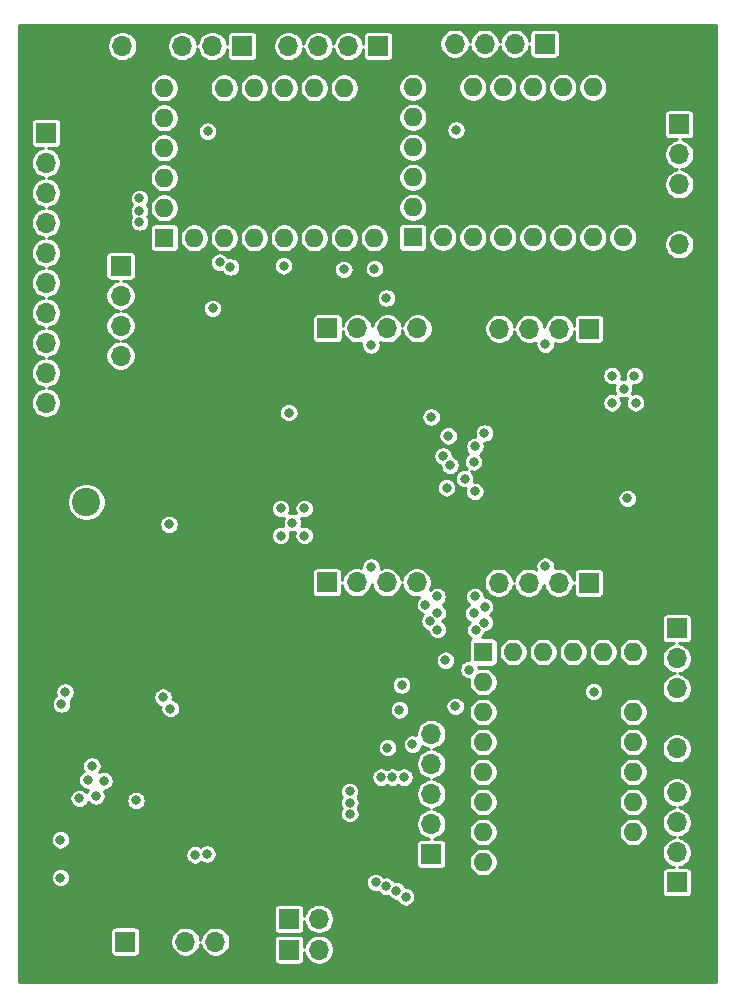
<source format=gbl>
G04 #@! TF.GenerationSoftware,KiCad,Pcbnew,(5.1.6)-1*
G04 #@! TF.CreationDate,2022-01-23T19:06:20-05:00*
G04 #@! TF.ProjectId,KiCad Schematic,4b694361-6420-4536-9368-656d61746963,rev?*
G04 #@! TF.SameCoordinates,Original*
G04 #@! TF.FileFunction,Copper,L4,Bot*
G04 #@! TF.FilePolarity,Positive*
%FSLAX46Y46*%
G04 Gerber Fmt 4.6, Leading zero omitted, Abs format (unit mm)*
G04 Created by KiCad (PCBNEW (5.1.6)-1) date 2022-01-23 19:06:20*
%MOMM*%
%LPD*%
G01*
G04 APERTURE LIST*
G04 #@! TA.AperFunction,ComponentPad*
%ADD10O,1.700000X1.700000*%
G04 #@! TD*
G04 #@! TA.AperFunction,ComponentPad*
%ADD11R,1.700000X1.700000*%
G04 #@! TD*
G04 #@! TA.AperFunction,ComponentPad*
%ADD12O,1.600000X1.600000*%
G04 #@! TD*
G04 #@! TA.AperFunction,ComponentPad*
%ADD13R,1.600000X1.600000*%
G04 #@! TD*
G04 #@! TA.AperFunction,ComponentPad*
%ADD14C,2.400000*%
G04 #@! TD*
G04 #@! TA.AperFunction,ComponentPad*
%ADD15C,4.700000*%
G04 #@! TD*
G04 #@! TA.AperFunction,ViaPad*
%ADD16C,0.800000*%
G04 #@! TD*
G04 #@! TA.AperFunction,Conductor*
%ADD17C,0.254000*%
G04 #@! TD*
G04 APERTURE END LIST*
D10*
X83200000Y-125800000D03*
X85740000Y-125800000D03*
X88280000Y-125800000D03*
D11*
X90820000Y-125800000D03*
D10*
X69140000Y-125800000D03*
X71680000Y-125800000D03*
X74220000Y-125800000D03*
X76760000Y-125800000D03*
D11*
X79300000Y-125800000D03*
D10*
X116300000Y-142580000D03*
X116300000Y-140040000D03*
X116300000Y-137500000D03*
X116300000Y-134960000D03*
D11*
X116300000Y-132420000D03*
D10*
X116100000Y-185260000D03*
X116100000Y-182720000D03*
X116100000Y-180180000D03*
X116100000Y-177640000D03*
D11*
X116100000Y-175100000D03*
D12*
X107320000Y-177100000D03*
X109860000Y-177100000D03*
X104780000Y-177100000D03*
X102240000Y-177100000D03*
X112400000Y-177100000D03*
X99700000Y-194880000D03*
X112400000Y-179640000D03*
X99700000Y-192340000D03*
X112400000Y-182180000D03*
X99700000Y-189800000D03*
X112400000Y-184720000D03*
X99700000Y-187260000D03*
X112400000Y-187260000D03*
X99700000Y-184720000D03*
X112400000Y-189800000D03*
X99700000Y-182180000D03*
X112400000Y-192340000D03*
X99700000Y-179640000D03*
X112400000Y-194880000D03*
D13*
X99700000Y-177100000D03*
D10*
X97280000Y-125600000D03*
X99820000Y-125600000D03*
X102360000Y-125600000D03*
D11*
X104900000Y-125600000D03*
D10*
X116100000Y-188980000D03*
X116100000Y-191520000D03*
X116100000Y-194060000D03*
D11*
X116100000Y-196600000D03*
D12*
X72700000Y-134410000D03*
X72700000Y-131870000D03*
X72700000Y-136950000D03*
X72700000Y-139490000D03*
X72700000Y-129330000D03*
X90480000Y-142030000D03*
X75240000Y-129330000D03*
X87940000Y-142030000D03*
X77780000Y-129330000D03*
X85400000Y-142030000D03*
X80320000Y-129330000D03*
X82860000Y-142030000D03*
X82860000Y-129330000D03*
X80320000Y-142030000D03*
X85400000Y-129330000D03*
X77780000Y-142030000D03*
X87940000Y-129330000D03*
X75240000Y-142030000D03*
X90480000Y-129330000D03*
D13*
X72700000Y-142030000D03*
D12*
X93740000Y-134380000D03*
X93740000Y-131840000D03*
X93740000Y-136920000D03*
X93740000Y-139460000D03*
X93740000Y-129300000D03*
X111520000Y-142000000D03*
X96280000Y-129300000D03*
X108980000Y-142000000D03*
X98820000Y-129300000D03*
X106440000Y-142000000D03*
X101360000Y-129300000D03*
X103900000Y-142000000D03*
X103900000Y-129300000D03*
X101360000Y-142000000D03*
X106440000Y-129300000D03*
X98820000Y-142000000D03*
X108980000Y-129300000D03*
X96280000Y-142000000D03*
X111520000Y-129300000D03*
D13*
X93740000Y-142000000D03*
D14*
X66100000Y-164400000D03*
X66100000Y-169400000D03*
D11*
X69400000Y-201620000D03*
D10*
X71940000Y-201620000D03*
X74480000Y-201620000D03*
X77020000Y-201620000D03*
D11*
X95300000Y-194200000D03*
D10*
X95300000Y-191660000D03*
X95300000Y-189120000D03*
X95300000Y-186580000D03*
X95300000Y-184040000D03*
D11*
X108630000Y-171240000D03*
D10*
X106090000Y-171240000D03*
X103550000Y-171240000D03*
X101010000Y-171240000D03*
D11*
X108690000Y-149740000D03*
D10*
X106150000Y-149740000D03*
X103610000Y-149740000D03*
X101070000Y-149740000D03*
D11*
X86520000Y-149700000D03*
D10*
X89060000Y-149700000D03*
X91600000Y-149700000D03*
X94140000Y-149700000D03*
D11*
X86460000Y-171200000D03*
D10*
X89000000Y-171200000D03*
X91540000Y-171200000D03*
X94080000Y-171200000D03*
D11*
X69000000Y-144400000D03*
D10*
X69000000Y-146940000D03*
X69000000Y-149480000D03*
X69000000Y-152020000D03*
X69000000Y-154560000D03*
X69000000Y-157100000D03*
D11*
X83260000Y-202300000D03*
D10*
X85800000Y-202300000D03*
X88340000Y-202300000D03*
D11*
X83260000Y-199700000D03*
D10*
X85800000Y-199700000D03*
X88340000Y-199700000D03*
D15*
X63900000Y-127500000D03*
X115900000Y-127500000D03*
X63900000Y-201500000D03*
X115900000Y-201600000D03*
D11*
X62680000Y-133140000D03*
D10*
X62680000Y-135680000D03*
X62680000Y-138220000D03*
X62680000Y-140760000D03*
X62680000Y-143300000D03*
X62680000Y-145840000D03*
X62680000Y-148380000D03*
X62680000Y-150920000D03*
X62680000Y-153460000D03*
X62680000Y-156000000D03*
D16*
X103600000Y-182400000D03*
X99300000Y-138400000D03*
X78500000Y-138500000D03*
X88100000Y-162300000D03*
X89900000Y-162300000D03*
X91800000Y-162300000D03*
X91800000Y-160500000D03*
X91800000Y-158700000D03*
X89900000Y-158700000D03*
X88100000Y-158700000D03*
X88100000Y-160500000D03*
X89900000Y-160500000D03*
X87300000Y-151500000D03*
X93100000Y-151500000D03*
X87300000Y-169400000D03*
X93100000Y-169600000D03*
X79350000Y-160540000D03*
X79390000Y-171500000D03*
X82189990Y-171500000D03*
X107050000Y-158640000D03*
X105250000Y-158640000D03*
X103350000Y-158640000D03*
X103350000Y-160440000D03*
X103350000Y-162240000D03*
X105250000Y-162240000D03*
X107050000Y-162240000D03*
X107050000Y-160440000D03*
X105250000Y-160440000D03*
X107850000Y-169440000D03*
X102050000Y-169440000D03*
X107850000Y-151540000D03*
X102050000Y-151340000D03*
X115800000Y-160400000D03*
X115760000Y-149440000D03*
X112960010Y-149440000D03*
X87400000Y-178600000D03*
X71800000Y-171600000D03*
X65770000Y-191800000D03*
X65700000Y-196900000D03*
X92800000Y-178900000D03*
X95300000Y-182200000D03*
X96734990Y-158800000D03*
X76800000Y-148000000D03*
X92800000Y-179900000D03*
X96500000Y-177800000D03*
X98899992Y-161000000D03*
X84550000Y-167240000D03*
X82550000Y-167240000D03*
X83550000Y-166140000D03*
X84550000Y-164940000D03*
X82550000Y-164940000D03*
X90200000Y-151100000D03*
X90200000Y-169900000D03*
X83250000Y-156840000D03*
X110600000Y-153700000D03*
X111600000Y-154800000D03*
X110600000Y-156000000D03*
X112600000Y-156000000D03*
X104950000Y-169840000D03*
X104950000Y-151040000D03*
X111900000Y-164100000D03*
X91600000Y-185200000D03*
X109050000Y-180450000D03*
X112500000Y-153700000D03*
X76370000Y-133000000D03*
X97400000Y-132900000D03*
X73100000Y-166300000D03*
X92600000Y-182000000D03*
X96900000Y-161300000D03*
X98123769Y-162423769D03*
X67600000Y-188000000D03*
X77380009Y-144100000D03*
X70600000Y-139754997D03*
X88400000Y-188900000D03*
X99000000Y-163500000D03*
X95300000Y-157200000D03*
X98500000Y-178600000D03*
X82800000Y-144400000D03*
X65500000Y-189500000D03*
X66229990Y-187945001D03*
X70600000Y-138700000D03*
X88403905Y-190789985D03*
X97330000Y-181700000D03*
X78300000Y-144499998D03*
X66900000Y-189300000D03*
X66562178Y-186743990D03*
X70600000Y-140700000D03*
X99802495Y-158557494D03*
X99001919Y-159696060D03*
X88407734Y-189844980D03*
X70308087Y-189670010D03*
X76300000Y-194200000D03*
X73200000Y-181900000D03*
X64000000Y-181500000D03*
X75300000Y-194270010D03*
X64300000Y-180500000D03*
X72587949Y-180929990D03*
X91500000Y-147125029D03*
X95830000Y-175200000D03*
X99079774Y-175240011D03*
X99807743Y-174610001D03*
X95197827Y-174497586D03*
X95815330Y-173782241D03*
X98899996Y-173827576D03*
X99817499Y-173270000D03*
X94800000Y-173100000D03*
X98999996Y-172400000D03*
X95800000Y-172400000D03*
X96300000Y-160500000D03*
X96600000Y-163200000D03*
X93700000Y-184900000D03*
X93000000Y-187700000D03*
X92000000Y-187700000D03*
X91054997Y-187700000D03*
X90600000Y-196600000D03*
X93143602Y-197827713D03*
X92346061Y-197320804D03*
X91484833Y-196931812D03*
X90500000Y-144649991D03*
X87900000Y-144700000D03*
X63900000Y-196200000D03*
X63900000Y-193000000D03*
D17*
G36*
X119398000Y-204998000D02*
G01*
X60402000Y-204998000D01*
X60402000Y-200770000D01*
X68120934Y-200770000D01*
X68120934Y-202470000D01*
X68129178Y-202553707D01*
X68153595Y-202634196D01*
X68193245Y-202708376D01*
X68246605Y-202773395D01*
X68311624Y-202826755D01*
X68385804Y-202866405D01*
X68466293Y-202890822D01*
X68550000Y-202899066D01*
X70250000Y-202899066D01*
X70333707Y-202890822D01*
X70414196Y-202866405D01*
X70488376Y-202826755D01*
X70553395Y-202773395D01*
X70606755Y-202708376D01*
X70646405Y-202634196D01*
X70670822Y-202553707D01*
X70679066Y-202470000D01*
X70679066Y-201494226D01*
X73203000Y-201494226D01*
X73203000Y-201745774D01*
X73252074Y-201992487D01*
X73348337Y-202224886D01*
X73488089Y-202434040D01*
X73665960Y-202611911D01*
X73875114Y-202751663D01*
X74107513Y-202847926D01*
X74354226Y-202897000D01*
X74605774Y-202897000D01*
X74852487Y-202847926D01*
X75084886Y-202751663D01*
X75294040Y-202611911D01*
X75471911Y-202434040D01*
X75611663Y-202224886D01*
X75707926Y-201992487D01*
X75750000Y-201780966D01*
X75792074Y-201992487D01*
X75888337Y-202224886D01*
X76028089Y-202434040D01*
X76205960Y-202611911D01*
X76415114Y-202751663D01*
X76647513Y-202847926D01*
X76894226Y-202897000D01*
X77145774Y-202897000D01*
X77392487Y-202847926D01*
X77624886Y-202751663D01*
X77834040Y-202611911D01*
X78011911Y-202434040D01*
X78151663Y-202224886D01*
X78247926Y-201992487D01*
X78297000Y-201745774D01*
X78297000Y-201494226D01*
X78288203Y-201450000D01*
X81980934Y-201450000D01*
X81980934Y-203150000D01*
X81989178Y-203233707D01*
X82013595Y-203314196D01*
X82053245Y-203388376D01*
X82106605Y-203453395D01*
X82171624Y-203506755D01*
X82245804Y-203546405D01*
X82326293Y-203570822D01*
X82410000Y-203579066D01*
X84110000Y-203579066D01*
X84193707Y-203570822D01*
X84274196Y-203546405D01*
X84348376Y-203506755D01*
X84413395Y-203453395D01*
X84466755Y-203388376D01*
X84506405Y-203314196D01*
X84530822Y-203233707D01*
X84539066Y-203150000D01*
X84539066Y-202506544D01*
X84572074Y-202672487D01*
X84668337Y-202904886D01*
X84808089Y-203114040D01*
X84985960Y-203291911D01*
X85195114Y-203431663D01*
X85427513Y-203527926D01*
X85674226Y-203577000D01*
X85925774Y-203577000D01*
X86172487Y-203527926D01*
X86404886Y-203431663D01*
X86614040Y-203291911D01*
X86791911Y-203114040D01*
X86931663Y-202904886D01*
X87027926Y-202672487D01*
X87077000Y-202425774D01*
X87077000Y-202174226D01*
X87027926Y-201927513D01*
X86931663Y-201695114D01*
X86791911Y-201485960D01*
X86614040Y-201308089D01*
X86404886Y-201168337D01*
X86172487Y-201072074D01*
X85925774Y-201023000D01*
X85674226Y-201023000D01*
X85427513Y-201072074D01*
X85195114Y-201168337D01*
X84985960Y-201308089D01*
X84808089Y-201485960D01*
X84668337Y-201695114D01*
X84572074Y-201927513D01*
X84539066Y-202093456D01*
X84539066Y-201450000D01*
X84530822Y-201366293D01*
X84506405Y-201285804D01*
X84466755Y-201211624D01*
X84413395Y-201146605D01*
X84348376Y-201093245D01*
X84274196Y-201053595D01*
X84193707Y-201029178D01*
X84110000Y-201020934D01*
X82410000Y-201020934D01*
X82326293Y-201029178D01*
X82245804Y-201053595D01*
X82171624Y-201093245D01*
X82106605Y-201146605D01*
X82053245Y-201211624D01*
X82013595Y-201285804D01*
X81989178Y-201366293D01*
X81980934Y-201450000D01*
X78288203Y-201450000D01*
X78247926Y-201247513D01*
X78151663Y-201015114D01*
X78011911Y-200805960D01*
X77834040Y-200628089D01*
X77624886Y-200488337D01*
X77392487Y-200392074D01*
X77145774Y-200343000D01*
X76894226Y-200343000D01*
X76647513Y-200392074D01*
X76415114Y-200488337D01*
X76205960Y-200628089D01*
X76028089Y-200805960D01*
X75888337Y-201015114D01*
X75792074Y-201247513D01*
X75750000Y-201459034D01*
X75707926Y-201247513D01*
X75611663Y-201015114D01*
X75471911Y-200805960D01*
X75294040Y-200628089D01*
X75084886Y-200488337D01*
X74852487Y-200392074D01*
X74605774Y-200343000D01*
X74354226Y-200343000D01*
X74107513Y-200392074D01*
X73875114Y-200488337D01*
X73665960Y-200628089D01*
X73488089Y-200805960D01*
X73348337Y-201015114D01*
X73252074Y-201247513D01*
X73203000Y-201494226D01*
X70679066Y-201494226D01*
X70679066Y-200770000D01*
X70670822Y-200686293D01*
X70646405Y-200605804D01*
X70606755Y-200531624D01*
X70553395Y-200466605D01*
X70488376Y-200413245D01*
X70414196Y-200373595D01*
X70333707Y-200349178D01*
X70250000Y-200340934D01*
X68550000Y-200340934D01*
X68466293Y-200349178D01*
X68385804Y-200373595D01*
X68311624Y-200413245D01*
X68246605Y-200466605D01*
X68193245Y-200531624D01*
X68153595Y-200605804D01*
X68129178Y-200686293D01*
X68120934Y-200770000D01*
X60402000Y-200770000D01*
X60402000Y-198850000D01*
X81980934Y-198850000D01*
X81980934Y-200550000D01*
X81989178Y-200633707D01*
X82013595Y-200714196D01*
X82053245Y-200788376D01*
X82106605Y-200853395D01*
X82171624Y-200906755D01*
X82245804Y-200946405D01*
X82326293Y-200970822D01*
X82410000Y-200979066D01*
X84110000Y-200979066D01*
X84193707Y-200970822D01*
X84274196Y-200946405D01*
X84348376Y-200906755D01*
X84413395Y-200853395D01*
X84466755Y-200788376D01*
X84506405Y-200714196D01*
X84530822Y-200633707D01*
X84539066Y-200550000D01*
X84539066Y-199906544D01*
X84572074Y-200072487D01*
X84668337Y-200304886D01*
X84808089Y-200514040D01*
X84985960Y-200691911D01*
X85195114Y-200831663D01*
X85427513Y-200927926D01*
X85674226Y-200977000D01*
X85925774Y-200977000D01*
X86172487Y-200927926D01*
X86404886Y-200831663D01*
X86614040Y-200691911D01*
X86791911Y-200514040D01*
X86931663Y-200304886D01*
X87027926Y-200072487D01*
X87077000Y-199825774D01*
X87077000Y-199574226D01*
X87027926Y-199327513D01*
X86931663Y-199095114D01*
X86791911Y-198885960D01*
X86614040Y-198708089D01*
X86404886Y-198568337D01*
X86172487Y-198472074D01*
X85925774Y-198423000D01*
X85674226Y-198423000D01*
X85427513Y-198472074D01*
X85195114Y-198568337D01*
X84985960Y-198708089D01*
X84808089Y-198885960D01*
X84668337Y-199095114D01*
X84572074Y-199327513D01*
X84539066Y-199493456D01*
X84539066Y-198850000D01*
X84530822Y-198766293D01*
X84506405Y-198685804D01*
X84466755Y-198611624D01*
X84413395Y-198546605D01*
X84348376Y-198493245D01*
X84274196Y-198453595D01*
X84193707Y-198429178D01*
X84110000Y-198420934D01*
X82410000Y-198420934D01*
X82326293Y-198429178D01*
X82245804Y-198453595D01*
X82171624Y-198493245D01*
X82106605Y-198546605D01*
X82053245Y-198611624D01*
X82013595Y-198685804D01*
X81989178Y-198766293D01*
X81980934Y-198850000D01*
X60402000Y-198850000D01*
X60402000Y-196118548D01*
X63073000Y-196118548D01*
X63073000Y-196281452D01*
X63104782Y-196441227D01*
X63167123Y-196591731D01*
X63257628Y-196727181D01*
X63372819Y-196842372D01*
X63508269Y-196932877D01*
X63658773Y-196995218D01*
X63818548Y-197027000D01*
X63981452Y-197027000D01*
X64141227Y-196995218D01*
X64291731Y-196932877D01*
X64427181Y-196842372D01*
X64542372Y-196727181D01*
X64632877Y-196591731D01*
X64663190Y-196518548D01*
X89773000Y-196518548D01*
X89773000Y-196681452D01*
X89804782Y-196841227D01*
X89867123Y-196991731D01*
X89957628Y-197127181D01*
X90072819Y-197242372D01*
X90208269Y-197332877D01*
X90358773Y-197395218D01*
X90518548Y-197427000D01*
X90681452Y-197427000D01*
X90804702Y-197402483D01*
X90842461Y-197458993D01*
X90957652Y-197574184D01*
X91093102Y-197664689D01*
X91243606Y-197727030D01*
X91403381Y-197758812D01*
X91566285Y-197758812D01*
X91634976Y-197745148D01*
X91703689Y-197847985D01*
X91818880Y-197963176D01*
X91954330Y-198053681D01*
X92104834Y-198116022D01*
X92264609Y-198147804D01*
X92381051Y-198147804D01*
X92410725Y-198219444D01*
X92501230Y-198354894D01*
X92616421Y-198470085D01*
X92751871Y-198560590D01*
X92902375Y-198622931D01*
X93062150Y-198654713D01*
X93225054Y-198654713D01*
X93384829Y-198622931D01*
X93535333Y-198560590D01*
X93670783Y-198470085D01*
X93785974Y-198354894D01*
X93876479Y-198219444D01*
X93938820Y-198068940D01*
X93970602Y-197909165D01*
X93970602Y-197746261D01*
X93938820Y-197586486D01*
X93876479Y-197435982D01*
X93785974Y-197300532D01*
X93670783Y-197185341D01*
X93535333Y-197094836D01*
X93384829Y-197032495D01*
X93225054Y-197000713D01*
X93108612Y-197000713D01*
X93078938Y-196929073D01*
X92988433Y-196793623D01*
X92873242Y-196678432D01*
X92737792Y-196587927D01*
X92587288Y-196525586D01*
X92427513Y-196493804D01*
X92264609Y-196493804D01*
X92195918Y-196507468D01*
X92127205Y-196404631D01*
X92012014Y-196289440D01*
X91876564Y-196198935D01*
X91726060Y-196136594D01*
X91566285Y-196104812D01*
X91403381Y-196104812D01*
X91280131Y-196129329D01*
X91242372Y-196072819D01*
X91127181Y-195957628D01*
X90991731Y-195867123D01*
X90841227Y-195804782D01*
X90681452Y-195773000D01*
X90518548Y-195773000D01*
X90358773Y-195804782D01*
X90208269Y-195867123D01*
X90072819Y-195957628D01*
X89957628Y-196072819D01*
X89867123Y-196208269D01*
X89804782Y-196358773D01*
X89773000Y-196518548D01*
X64663190Y-196518548D01*
X64695218Y-196441227D01*
X64727000Y-196281452D01*
X64727000Y-196118548D01*
X64695218Y-195958773D01*
X64632877Y-195808269D01*
X64542372Y-195672819D01*
X64427181Y-195557628D01*
X64291731Y-195467123D01*
X64141227Y-195404782D01*
X63981452Y-195373000D01*
X63818548Y-195373000D01*
X63658773Y-195404782D01*
X63508269Y-195467123D01*
X63372819Y-195557628D01*
X63257628Y-195672819D01*
X63167123Y-195808269D01*
X63104782Y-195958773D01*
X63073000Y-196118548D01*
X60402000Y-196118548D01*
X60402000Y-194188558D01*
X74473000Y-194188558D01*
X74473000Y-194351462D01*
X74504782Y-194511237D01*
X74567123Y-194661741D01*
X74657628Y-194797191D01*
X74772819Y-194912382D01*
X74908269Y-195002887D01*
X75058773Y-195065228D01*
X75218548Y-195097010D01*
X75381452Y-195097010D01*
X75541227Y-195065228D01*
X75691731Y-195002887D01*
X75827181Y-194912382D01*
X75847374Y-194892189D01*
X75908269Y-194932877D01*
X76058773Y-194995218D01*
X76218548Y-195027000D01*
X76381452Y-195027000D01*
X76541227Y-194995218D01*
X76691731Y-194932877D01*
X76827181Y-194842372D01*
X76942372Y-194727181D01*
X77032877Y-194591731D01*
X77095218Y-194441227D01*
X77127000Y-194281452D01*
X77127000Y-194118548D01*
X77095218Y-193958773D01*
X77032877Y-193808269D01*
X76942372Y-193672819D01*
X76827181Y-193557628D01*
X76691731Y-193467123D01*
X76541227Y-193404782D01*
X76381452Y-193373000D01*
X76218548Y-193373000D01*
X76058773Y-193404782D01*
X75908269Y-193467123D01*
X75772819Y-193557628D01*
X75752626Y-193577821D01*
X75691731Y-193537133D01*
X75541227Y-193474792D01*
X75381452Y-193443010D01*
X75218548Y-193443010D01*
X75058773Y-193474792D01*
X74908269Y-193537133D01*
X74772819Y-193627638D01*
X74657628Y-193742829D01*
X74567123Y-193878279D01*
X74504782Y-194028783D01*
X74473000Y-194188558D01*
X60402000Y-194188558D01*
X60402000Y-192918548D01*
X63073000Y-192918548D01*
X63073000Y-193081452D01*
X63104782Y-193241227D01*
X63167123Y-193391731D01*
X63257628Y-193527181D01*
X63372819Y-193642372D01*
X63508269Y-193732877D01*
X63658773Y-193795218D01*
X63818548Y-193827000D01*
X63981452Y-193827000D01*
X64141227Y-193795218D01*
X64291731Y-193732877D01*
X64427181Y-193642372D01*
X64542372Y-193527181D01*
X64632877Y-193391731D01*
X64695218Y-193241227D01*
X64727000Y-193081452D01*
X64727000Y-192918548D01*
X64695218Y-192758773D01*
X64632877Y-192608269D01*
X64542372Y-192472819D01*
X64427181Y-192357628D01*
X64291731Y-192267123D01*
X64141227Y-192204782D01*
X63981452Y-192173000D01*
X63818548Y-192173000D01*
X63658773Y-192204782D01*
X63508269Y-192267123D01*
X63372819Y-192357628D01*
X63257628Y-192472819D01*
X63167123Y-192608269D01*
X63104782Y-192758773D01*
X63073000Y-192918548D01*
X60402000Y-192918548D01*
X60402000Y-189418548D01*
X64673000Y-189418548D01*
X64673000Y-189581452D01*
X64704782Y-189741227D01*
X64767123Y-189891731D01*
X64857628Y-190027181D01*
X64972819Y-190142372D01*
X65108269Y-190232877D01*
X65258773Y-190295218D01*
X65418548Y-190327000D01*
X65581452Y-190327000D01*
X65741227Y-190295218D01*
X65891731Y-190232877D01*
X66027181Y-190142372D01*
X66142372Y-190027181D01*
X66232877Y-189891731D01*
X66259033Y-189828586D01*
X66372819Y-189942372D01*
X66508269Y-190032877D01*
X66658773Y-190095218D01*
X66818548Y-190127000D01*
X66981452Y-190127000D01*
X67141227Y-190095218D01*
X67291731Y-190032877D01*
X67427181Y-189942372D01*
X67542372Y-189827181D01*
X67632877Y-189691731D01*
X67675612Y-189588558D01*
X69481087Y-189588558D01*
X69481087Y-189751462D01*
X69512869Y-189911237D01*
X69575210Y-190061741D01*
X69665715Y-190197191D01*
X69780906Y-190312382D01*
X69916356Y-190402887D01*
X70066860Y-190465228D01*
X70226635Y-190497010D01*
X70389539Y-190497010D01*
X70549314Y-190465228D01*
X70699818Y-190402887D01*
X70835268Y-190312382D01*
X70950459Y-190197191D01*
X71040964Y-190061741D01*
X71103305Y-189911237D01*
X71135087Y-189751462D01*
X71135087Y-189588558D01*
X71103305Y-189428783D01*
X71040964Y-189278279D01*
X70950459Y-189142829D01*
X70835268Y-189027638D01*
X70699818Y-188937133D01*
X70549314Y-188874792D01*
X70389539Y-188843010D01*
X70226635Y-188843010D01*
X70066860Y-188874792D01*
X69916356Y-188937133D01*
X69780906Y-189027638D01*
X69665715Y-189142829D01*
X69575210Y-189278279D01*
X69512869Y-189428783D01*
X69481087Y-189588558D01*
X67675612Y-189588558D01*
X67695218Y-189541227D01*
X67727000Y-189381452D01*
X67727000Y-189218548D01*
X67695218Y-189058773D01*
X67632877Y-188908269D01*
X67578575Y-188827000D01*
X67681452Y-188827000D01*
X67723942Y-188818548D01*
X87573000Y-188818548D01*
X87573000Y-188981452D01*
X87604782Y-189141227D01*
X87667123Y-189291731D01*
X87724952Y-189378277D01*
X87674857Y-189453249D01*
X87612516Y-189603753D01*
X87580734Y-189763528D01*
X87580734Y-189926432D01*
X87612516Y-190086207D01*
X87674857Y-190236711D01*
X87726912Y-190314617D01*
X87671028Y-190398254D01*
X87608687Y-190548758D01*
X87576905Y-190708533D01*
X87576905Y-190871437D01*
X87608687Y-191031212D01*
X87671028Y-191181716D01*
X87761533Y-191317166D01*
X87876724Y-191432357D01*
X88012174Y-191522862D01*
X88162678Y-191585203D01*
X88322453Y-191616985D01*
X88485357Y-191616985D01*
X88645132Y-191585203D01*
X88795636Y-191522862D01*
X88931086Y-191432357D01*
X89046277Y-191317166D01*
X89136782Y-191181716D01*
X89199123Y-191031212D01*
X89230905Y-190871437D01*
X89230905Y-190708533D01*
X89199123Y-190548758D01*
X89136782Y-190398254D01*
X89084727Y-190320348D01*
X89140611Y-190236711D01*
X89202952Y-190086207D01*
X89234734Y-189926432D01*
X89234734Y-189763528D01*
X89202952Y-189603753D01*
X89140611Y-189453249D01*
X89082782Y-189366703D01*
X89132877Y-189291731D01*
X89195218Y-189141227D01*
X89227000Y-188981452D01*
X89227000Y-188818548D01*
X89195218Y-188658773D01*
X89132877Y-188508269D01*
X89042372Y-188372819D01*
X88927181Y-188257628D01*
X88791731Y-188167123D01*
X88641227Y-188104782D01*
X88481452Y-188073000D01*
X88318548Y-188073000D01*
X88158773Y-188104782D01*
X88008269Y-188167123D01*
X87872819Y-188257628D01*
X87757628Y-188372819D01*
X87667123Y-188508269D01*
X87604782Y-188658773D01*
X87573000Y-188818548D01*
X67723942Y-188818548D01*
X67841227Y-188795218D01*
X67991731Y-188732877D01*
X68127181Y-188642372D01*
X68242372Y-188527181D01*
X68332877Y-188391731D01*
X68395218Y-188241227D01*
X68427000Y-188081452D01*
X68427000Y-187918548D01*
X68395218Y-187758773D01*
X68337135Y-187618548D01*
X90227997Y-187618548D01*
X90227997Y-187781452D01*
X90259779Y-187941227D01*
X90322120Y-188091731D01*
X90412625Y-188227181D01*
X90527816Y-188342372D01*
X90663266Y-188432877D01*
X90813770Y-188495218D01*
X90973545Y-188527000D01*
X91136449Y-188527000D01*
X91296224Y-188495218D01*
X91446728Y-188432877D01*
X91527499Y-188378908D01*
X91608269Y-188432877D01*
X91758773Y-188495218D01*
X91918548Y-188527000D01*
X92081452Y-188527000D01*
X92241227Y-188495218D01*
X92391731Y-188432877D01*
X92500000Y-188360534D01*
X92608269Y-188432877D01*
X92758773Y-188495218D01*
X92918548Y-188527000D01*
X93081452Y-188527000D01*
X93241227Y-188495218D01*
X93391731Y-188432877D01*
X93527181Y-188342372D01*
X93642372Y-188227181D01*
X93732877Y-188091731D01*
X93795218Y-187941227D01*
X93827000Y-187781452D01*
X93827000Y-187618548D01*
X93795218Y-187458773D01*
X93732877Y-187308269D01*
X93642372Y-187172819D01*
X93527181Y-187057628D01*
X93391731Y-186967123D01*
X93241227Y-186904782D01*
X93081452Y-186873000D01*
X92918548Y-186873000D01*
X92758773Y-186904782D01*
X92608269Y-186967123D01*
X92500000Y-187039466D01*
X92391731Y-186967123D01*
X92241227Y-186904782D01*
X92081452Y-186873000D01*
X91918548Y-186873000D01*
X91758773Y-186904782D01*
X91608269Y-186967123D01*
X91527499Y-187021092D01*
X91446728Y-186967123D01*
X91296224Y-186904782D01*
X91136449Y-186873000D01*
X90973545Y-186873000D01*
X90813770Y-186904782D01*
X90663266Y-186967123D01*
X90527816Y-187057628D01*
X90412625Y-187172819D01*
X90322120Y-187308269D01*
X90259779Y-187458773D01*
X90227997Y-187618548D01*
X68337135Y-187618548D01*
X68332877Y-187608269D01*
X68242372Y-187472819D01*
X68127181Y-187357628D01*
X67991731Y-187267123D01*
X67841227Y-187204782D01*
X67681452Y-187173000D01*
X67518548Y-187173000D01*
X67358773Y-187204782D01*
X67208269Y-187267123D01*
X67206437Y-187268347D01*
X67295055Y-187135721D01*
X67357396Y-186985217D01*
X67389178Y-186825442D01*
X67389178Y-186662538D01*
X67357396Y-186502763D01*
X67295055Y-186352259D01*
X67204550Y-186216809D01*
X67089359Y-186101618D01*
X66953909Y-186011113D01*
X66803405Y-185948772D01*
X66643630Y-185916990D01*
X66480726Y-185916990D01*
X66320951Y-185948772D01*
X66170447Y-186011113D01*
X66034997Y-186101618D01*
X65919806Y-186216809D01*
X65829301Y-186352259D01*
X65766960Y-186502763D01*
X65735178Y-186662538D01*
X65735178Y-186825442D01*
X65766960Y-186985217D01*
X65829301Y-187135721D01*
X65871227Y-187198468D01*
X65838259Y-187212124D01*
X65702809Y-187302629D01*
X65587618Y-187417820D01*
X65497113Y-187553270D01*
X65434772Y-187703774D01*
X65402990Y-187863549D01*
X65402990Y-188026453D01*
X65434772Y-188186228D01*
X65497113Y-188336732D01*
X65587618Y-188472182D01*
X65702809Y-188587373D01*
X65838259Y-188677878D01*
X65988763Y-188740219D01*
X66148538Y-188772001D01*
X66258446Y-188772001D01*
X66257628Y-188772819D01*
X66167123Y-188908269D01*
X66140967Y-188971414D01*
X66027181Y-188857628D01*
X65891731Y-188767123D01*
X65741227Y-188704782D01*
X65581452Y-188673000D01*
X65418548Y-188673000D01*
X65258773Y-188704782D01*
X65108269Y-188767123D01*
X64972819Y-188857628D01*
X64857628Y-188972819D01*
X64767123Y-189108269D01*
X64704782Y-189258773D01*
X64673000Y-189418548D01*
X60402000Y-189418548D01*
X60402000Y-185118548D01*
X90773000Y-185118548D01*
X90773000Y-185281452D01*
X90804782Y-185441227D01*
X90867123Y-185591731D01*
X90957628Y-185727181D01*
X91072819Y-185842372D01*
X91208269Y-185932877D01*
X91358773Y-185995218D01*
X91518548Y-186027000D01*
X91681452Y-186027000D01*
X91841227Y-185995218D01*
X91991731Y-185932877D01*
X92127181Y-185842372D01*
X92242372Y-185727181D01*
X92332877Y-185591731D01*
X92395218Y-185441227D01*
X92427000Y-185281452D01*
X92427000Y-185118548D01*
X92395218Y-184958773D01*
X92337135Y-184818548D01*
X92873000Y-184818548D01*
X92873000Y-184981452D01*
X92904782Y-185141227D01*
X92967123Y-185291731D01*
X93057628Y-185427181D01*
X93172819Y-185542372D01*
X93308269Y-185632877D01*
X93458773Y-185695218D01*
X93618548Y-185727000D01*
X93781452Y-185727000D01*
X93941227Y-185695218D01*
X94091731Y-185632877D01*
X94227181Y-185542372D01*
X94342372Y-185427181D01*
X94432877Y-185291731D01*
X94495218Y-185141227D01*
X94513326Y-185050196D01*
X94695114Y-185171663D01*
X94927513Y-185267926D01*
X95139034Y-185310000D01*
X94927513Y-185352074D01*
X94695114Y-185448337D01*
X94485960Y-185588089D01*
X94308089Y-185765960D01*
X94168337Y-185975114D01*
X94072074Y-186207513D01*
X94023000Y-186454226D01*
X94023000Y-186705774D01*
X94072074Y-186952487D01*
X94168337Y-187184886D01*
X94308089Y-187394040D01*
X94485960Y-187571911D01*
X94695114Y-187711663D01*
X94927513Y-187807926D01*
X95139034Y-187850000D01*
X94927513Y-187892074D01*
X94695114Y-187988337D01*
X94485960Y-188128089D01*
X94308089Y-188305960D01*
X94168337Y-188515114D01*
X94072074Y-188747513D01*
X94023000Y-188994226D01*
X94023000Y-189245774D01*
X94072074Y-189492487D01*
X94168337Y-189724886D01*
X94308089Y-189934040D01*
X94485960Y-190111911D01*
X94695114Y-190251663D01*
X94927513Y-190347926D01*
X95139034Y-190390000D01*
X94927513Y-190432074D01*
X94695114Y-190528337D01*
X94485960Y-190668089D01*
X94308089Y-190845960D01*
X94168337Y-191055114D01*
X94072074Y-191287513D01*
X94023000Y-191534226D01*
X94023000Y-191785774D01*
X94072074Y-192032487D01*
X94168337Y-192264886D01*
X94308089Y-192474040D01*
X94485960Y-192651911D01*
X94695114Y-192791663D01*
X94927513Y-192887926D01*
X95093456Y-192920934D01*
X94450000Y-192920934D01*
X94366293Y-192929178D01*
X94285804Y-192953595D01*
X94211624Y-192993245D01*
X94146605Y-193046605D01*
X94093245Y-193111624D01*
X94053595Y-193185804D01*
X94029178Y-193266293D01*
X94020934Y-193350000D01*
X94020934Y-195050000D01*
X94029178Y-195133707D01*
X94053595Y-195214196D01*
X94093245Y-195288376D01*
X94146605Y-195353395D01*
X94211624Y-195406755D01*
X94285804Y-195446405D01*
X94366293Y-195470822D01*
X94450000Y-195479066D01*
X96150000Y-195479066D01*
X96233707Y-195470822D01*
X96314196Y-195446405D01*
X96388376Y-195406755D01*
X96453395Y-195353395D01*
X96506755Y-195288376D01*
X96546405Y-195214196D01*
X96570822Y-195133707D01*
X96579066Y-195050000D01*
X96579066Y-194759151D01*
X98473000Y-194759151D01*
X98473000Y-195000849D01*
X98520153Y-195237903D01*
X98612647Y-195461202D01*
X98746927Y-195662167D01*
X98917833Y-195833073D01*
X99118798Y-195967353D01*
X99342097Y-196059847D01*
X99579151Y-196107000D01*
X99820849Y-196107000D01*
X100057903Y-196059847D01*
X100281202Y-195967353D01*
X100482167Y-195833073D01*
X100565240Y-195750000D01*
X114820934Y-195750000D01*
X114820934Y-197450000D01*
X114829178Y-197533707D01*
X114853595Y-197614196D01*
X114893245Y-197688376D01*
X114946605Y-197753395D01*
X115011624Y-197806755D01*
X115085804Y-197846405D01*
X115166293Y-197870822D01*
X115250000Y-197879066D01*
X116950000Y-197879066D01*
X117033707Y-197870822D01*
X117114196Y-197846405D01*
X117188376Y-197806755D01*
X117253395Y-197753395D01*
X117306755Y-197688376D01*
X117346405Y-197614196D01*
X117370822Y-197533707D01*
X117379066Y-197450000D01*
X117379066Y-195750000D01*
X117370822Y-195666293D01*
X117346405Y-195585804D01*
X117306755Y-195511624D01*
X117253395Y-195446605D01*
X117188376Y-195393245D01*
X117114196Y-195353595D01*
X117033707Y-195329178D01*
X116950000Y-195320934D01*
X116306544Y-195320934D01*
X116472487Y-195287926D01*
X116704886Y-195191663D01*
X116914040Y-195051911D01*
X117091911Y-194874040D01*
X117231663Y-194664886D01*
X117327926Y-194432487D01*
X117377000Y-194185774D01*
X117377000Y-193934226D01*
X117327926Y-193687513D01*
X117231663Y-193455114D01*
X117091911Y-193245960D01*
X116914040Y-193068089D01*
X116704886Y-192928337D01*
X116472487Y-192832074D01*
X116260966Y-192790000D01*
X116472487Y-192747926D01*
X116704886Y-192651663D01*
X116914040Y-192511911D01*
X117091911Y-192334040D01*
X117231663Y-192124886D01*
X117327926Y-191892487D01*
X117377000Y-191645774D01*
X117377000Y-191394226D01*
X117327926Y-191147513D01*
X117231663Y-190915114D01*
X117091911Y-190705960D01*
X116914040Y-190528089D01*
X116704886Y-190388337D01*
X116472487Y-190292074D01*
X116260966Y-190250000D01*
X116472487Y-190207926D01*
X116704886Y-190111663D01*
X116914040Y-189971911D01*
X117091911Y-189794040D01*
X117231663Y-189584886D01*
X117327926Y-189352487D01*
X117377000Y-189105774D01*
X117377000Y-188854226D01*
X117327926Y-188607513D01*
X117231663Y-188375114D01*
X117091911Y-188165960D01*
X116914040Y-187988089D01*
X116704886Y-187848337D01*
X116472487Y-187752074D01*
X116225774Y-187703000D01*
X115974226Y-187703000D01*
X115727513Y-187752074D01*
X115495114Y-187848337D01*
X115285960Y-187988089D01*
X115108089Y-188165960D01*
X114968337Y-188375114D01*
X114872074Y-188607513D01*
X114823000Y-188854226D01*
X114823000Y-189105774D01*
X114872074Y-189352487D01*
X114968337Y-189584886D01*
X115108089Y-189794040D01*
X115285960Y-189971911D01*
X115495114Y-190111663D01*
X115727513Y-190207926D01*
X115939034Y-190250000D01*
X115727513Y-190292074D01*
X115495114Y-190388337D01*
X115285960Y-190528089D01*
X115108089Y-190705960D01*
X114968337Y-190915114D01*
X114872074Y-191147513D01*
X114823000Y-191394226D01*
X114823000Y-191645774D01*
X114872074Y-191892487D01*
X114968337Y-192124886D01*
X115108089Y-192334040D01*
X115285960Y-192511911D01*
X115495114Y-192651663D01*
X115727513Y-192747926D01*
X115939034Y-192790000D01*
X115727513Y-192832074D01*
X115495114Y-192928337D01*
X115285960Y-193068089D01*
X115108089Y-193245960D01*
X114968337Y-193455114D01*
X114872074Y-193687513D01*
X114823000Y-193934226D01*
X114823000Y-194185774D01*
X114872074Y-194432487D01*
X114968337Y-194664886D01*
X115108089Y-194874040D01*
X115285960Y-195051911D01*
X115495114Y-195191663D01*
X115727513Y-195287926D01*
X115893456Y-195320934D01*
X115250000Y-195320934D01*
X115166293Y-195329178D01*
X115085804Y-195353595D01*
X115011624Y-195393245D01*
X114946605Y-195446605D01*
X114893245Y-195511624D01*
X114853595Y-195585804D01*
X114829178Y-195666293D01*
X114820934Y-195750000D01*
X100565240Y-195750000D01*
X100653073Y-195662167D01*
X100787353Y-195461202D01*
X100879847Y-195237903D01*
X100927000Y-195000849D01*
X100927000Y-194759151D01*
X100879847Y-194522097D01*
X100787353Y-194298798D01*
X100653073Y-194097833D01*
X100482167Y-193926927D01*
X100281202Y-193792647D01*
X100057903Y-193700153D01*
X99820849Y-193653000D01*
X99579151Y-193653000D01*
X99342097Y-193700153D01*
X99118798Y-193792647D01*
X98917833Y-193926927D01*
X98746927Y-194097833D01*
X98612647Y-194298798D01*
X98520153Y-194522097D01*
X98473000Y-194759151D01*
X96579066Y-194759151D01*
X96579066Y-193350000D01*
X96570822Y-193266293D01*
X96546405Y-193185804D01*
X96506755Y-193111624D01*
X96453395Y-193046605D01*
X96388376Y-192993245D01*
X96314196Y-192953595D01*
X96233707Y-192929178D01*
X96150000Y-192920934D01*
X95506544Y-192920934D01*
X95672487Y-192887926D01*
X95904886Y-192791663D01*
X96114040Y-192651911D01*
X96291911Y-192474040D01*
X96431663Y-192264886D01*
X96450607Y-192219151D01*
X98473000Y-192219151D01*
X98473000Y-192460849D01*
X98520153Y-192697903D01*
X98612647Y-192921202D01*
X98746927Y-193122167D01*
X98917833Y-193293073D01*
X99118798Y-193427353D01*
X99342097Y-193519847D01*
X99579151Y-193567000D01*
X99820849Y-193567000D01*
X100057903Y-193519847D01*
X100281202Y-193427353D01*
X100482167Y-193293073D01*
X100653073Y-193122167D01*
X100787353Y-192921202D01*
X100879847Y-192697903D01*
X100927000Y-192460849D01*
X100927000Y-192219151D01*
X111173000Y-192219151D01*
X111173000Y-192460849D01*
X111220153Y-192697903D01*
X111312647Y-192921202D01*
X111446927Y-193122167D01*
X111617833Y-193293073D01*
X111818798Y-193427353D01*
X112042097Y-193519847D01*
X112279151Y-193567000D01*
X112520849Y-193567000D01*
X112757903Y-193519847D01*
X112981202Y-193427353D01*
X113182167Y-193293073D01*
X113353073Y-193122167D01*
X113487353Y-192921202D01*
X113579847Y-192697903D01*
X113627000Y-192460849D01*
X113627000Y-192219151D01*
X113579847Y-191982097D01*
X113487353Y-191758798D01*
X113353073Y-191557833D01*
X113182167Y-191386927D01*
X112981202Y-191252647D01*
X112757903Y-191160153D01*
X112520849Y-191113000D01*
X112279151Y-191113000D01*
X112042097Y-191160153D01*
X111818798Y-191252647D01*
X111617833Y-191386927D01*
X111446927Y-191557833D01*
X111312647Y-191758798D01*
X111220153Y-191982097D01*
X111173000Y-192219151D01*
X100927000Y-192219151D01*
X100879847Y-191982097D01*
X100787353Y-191758798D01*
X100653073Y-191557833D01*
X100482167Y-191386927D01*
X100281202Y-191252647D01*
X100057903Y-191160153D01*
X99820849Y-191113000D01*
X99579151Y-191113000D01*
X99342097Y-191160153D01*
X99118798Y-191252647D01*
X98917833Y-191386927D01*
X98746927Y-191557833D01*
X98612647Y-191758798D01*
X98520153Y-191982097D01*
X98473000Y-192219151D01*
X96450607Y-192219151D01*
X96527926Y-192032487D01*
X96577000Y-191785774D01*
X96577000Y-191534226D01*
X96527926Y-191287513D01*
X96431663Y-191055114D01*
X96291911Y-190845960D01*
X96114040Y-190668089D01*
X95904886Y-190528337D01*
X95672487Y-190432074D01*
X95460966Y-190390000D01*
X95672487Y-190347926D01*
X95904886Y-190251663D01*
X96114040Y-190111911D01*
X96291911Y-189934040D01*
X96431663Y-189724886D01*
X96450607Y-189679151D01*
X98473000Y-189679151D01*
X98473000Y-189920849D01*
X98520153Y-190157903D01*
X98612647Y-190381202D01*
X98746927Y-190582167D01*
X98917833Y-190753073D01*
X99118798Y-190887353D01*
X99342097Y-190979847D01*
X99579151Y-191027000D01*
X99820849Y-191027000D01*
X100057903Y-190979847D01*
X100281202Y-190887353D01*
X100482167Y-190753073D01*
X100653073Y-190582167D01*
X100787353Y-190381202D01*
X100879847Y-190157903D01*
X100927000Y-189920849D01*
X100927000Y-189679151D01*
X111173000Y-189679151D01*
X111173000Y-189920849D01*
X111220153Y-190157903D01*
X111312647Y-190381202D01*
X111446927Y-190582167D01*
X111617833Y-190753073D01*
X111818798Y-190887353D01*
X112042097Y-190979847D01*
X112279151Y-191027000D01*
X112520849Y-191027000D01*
X112757903Y-190979847D01*
X112981202Y-190887353D01*
X113182167Y-190753073D01*
X113353073Y-190582167D01*
X113487353Y-190381202D01*
X113579847Y-190157903D01*
X113627000Y-189920849D01*
X113627000Y-189679151D01*
X113579847Y-189442097D01*
X113487353Y-189218798D01*
X113353073Y-189017833D01*
X113182167Y-188846927D01*
X112981202Y-188712647D01*
X112757903Y-188620153D01*
X112520849Y-188573000D01*
X112279151Y-188573000D01*
X112042097Y-188620153D01*
X111818798Y-188712647D01*
X111617833Y-188846927D01*
X111446927Y-189017833D01*
X111312647Y-189218798D01*
X111220153Y-189442097D01*
X111173000Y-189679151D01*
X100927000Y-189679151D01*
X100879847Y-189442097D01*
X100787353Y-189218798D01*
X100653073Y-189017833D01*
X100482167Y-188846927D01*
X100281202Y-188712647D01*
X100057903Y-188620153D01*
X99820849Y-188573000D01*
X99579151Y-188573000D01*
X99342097Y-188620153D01*
X99118798Y-188712647D01*
X98917833Y-188846927D01*
X98746927Y-189017833D01*
X98612647Y-189218798D01*
X98520153Y-189442097D01*
X98473000Y-189679151D01*
X96450607Y-189679151D01*
X96527926Y-189492487D01*
X96577000Y-189245774D01*
X96577000Y-188994226D01*
X96527926Y-188747513D01*
X96431663Y-188515114D01*
X96291911Y-188305960D01*
X96114040Y-188128089D01*
X95904886Y-187988337D01*
X95672487Y-187892074D01*
X95460966Y-187850000D01*
X95672487Y-187807926D01*
X95904886Y-187711663D01*
X96114040Y-187571911D01*
X96291911Y-187394040D01*
X96431663Y-187184886D01*
X96450607Y-187139151D01*
X98473000Y-187139151D01*
X98473000Y-187380849D01*
X98520153Y-187617903D01*
X98612647Y-187841202D01*
X98746927Y-188042167D01*
X98917833Y-188213073D01*
X99118798Y-188347353D01*
X99342097Y-188439847D01*
X99579151Y-188487000D01*
X99820849Y-188487000D01*
X100057903Y-188439847D01*
X100281202Y-188347353D01*
X100482167Y-188213073D01*
X100653073Y-188042167D01*
X100787353Y-187841202D01*
X100879847Y-187617903D01*
X100927000Y-187380849D01*
X100927000Y-187139151D01*
X111173000Y-187139151D01*
X111173000Y-187380849D01*
X111220153Y-187617903D01*
X111312647Y-187841202D01*
X111446927Y-188042167D01*
X111617833Y-188213073D01*
X111818798Y-188347353D01*
X112042097Y-188439847D01*
X112279151Y-188487000D01*
X112520849Y-188487000D01*
X112757903Y-188439847D01*
X112981202Y-188347353D01*
X113182167Y-188213073D01*
X113353073Y-188042167D01*
X113487353Y-187841202D01*
X113579847Y-187617903D01*
X113627000Y-187380849D01*
X113627000Y-187139151D01*
X113579847Y-186902097D01*
X113487353Y-186678798D01*
X113353073Y-186477833D01*
X113182167Y-186306927D01*
X112981202Y-186172647D01*
X112757903Y-186080153D01*
X112520849Y-186033000D01*
X112279151Y-186033000D01*
X112042097Y-186080153D01*
X111818798Y-186172647D01*
X111617833Y-186306927D01*
X111446927Y-186477833D01*
X111312647Y-186678798D01*
X111220153Y-186902097D01*
X111173000Y-187139151D01*
X100927000Y-187139151D01*
X100879847Y-186902097D01*
X100787353Y-186678798D01*
X100653073Y-186477833D01*
X100482167Y-186306927D01*
X100281202Y-186172647D01*
X100057903Y-186080153D01*
X99820849Y-186033000D01*
X99579151Y-186033000D01*
X99342097Y-186080153D01*
X99118798Y-186172647D01*
X98917833Y-186306927D01*
X98746927Y-186477833D01*
X98612647Y-186678798D01*
X98520153Y-186902097D01*
X98473000Y-187139151D01*
X96450607Y-187139151D01*
X96527926Y-186952487D01*
X96577000Y-186705774D01*
X96577000Y-186454226D01*
X96527926Y-186207513D01*
X96431663Y-185975114D01*
X96291911Y-185765960D01*
X96114040Y-185588089D01*
X95904886Y-185448337D01*
X95672487Y-185352074D01*
X95460966Y-185310000D01*
X95672487Y-185267926D01*
X95904886Y-185171663D01*
X96114040Y-185031911D01*
X96291911Y-184854040D01*
X96431663Y-184644886D01*
X96450607Y-184599151D01*
X98473000Y-184599151D01*
X98473000Y-184840849D01*
X98520153Y-185077903D01*
X98612647Y-185301202D01*
X98746927Y-185502167D01*
X98917833Y-185673073D01*
X99118798Y-185807353D01*
X99342097Y-185899847D01*
X99579151Y-185947000D01*
X99820849Y-185947000D01*
X100057903Y-185899847D01*
X100281202Y-185807353D01*
X100482167Y-185673073D01*
X100653073Y-185502167D01*
X100787353Y-185301202D01*
X100879847Y-185077903D01*
X100927000Y-184840849D01*
X100927000Y-184599151D01*
X111173000Y-184599151D01*
X111173000Y-184840849D01*
X111220153Y-185077903D01*
X111312647Y-185301202D01*
X111446927Y-185502167D01*
X111617833Y-185673073D01*
X111818798Y-185807353D01*
X112042097Y-185899847D01*
X112279151Y-185947000D01*
X112520849Y-185947000D01*
X112757903Y-185899847D01*
X112981202Y-185807353D01*
X113182167Y-185673073D01*
X113353073Y-185502167D01*
X113487353Y-185301202D01*
X113556517Y-185134226D01*
X114823000Y-185134226D01*
X114823000Y-185385774D01*
X114872074Y-185632487D01*
X114968337Y-185864886D01*
X115108089Y-186074040D01*
X115285960Y-186251911D01*
X115495114Y-186391663D01*
X115727513Y-186487926D01*
X115974226Y-186537000D01*
X116225774Y-186537000D01*
X116472487Y-186487926D01*
X116704886Y-186391663D01*
X116914040Y-186251911D01*
X117091911Y-186074040D01*
X117231663Y-185864886D01*
X117327926Y-185632487D01*
X117377000Y-185385774D01*
X117377000Y-185134226D01*
X117327926Y-184887513D01*
X117231663Y-184655114D01*
X117091911Y-184445960D01*
X116914040Y-184268089D01*
X116704886Y-184128337D01*
X116472487Y-184032074D01*
X116225774Y-183983000D01*
X115974226Y-183983000D01*
X115727513Y-184032074D01*
X115495114Y-184128337D01*
X115285960Y-184268089D01*
X115108089Y-184445960D01*
X114968337Y-184655114D01*
X114872074Y-184887513D01*
X114823000Y-185134226D01*
X113556517Y-185134226D01*
X113579847Y-185077903D01*
X113627000Y-184840849D01*
X113627000Y-184599151D01*
X113579847Y-184362097D01*
X113487353Y-184138798D01*
X113353073Y-183937833D01*
X113182167Y-183766927D01*
X112981202Y-183632647D01*
X112757903Y-183540153D01*
X112520849Y-183493000D01*
X112279151Y-183493000D01*
X112042097Y-183540153D01*
X111818798Y-183632647D01*
X111617833Y-183766927D01*
X111446927Y-183937833D01*
X111312647Y-184138798D01*
X111220153Y-184362097D01*
X111173000Y-184599151D01*
X100927000Y-184599151D01*
X100879847Y-184362097D01*
X100787353Y-184138798D01*
X100653073Y-183937833D01*
X100482167Y-183766927D01*
X100281202Y-183632647D01*
X100057903Y-183540153D01*
X99820849Y-183493000D01*
X99579151Y-183493000D01*
X99342097Y-183540153D01*
X99118798Y-183632647D01*
X98917833Y-183766927D01*
X98746927Y-183937833D01*
X98612647Y-184138798D01*
X98520153Y-184362097D01*
X98473000Y-184599151D01*
X96450607Y-184599151D01*
X96527926Y-184412487D01*
X96577000Y-184165774D01*
X96577000Y-183914226D01*
X96527926Y-183667513D01*
X96431663Y-183435114D01*
X96291911Y-183225960D01*
X96114040Y-183048089D01*
X95904886Y-182908337D01*
X95672487Y-182812074D01*
X95425774Y-182763000D01*
X95174226Y-182763000D01*
X94927513Y-182812074D01*
X94695114Y-182908337D01*
X94485960Y-183048089D01*
X94308089Y-183225960D01*
X94168337Y-183435114D01*
X94072074Y-183667513D01*
X94023000Y-183914226D01*
X94023000Y-184138654D01*
X93941227Y-184104782D01*
X93781452Y-184073000D01*
X93618548Y-184073000D01*
X93458773Y-184104782D01*
X93308269Y-184167123D01*
X93172819Y-184257628D01*
X93057628Y-184372819D01*
X92967123Y-184508269D01*
X92904782Y-184658773D01*
X92873000Y-184818548D01*
X92337135Y-184818548D01*
X92332877Y-184808269D01*
X92242372Y-184672819D01*
X92127181Y-184557628D01*
X91991731Y-184467123D01*
X91841227Y-184404782D01*
X91681452Y-184373000D01*
X91518548Y-184373000D01*
X91358773Y-184404782D01*
X91208269Y-184467123D01*
X91072819Y-184557628D01*
X90957628Y-184672819D01*
X90867123Y-184808269D01*
X90804782Y-184958773D01*
X90773000Y-185118548D01*
X60402000Y-185118548D01*
X60402000Y-181418548D01*
X63173000Y-181418548D01*
X63173000Y-181581452D01*
X63204782Y-181741227D01*
X63267123Y-181891731D01*
X63357628Y-182027181D01*
X63472819Y-182142372D01*
X63608269Y-182232877D01*
X63758773Y-182295218D01*
X63918548Y-182327000D01*
X64081452Y-182327000D01*
X64241227Y-182295218D01*
X64391731Y-182232877D01*
X64527181Y-182142372D01*
X64642372Y-182027181D01*
X64732877Y-181891731D01*
X64795218Y-181741227D01*
X64827000Y-181581452D01*
X64827000Y-181418548D01*
X64795218Y-181258773D01*
X64764383Y-181184332D01*
X64827181Y-181142372D01*
X64942372Y-181027181D01*
X65032877Y-180891731D01*
X65050768Y-180848538D01*
X71760949Y-180848538D01*
X71760949Y-181011442D01*
X71792731Y-181171217D01*
X71855072Y-181321721D01*
X71945577Y-181457171D01*
X72060768Y-181572362D01*
X72196218Y-181662867D01*
X72346722Y-181725208D01*
X72389860Y-181733789D01*
X72373000Y-181818548D01*
X72373000Y-181981452D01*
X72404782Y-182141227D01*
X72467123Y-182291731D01*
X72557628Y-182427181D01*
X72672819Y-182542372D01*
X72808269Y-182632877D01*
X72958773Y-182695218D01*
X73118548Y-182727000D01*
X73281452Y-182727000D01*
X73441227Y-182695218D01*
X73591731Y-182632877D01*
X73727181Y-182542372D01*
X73842372Y-182427181D01*
X73932877Y-182291731D01*
X73995218Y-182141227D01*
X74027000Y-181981452D01*
X74027000Y-181918548D01*
X91773000Y-181918548D01*
X91773000Y-182081452D01*
X91804782Y-182241227D01*
X91867123Y-182391731D01*
X91957628Y-182527181D01*
X92072819Y-182642372D01*
X92208269Y-182732877D01*
X92358773Y-182795218D01*
X92518548Y-182827000D01*
X92681452Y-182827000D01*
X92841227Y-182795218D01*
X92991731Y-182732877D01*
X93127181Y-182642372D01*
X93242372Y-182527181D01*
X93332877Y-182391731D01*
X93395218Y-182241227D01*
X93427000Y-182081452D01*
X93427000Y-181918548D01*
X93395218Y-181758773D01*
X93337135Y-181618548D01*
X96503000Y-181618548D01*
X96503000Y-181781452D01*
X96534782Y-181941227D01*
X96597123Y-182091731D01*
X96687628Y-182227181D01*
X96802819Y-182342372D01*
X96938269Y-182432877D01*
X97088773Y-182495218D01*
X97248548Y-182527000D01*
X97411452Y-182527000D01*
X97571227Y-182495218D01*
X97721731Y-182432877D01*
X97857181Y-182342372D01*
X97972372Y-182227181D01*
X98062877Y-182091731D01*
X98076372Y-182059151D01*
X98473000Y-182059151D01*
X98473000Y-182300849D01*
X98520153Y-182537903D01*
X98612647Y-182761202D01*
X98746927Y-182962167D01*
X98917833Y-183133073D01*
X99118798Y-183267353D01*
X99342097Y-183359847D01*
X99579151Y-183407000D01*
X99820849Y-183407000D01*
X100057903Y-183359847D01*
X100281202Y-183267353D01*
X100482167Y-183133073D01*
X100653073Y-182962167D01*
X100787353Y-182761202D01*
X100879847Y-182537903D01*
X100927000Y-182300849D01*
X100927000Y-182059151D01*
X111173000Y-182059151D01*
X111173000Y-182300849D01*
X111220153Y-182537903D01*
X111312647Y-182761202D01*
X111446927Y-182962167D01*
X111617833Y-183133073D01*
X111818798Y-183267353D01*
X112042097Y-183359847D01*
X112279151Y-183407000D01*
X112520849Y-183407000D01*
X112757903Y-183359847D01*
X112981202Y-183267353D01*
X113182167Y-183133073D01*
X113353073Y-182962167D01*
X113487353Y-182761202D01*
X113579847Y-182537903D01*
X113627000Y-182300849D01*
X113627000Y-182059151D01*
X113579847Y-181822097D01*
X113487353Y-181598798D01*
X113353073Y-181397833D01*
X113182167Y-181226927D01*
X112981202Y-181092647D01*
X112757903Y-181000153D01*
X112520849Y-180953000D01*
X112279151Y-180953000D01*
X112042097Y-181000153D01*
X111818798Y-181092647D01*
X111617833Y-181226927D01*
X111446927Y-181397833D01*
X111312647Y-181598798D01*
X111220153Y-181822097D01*
X111173000Y-182059151D01*
X100927000Y-182059151D01*
X100879847Y-181822097D01*
X100787353Y-181598798D01*
X100653073Y-181397833D01*
X100482167Y-181226927D01*
X100281202Y-181092647D01*
X100057903Y-181000153D01*
X99820849Y-180953000D01*
X99579151Y-180953000D01*
X99342097Y-181000153D01*
X99118798Y-181092647D01*
X98917833Y-181226927D01*
X98746927Y-181397833D01*
X98612647Y-181598798D01*
X98520153Y-181822097D01*
X98473000Y-182059151D01*
X98076372Y-182059151D01*
X98125218Y-181941227D01*
X98157000Y-181781452D01*
X98157000Y-181618548D01*
X98125218Y-181458773D01*
X98062877Y-181308269D01*
X97972372Y-181172819D01*
X97857181Y-181057628D01*
X97721731Y-180967123D01*
X97571227Y-180904782D01*
X97411452Y-180873000D01*
X97248548Y-180873000D01*
X97088773Y-180904782D01*
X96938269Y-180967123D01*
X96802819Y-181057628D01*
X96687628Y-181172819D01*
X96597123Y-181308269D01*
X96534782Y-181458773D01*
X96503000Y-181618548D01*
X93337135Y-181618548D01*
X93332877Y-181608269D01*
X93242372Y-181472819D01*
X93127181Y-181357628D01*
X92991731Y-181267123D01*
X92841227Y-181204782D01*
X92681452Y-181173000D01*
X92518548Y-181173000D01*
X92358773Y-181204782D01*
X92208269Y-181267123D01*
X92072819Y-181357628D01*
X91957628Y-181472819D01*
X91867123Y-181608269D01*
X91804782Y-181758773D01*
X91773000Y-181918548D01*
X74027000Y-181918548D01*
X74027000Y-181818548D01*
X73995218Y-181658773D01*
X73932877Y-181508269D01*
X73842372Y-181372819D01*
X73727181Y-181257628D01*
X73591731Y-181167123D01*
X73441227Y-181104782D01*
X73398089Y-181096201D01*
X73414949Y-181011442D01*
X73414949Y-180848538D01*
X73383167Y-180688763D01*
X73320826Y-180538259D01*
X73230321Y-180402809D01*
X73115130Y-180287618D01*
X72979680Y-180197113D01*
X72829176Y-180134772D01*
X72669401Y-180102990D01*
X72506497Y-180102990D01*
X72346722Y-180134772D01*
X72196218Y-180197113D01*
X72060768Y-180287618D01*
X71945577Y-180402809D01*
X71855072Y-180538259D01*
X71792731Y-180688763D01*
X71760949Y-180848538D01*
X65050768Y-180848538D01*
X65095218Y-180741227D01*
X65127000Y-180581452D01*
X65127000Y-180418548D01*
X65095218Y-180258773D01*
X65032877Y-180108269D01*
X64942372Y-179972819D01*
X64827181Y-179857628D01*
X64768694Y-179818548D01*
X91973000Y-179818548D01*
X91973000Y-179981452D01*
X92004782Y-180141227D01*
X92067123Y-180291731D01*
X92157628Y-180427181D01*
X92272819Y-180542372D01*
X92408269Y-180632877D01*
X92558773Y-180695218D01*
X92718548Y-180727000D01*
X92881452Y-180727000D01*
X93041227Y-180695218D01*
X93191731Y-180632877D01*
X93327181Y-180542372D01*
X93442372Y-180427181D01*
X93532877Y-180291731D01*
X93595218Y-180141227D01*
X93627000Y-179981452D01*
X93627000Y-179818548D01*
X93595218Y-179658773D01*
X93532877Y-179508269D01*
X93442372Y-179372819D01*
X93327181Y-179257628D01*
X93191731Y-179167123D01*
X93041227Y-179104782D01*
X92881452Y-179073000D01*
X92718548Y-179073000D01*
X92558773Y-179104782D01*
X92408269Y-179167123D01*
X92272819Y-179257628D01*
X92157628Y-179372819D01*
X92067123Y-179508269D01*
X92004782Y-179658773D01*
X91973000Y-179818548D01*
X64768694Y-179818548D01*
X64691731Y-179767123D01*
X64541227Y-179704782D01*
X64381452Y-179673000D01*
X64218548Y-179673000D01*
X64058773Y-179704782D01*
X63908269Y-179767123D01*
X63772819Y-179857628D01*
X63657628Y-179972819D01*
X63567123Y-180108269D01*
X63504782Y-180258773D01*
X63473000Y-180418548D01*
X63473000Y-180581452D01*
X63504782Y-180741227D01*
X63535617Y-180815668D01*
X63472819Y-180857628D01*
X63357628Y-180972819D01*
X63267123Y-181108269D01*
X63204782Y-181258773D01*
X63173000Y-181418548D01*
X60402000Y-181418548D01*
X60402000Y-177718548D01*
X95673000Y-177718548D01*
X95673000Y-177881452D01*
X95704782Y-178041227D01*
X95767123Y-178191731D01*
X95857628Y-178327181D01*
X95972819Y-178442372D01*
X96108269Y-178532877D01*
X96258773Y-178595218D01*
X96418548Y-178627000D01*
X96581452Y-178627000D01*
X96741227Y-178595218D01*
X96891731Y-178532877D01*
X96913175Y-178518548D01*
X97673000Y-178518548D01*
X97673000Y-178681452D01*
X97704782Y-178841227D01*
X97767123Y-178991731D01*
X97857628Y-179127181D01*
X97972819Y-179242372D01*
X98108269Y-179332877D01*
X98258773Y-179395218D01*
X98418548Y-179427000D01*
X98491330Y-179427000D01*
X98473000Y-179519151D01*
X98473000Y-179760849D01*
X98520153Y-179997903D01*
X98612647Y-180221202D01*
X98746927Y-180422167D01*
X98917833Y-180593073D01*
X99118798Y-180727353D01*
X99342097Y-180819847D01*
X99579151Y-180867000D01*
X99820849Y-180867000D01*
X100057903Y-180819847D01*
X100281202Y-180727353D01*
X100482167Y-180593073D01*
X100653073Y-180422167D01*
X100688899Y-180368548D01*
X108223000Y-180368548D01*
X108223000Y-180531452D01*
X108254782Y-180691227D01*
X108317123Y-180841731D01*
X108407628Y-180977181D01*
X108522819Y-181092372D01*
X108658269Y-181182877D01*
X108808773Y-181245218D01*
X108968548Y-181277000D01*
X109131452Y-181277000D01*
X109291227Y-181245218D01*
X109441731Y-181182877D01*
X109577181Y-181092372D01*
X109692372Y-180977181D01*
X109782877Y-180841731D01*
X109845218Y-180691227D01*
X109877000Y-180531452D01*
X109877000Y-180368548D01*
X109845218Y-180208773D01*
X109782877Y-180058269D01*
X109692372Y-179922819D01*
X109577181Y-179807628D01*
X109441731Y-179717123D01*
X109291227Y-179654782D01*
X109131452Y-179623000D01*
X108968548Y-179623000D01*
X108808773Y-179654782D01*
X108658269Y-179717123D01*
X108522819Y-179807628D01*
X108407628Y-179922819D01*
X108317123Y-180058269D01*
X108254782Y-180208773D01*
X108223000Y-180368548D01*
X100688899Y-180368548D01*
X100787353Y-180221202D01*
X100879847Y-179997903D01*
X100927000Y-179760849D01*
X100927000Y-179519151D01*
X100879847Y-179282097D01*
X100787353Y-179058798D01*
X100653073Y-178857833D01*
X100482167Y-178686927D01*
X100281202Y-178552647D01*
X100057903Y-178460153D01*
X99820849Y-178413000D01*
X99579151Y-178413000D01*
X99342097Y-178460153D01*
X99317418Y-178470376D01*
X99295218Y-178358773D01*
X99282913Y-178329066D01*
X100500000Y-178329066D01*
X100583707Y-178320822D01*
X100664196Y-178296405D01*
X100738376Y-178256755D01*
X100803395Y-178203395D01*
X100856755Y-178138376D01*
X100896405Y-178064196D01*
X100920822Y-177983707D01*
X100929066Y-177900000D01*
X100929066Y-176979151D01*
X101013000Y-176979151D01*
X101013000Y-177220849D01*
X101060153Y-177457903D01*
X101152647Y-177681202D01*
X101286927Y-177882167D01*
X101457833Y-178053073D01*
X101658798Y-178187353D01*
X101882097Y-178279847D01*
X102119151Y-178327000D01*
X102360849Y-178327000D01*
X102597903Y-178279847D01*
X102821202Y-178187353D01*
X103022167Y-178053073D01*
X103193073Y-177882167D01*
X103327353Y-177681202D01*
X103419847Y-177457903D01*
X103467000Y-177220849D01*
X103467000Y-176979151D01*
X103553000Y-176979151D01*
X103553000Y-177220849D01*
X103600153Y-177457903D01*
X103692647Y-177681202D01*
X103826927Y-177882167D01*
X103997833Y-178053073D01*
X104198798Y-178187353D01*
X104422097Y-178279847D01*
X104659151Y-178327000D01*
X104900849Y-178327000D01*
X105137903Y-178279847D01*
X105361202Y-178187353D01*
X105562167Y-178053073D01*
X105733073Y-177882167D01*
X105867353Y-177681202D01*
X105959847Y-177457903D01*
X106007000Y-177220849D01*
X106007000Y-176979151D01*
X106093000Y-176979151D01*
X106093000Y-177220849D01*
X106140153Y-177457903D01*
X106232647Y-177681202D01*
X106366927Y-177882167D01*
X106537833Y-178053073D01*
X106738798Y-178187353D01*
X106962097Y-178279847D01*
X107199151Y-178327000D01*
X107440849Y-178327000D01*
X107677903Y-178279847D01*
X107901202Y-178187353D01*
X108102167Y-178053073D01*
X108273073Y-177882167D01*
X108407353Y-177681202D01*
X108499847Y-177457903D01*
X108547000Y-177220849D01*
X108547000Y-176979151D01*
X108633000Y-176979151D01*
X108633000Y-177220849D01*
X108680153Y-177457903D01*
X108772647Y-177681202D01*
X108906927Y-177882167D01*
X109077833Y-178053073D01*
X109278798Y-178187353D01*
X109502097Y-178279847D01*
X109739151Y-178327000D01*
X109980849Y-178327000D01*
X110217903Y-178279847D01*
X110441202Y-178187353D01*
X110642167Y-178053073D01*
X110813073Y-177882167D01*
X110947353Y-177681202D01*
X111039847Y-177457903D01*
X111087000Y-177220849D01*
X111087000Y-176979151D01*
X111173000Y-176979151D01*
X111173000Y-177220849D01*
X111220153Y-177457903D01*
X111312647Y-177681202D01*
X111446927Y-177882167D01*
X111617833Y-178053073D01*
X111818798Y-178187353D01*
X112042097Y-178279847D01*
X112279151Y-178327000D01*
X112520849Y-178327000D01*
X112757903Y-178279847D01*
X112981202Y-178187353D01*
X113182167Y-178053073D01*
X113353073Y-177882167D01*
X113487353Y-177681202D01*
X113579847Y-177457903D01*
X113627000Y-177220849D01*
X113627000Y-176979151D01*
X113579847Y-176742097D01*
X113487353Y-176518798D01*
X113353073Y-176317833D01*
X113182167Y-176146927D01*
X112981202Y-176012647D01*
X112757903Y-175920153D01*
X112520849Y-175873000D01*
X112279151Y-175873000D01*
X112042097Y-175920153D01*
X111818798Y-176012647D01*
X111617833Y-176146927D01*
X111446927Y-176317833D01*
X111312647Y-176518798D01*
X111220153Y-176742097D01*
X111173000Y-176979151D01*
X111087000Y-176979151D01*
X111039847Y-176742097D01*
X110947353Y-176518798D01*
X110813073Y-176317833D01*
X110642167Y-176146927D01*
X110441202Y-176012647D01*
X110217903Y-175920153D01*
X109980849Y-175873000D01*
X109739151Y-175873000D01*
X109502097Y-175920153D01*
X109278798Y-176012647D01*
X109077833Y-176146927D01*
X108906927Y-176317833D01*
X108772647Y-176518798D01*
X108680153Y-176742097D01*
X108633000Y-176979151D01*
X108547000Y-176979151D01*
X108499847Y-176742097D01*
X108407353Y-176518798D01*
X108273073Y-176317833D01*
X108102167Y-176146927D01*
X107901202Y-176012647D01*
X107677903Y-175920153D01*
X107440849Y-175873000D01*
X107199151Y-175873000D01*
X106962097Y-175920153D01*
X106738798Y-176012647D01*
X106537833Y-176146927D01*
X106366927Y-176317833D01*
X106232647Y-176518798D01*
X106140153Y-176742097D01*
X106093000Y-176979151D01*
X106007000Y-176979151D01*
X105959847Y-176742097D01*
X105867353Y-176518798D01*
X105733073Y-176317833D01*
X105562167Y-176146927D01*
X105361202Y-176012647D01*
X105137903Y-175920153D01*
X104900849Y-175873000D01*
X104659151Y-175873000D01*
X104422097Y-175920153D01*
X104198798Y-176012647D01*
X103997833Y-176146927D01*
X103826927Y-176317833D01*
X103692647Y-176518798D01*
X103600153Y-176742097D01*
X103553000Y-176979151D01*
X103467000Y-176979151D01*
X103419847Y-176742097D01*
X103327353Y-176518798D01*
X103193073Y-176317833D01*
X103022167Y-176146927D01*
X102821202Y-176012647D01*
X102597903Y-175920153D01*
X102360849Y-175873000D01*
X102119151Y-175873000D01*
X101882097Y-175920153D01*
X101658798Y-176012647D01*
X101457833Y-176146927D01*
X101286927Y-176317833D01*
X101152647Y-176518798D01*
X101060153Y-176742097D01*
X101013000Y-176979151D01*
X100929066Y-176979151D01*
X100929066Y-176300000D01*
X100920822Y-176216293D01*
X100896405Y-176135804D01*
X100856755Y-176061624D01*
X100803395Y-175996605D01*
X100738376Y-175943245D01*
X100664196Y-175903595D01*
X100583707Y-175879178D01*
X100500000Y-175870934D01*
X99618404Y-175870934D01*
X99722146Y-175767192D01*
X99812651Y-175631742D01*
X99874992Y-175481238D01*
X99883792Y-175437001D01*
X99889195Y-175437001D01*
X100048970Y-175405219D01*
X100199474Y-175342878D01*
X100334924Y-175252373D01*
X100450115Y-175137182D01*
X100540620Y-175001732D01*
X100602961Y-174851228D01*
X100634743Y-174691453D01*
X100634743Y-174528549D01*
X100602961Y-174368774D01*
X100553764Y-174250000D01*
X114820934Y-174250000D01*
X114820934Y-175950000D01*
X114829178Y-176033707D01*
X114853595Y-176114196D01*
X114893245Y-176188376D01*
X114946605Y-176253395D01*
X115011624Y-176306755D01*
X115085804Y-176346405D01*
X115166293Y-176370822D01*
X115250000Y-176379066D01*
X115893456Y-176379066D01*
X115727513Y-176412074D01*
X115495114Y-176508337D01*
X115285960Y-176648089D01*
X115108089Y-176825960D01*
X114968337Y-177035114D01*
X114872074Y-177267513D01*
X114823000Y-177514226D01*
X114823000Y-177765774D01*
X114872074Y-178012487D01*
X114968337Y-178244886D01*
X115108089Y-178454040D01*
X115285960Y-178631911D01*
X115495114Y-178771663D01*
X115727513Y-178867926D01*
X115939034Y-178910000D01*
X115727513Y-178952074D01*
X115495114Y-179048337D01*
X115285960Y-179188089D01*
X115108089Y-179365960D01*
X114968337Y-179575114D01*
X114872074Y-179807513D01*
X114823000Y-180054226D01*
X114823000Y-180305774D01*
X114872074Y-180552487D01*
X114968337Y-180784886D01*
X115108089Y-180994040D01*
X115285960Y-181171911D01*
X115495114Y-181311663D01*
X115727513Y-181407926D01*
X115974226Y-181457000D01*
X116225774Y-181457000D01*
X116472487Y-181407926D01*
X116704886Y-181311663D01*
X116914040Y-181171911D01*
X117091911Y-180994040D01*
X117231663Y-180784886D01*
X117327926Y-180552487D01*
X117377000Y-180305774D01*
X117377000Y-180054226D01*
X117327926Y-179807513D01*
X117231663Y-179575114D01*
X117091911Y-179365960D01*
X116914040Y-179188089D01*
X116704886Y-179048337D01*
X116472487Y-178952074D01*
X116260966Y-178910000D01*
X116472487Y-178867926D01*
X116704886Y-178771663D01*
X116914040Y-178631911D01*
X117091911Y-178454040D01*
X117231663Y-178244886D01*
X117327926Y-178012487D01*
X117377000Y-177765774D01*
X117377000Y-177514226D01*
X117327926Y-177267513D01*
X117231663Y-177035114D01*
X117091911Y-176825960D01*
X116914040Y-176648089D01*
X116704886Y-176508337D01*
X116472487Y-176412074D01*
X116306544Y-176379066D01*
X116950000Y-176379066D01*
X117033707Y-176370822D01*
X117114196Y-176346405D01*
X117188376Y-176306755D01*
X117253395Y-176253395D01*
X117306755Y-176188376D01*
X117346405Y-176114196D01*
X117370822Y-176033707D01*
X117379066Y-175950000D01*
X117379066Y-174250000D01*
X117370822Y-174166293D01*
X117346405Y-174085804D01*
X117306755Y-174011624D01*
X117253395Y-173946605D01*
X117188376Y-173893245D01*
X117114196Y-173853595D01*
X117033707Y-173829178D01*
X116950000Y-173820934D01*
X115250000Y-173820934D01*
X115166293Y-173829178D01*
X115085804Y-173853595D01*
X115011624Y-173893245D01*
X114946605Y-173946605D01*
X114893245Y-174011624D01*
X114853595Y-174085804D01*
X114829178Y-174166293D01*
X114820934Y-174250000D01*
X100553764Y-174250000D01*
X100540620Y-174218270D01*
X100450115Y-174082820D01*
X100334924Y-173967629D01*
X100298453Y-173943260D01*
X100344680Y-173912372D01*
X100459871Y-173797181D01*
X100550376Y-173661731D01*
X100612717Y-173511227D01*
X100644499Y-173351452D01*
X100644499Y-173188548D01*
X100612717Y-173028773D01*
X100550376Y-172878269D01*
X100459871Y-172742819D01*
X100344680Y-172627628D01*
X100209230Y-172537123D01*
X100058726Y-172474782D01*
X99898951Y-172443000D01*
X99826996Y-172443000D01*
X99826996Y-172318548D01*
X99795214Y-172158773D01*
X99732873Y-172008269D01*
X99642368Y-171872819D01*
X99527177Y-171757628D01*
X99391727Y-171667123D01*
X99241223Y-171604782D01*
X99081448Y-171573000D01*
X98918544Y-171573000D01*
X98758769Y-171604782D01*
X98608265Y-171667123D01*
X98472815Y-171757628D01*
X98357624Y-171872819D01*
X98267119Y-172008269D01*
X98204778Y-172158773D01*
X98172996Y-172318548D01*
X98172996Y-172481452D01*
X98204778Y-172641227D01*
X98267119Y-172791731D01*
X98357624Y-172927181D01*
X98472815Y-173042372D01*
X98534725Y-173083739D01*
X98508265Y-173094699D01*
X98372815Y-173185204D01*
X98257624Y-173300395D01*
X98167119Y-173435845D01*
X98104778Y-173586349D01*
X98072996Y-173746124D01*
X98072996Y-173909028D01*
X98104778Y-174068803D01*
X98167119Y-174219307D01*
X98257624Y-174354757D01*
X98372815Y-174469948D01*
X98508265Y-174560453D01*
X98569985Y-174586018D01*
X98552593Y-174597639D01*
X98437402Y-174712830D01*
X98346897Y-174848280D01*
X98284556Y-174998784D01*
X98252774Y-175158559D01*
X98252774Y-175321463D01*
X98284556Y-175481238D01*
X98346897Y-175631742D01*
X98437402Y-175767192D01*
X98552593Y-175882383D01*
X98653571Y-175949854D01*
X98596605Y-175996605D01*
X98543245Y-176061624D01*
X98503595Y-176135804D01*
X98479178Y-176216293D01*
X98470934Y-176300000D01*
X98470934Y-177773000D01*
X98418548Y-177773000D01*
X98258773Y-177804782D01*
X98108269Y-177867123D01*
X97972819Y-177957628D01*
X97857628Y-178072819D01*
X97767123Y-178208269D01*
X97704782Y-178358773D01*
X97673000Y-178518548D01*
X96913175Y-178518548D01*
X97027181Y-178442372D01*
X97142372Y-178327181D01*
X97232877Y-178191731D01*
X97295218Y-178041227D01*
X97327000Y-177881452D01*
X97327000Y-177718548D01*
X97295218Y-177558773D01*
X97232877Y-177408269D01*
X97142372Y-177272819D01*
X97027181Y-177157628D01*
X96891731Y-177067123D01*
X96741227Y-177004782D01*
X96581452Y-176973000D01*
X96418548Y-176973000D01*
X96258773Y-177004782D01*
X96108269Y-177067123D01*
X95972819Y-177157628D01*
X95857628Y-177272819D01*
X95767123Y-177408269D01*
X95704782Y-177558773D01*
X95673000Y-177718548D01*
X60402000Y-177718548D01*
X60402000Y-170350000D01*
X85180934Y-170350000D01*
X85180934Y-172050000D01*
X85189178Y-172133707D01*
X85213595Y-172214196D01*
X85253245Y-172288376D01*
X85306605Y-172353395D01*
X85371624Y-172406755D01*
X85445804Y-172446405D01*
X85526293Y-172470822D01*
X85610000Y-172479066D01*
X87310000Y-172479066D01*
X87393707Y-172470822D01*
X87474196Y-172446405D01*
X87548376Y-172406755D01*
X87613395Y-172353395D01*
X87666755Y-172288376D01*
X87706405Y-172214196D01*
X87730822Y-172133707D01*
X87739066Y-172050000D01*
X87739066Y-171406544D01*
X87772074Y-171572487D01*
X87868337Y-171804886D01*
X88008089Y-172014040D01*
X88185960Y-172191911D01*
X88395114Y-172331663D01*
X88627513Y-172427926D01*
X88874226Y-172477000D01*
X89125774Y-172477000D01*
X89372487Y-172427926D01*
X89604886Y-172331663D01*
X89814040Y-172191911D01*
X89991911Y-172014040D01*
X90131663Y-171804886D01*
X90227926Y-171572487D01*
X90270000Y-171360966D01*
X90312074Y-171572487D01*
X90408337Y-171804886D01*
X90548089Y-172014040D01*
X90725960Y-172191911D01*
X90935114Y-172331663D01*
X91167513Y-172427926D01*
X91414226Y-172477000D01*
X91665774Y-172477000D01*
X91912487Y-172427926D01*
X92144886Y-172331663D01*
X92354040Y-172191911D01*
X92531911Y-172014040D01*
X92671663Y-171804886D01*
X92767926Y-171572487D01*
X92810000Y-171360966D01*
X92852074Y-171572487D01*
X92948337Y-171804886D01*
X93088089Y-172014040D01*
X93265960Y-172191911D01*
X93475114Y-172331663D01*
X93707513Y-172427926D01*
X93954226Y-172477000D01*
X94205774Y-172477000D01*
X94265284Y-172465163D01*
X94157628Y-172572819D01*
X94067123Y-172708269D01*
X94004782Y-172858773D01*
X93973000Y-173018548D01*
X93973000Y-173181452D01*
X94004782Y-173341227D01*
X94067123Y-173491731D01*
X94157628Y-173627181D01*
X94272819Y-173742372D01*
X94408269Y-173832877D01*
X94558773Y-173895218D01*
X94618718Y-173907142D01*
X94555455Y-173970405D01*
X94464950Y-174105855D01*
X94402609Y-174256359D01*
X94370827Y-174416134D01*
X94370827Y-174579038D01*
X94402609Y-174738813D01*
X94464950Y-174889317D01*
X94555455Y-175024767D01*
X94670646Y-175139958D01*
X94806096Y-175230463D01*
X94956600Y-175292804D01*
X95007263Y-175302882D01*
X95034782Y-175441227D01*
X95097123Y-175591731D01*
X95187628Y-175727181D01*
X95302819Y-175842372D01*
X95438269Y-175932877D01*
X95588773Y-175995218D01*
X95748548Y-176027000D01*
X95911452Y-176027000D01*
X96071227Y-175995218D01*
X96221731Y-175932877D01*
X96357181Y-175842372D01*
X96472372Y-175727181D01*
X96562877Y-175591731D01*
X96625218Y-175441227D01*
X96657000Y-175281452D01*
X96657000Y-175118548D01*
X96625218Y-174958773D01*
X96562877Y-174808269D01*
X96472372Y-174672819D01*
X96357181Y-174557628D01*
X96250311Y-174486219D01*
X96342511Y-174424613D01*
X96457702Y-174309422D01*
X96548207Y-174173972D01*
X96610548Y-174023468D01*
X96642330Y-173863693D01*
X96642330Y-173700789D01*
X96610548Y-173541014D01*
X96548207Y-173390510D01*
X96457702Y-173255060D01*
X96342511Y-173139869D01*
X96261889Y-173085999D01*
X96327181Y-173042372D01*
X96442372Y-172927181D01*
X96532877Y-172791731D01*
X96595218Y-172641227D01*
X96627000Y-172481452D01*
X96627000Y-172318548D01*
X96595218Y-172158773D01*
X96532877Y-172008269D01*
X96442372Y-171872819D01*
X96327181Y-171757628D01*
X96191731Y-171667123D01*
X96041227Y-171604782D01*
X95881452Y-171573000D01*
X95718548Y-171573000D01*
X95558773Y-171604782D01*
X95408269Y-171667123D01*
X95272819Y-171757628D01*
X95183677Y-171846770D01*
X95211663Y-171804886D01*
X95307926Y-171572487D01*
X95357000Y-171325774D01*
X95357000Y-171114226D01*
X99733000Y-171114226D01*
X99733000Y-171365774D01*
X99782074Y-171612487D01*
X99878337Y-171844886D01*
X100018089Y-172054040D01*
X100195960Y-172231911D01*
X100405114Y-172371663D01*
X100637513Y-172467926D01*
X100884226Y-172517000D01*
X101135774Y-172517000D01*
X101382487Y-172467926D01*
X101614886Y-172371663D01*
X101824040Y-172231911D01*
X102001911Y-172054040D01*
X102141663Y-171844886D01*
X102237926Y-171612487D01*
X102280000Y-171400966D01*
X102322074Y-171612487D01*
X102418337Y-171844886D01*
X102558089Y-172054040D01*
X102735960Y-172231911D01*
X102945114Y-172371663D01*
X103177513Y-172467926D01*
X103424226Y-172517000D01*
X103675774Y-172517000D01*
X103922487Y-172467926D01*
X104154886Y-172371663D01*
X104364040Y-172231911D01*
X104541911Y-172054040D01*
X104681663Y-171844886D01*
X104777926Y-171612487D01*
X104820000Y-171400966D01*
X104862074Y-171612487D01*
X104958337Y-171844886D01*
X105098089Y-172054040D01*
X105275960Y-172231911D01*
X105485114Y-172371663D01*
X105717513Y-172467926D01*
X105964226Y-172517000D01*
X106215774Y-172517000D01*
X106462487Y-172467926D01*
X106694886Y-172371663D01*
X106904040Y-172231911D01*
X107081911Y-172054040D01*
X107221663Y-171844886D01*
X107317926Y-171612487D01*
X107350934Y-171446544D01*
X107350934Y-172090000D01*
X107359178Y-172173707D01*
X107383595Y-172254196D01*
X107423245Y-172328376D01*
X107476605Y-172393395D01*
X107541624Y-172446755D01*
X107615804Y-172486405D01*
X107696293Y-172510822D01*
X107780000Y-172519066D01*
X109480000Y-172519066D01*
X109563707Y-172510822D01*
X109644196Y-172486405D01*
X109718376Y-172446755D01*
X109783395Y-172393395D01*
X109836755Y-172328376D01*
X109876405Y-172254196D01*
X109900822Y-172173707D01*
X109909066Y-172090000D01*
X109909066Y-170390000D01*
X109900822Y-170306293D01*
X109876405Y-170225804D01*
X109836755Y-170151624D01*
X109783395Y-170086605D01*
X109718376Y-170033245D01*
X109644196Y-169993595D01*
X109563707Y-169969178D01*
X109480000Y-169960934D01*
X107780000Y-169960934D01*
X107696293Y-169969178D01*
X107615804Y-169993595D01*
X107541624Y-170033245D01*
X107476605Y-170086605D01*
X107423245Y-170151624D01*
X107383595Y-170225804D01*
X107359178Y-170306293D01*
X107350934Y-170390000D01*
X107350934Y-171033456D01*
X107317926Y-170867513D01*
X107221663Y-170635114D01*
X107081911Y-170425960D01*
X106904040Y-170248089D01*
X106694886Y-170108337D01*
X106462487Y-170012074D01*
X106215774Y-169963000D01*
X105964226Y-169963000D01*
X105760682Y-170003487D01*
X105777000Y-169921452D01*
X105777000Y-169758548D01*
X105745218Y-169598773D01*
X105682877Y-169448269D01*
X105592372Y-169312819D01*
X105477181Y-169197628D01*
X105341731Y-169107123D01*
X105191227Y-169044782D01*
X105031452Y-169013000D01*
X104868548Y-169013000D01*
X104708773Y-169044782D01*
X104558269Y-169107123D01*
X104422819Y-169197628D01*
X104307628Y-169312819D01*
X104217123Y-169448269D01*
X104154782Y-169598773D01*
X104123000Y-169758548D01*
X104123000Y-169921452D01*
X104154782Y-170081227D01*
X104170269Y-170118615D01*
X104154886Y-170108337D01*
X103922487Y-170012074D01*
X103675774Y-169963000D01*
X103424226Y-169963000D01*
X103177513Y-170012074D01*
X102945114Y-170108337D01*
X102735960Y-170248089D01*
X102558089Y-170425960D01*
X102418337Y-170635114D01*
X102322074Y-170867513D01*
X102280000Y-171079034D01*
X102237926Y-170867513D01*
X102141663Y-170635114D01*
X102001911Y-170425960D01*
X101824040Y-170248089D01*
X101614886Y-170108337D01*
X101382487Y-170012074D01*
X101135774Y-169963000D01*
X100884226Y-169963000D01*
X100637513Y-170012074D01*
X100405114Y-170108337D01*
X100195960Y-170248089D01*
X100018089Y-170425960D01*
X99878337Y-170635114D01*
X99782074Y-170867513D01*
X99733000Y-171114226D01*
X95357000Y-171114226D01*
X95357000Y-171074226D01*
X95307926Y-170827513D01*
X95211663Y-170595114D01*
X95071911Y-170385960D01*
X94894040Y-170208089D01*
X94684886Y-170068337D01*
X94452487Y-169972074D01*
X94205774Y-169923000D01*
X93954226Y-169923000D01*
X93707513Y-169972074D01*
X93475114Y-170068337D01*
X93265960Y-170208089D01*
X93088089Y-170385960D01*
X92948337Y-170595114D01*
X92852074Y-170827513D01*
X92810000Y-171039034D01*
X92767926Y-170827513D01*
X92671663Y-170595114D01*
X92531911Y-170385960D01*
X92354040Y-170208089D01*
X92144886Y-170068337D01*
X91912487Y-169972074D01*
X91665774Y-169923000D01*
X91414226Y-169923000D01*
X91167513Y-169972074D01*
X91016416Y-170034661D01*
X91027000Y-169981452D01*
X91027000Y-169818548D01*
X90995218Y-169658773D01*
X90932877Y-169508269D01*
X90842372Y-169372819D01*
X90727181Y-169257628D01*
X90591731Y-169167123D01*
X90441227Y-169104782D01*
X90281452Y-169073000D01*
X90118548Y-169073000D01*
X89958773Y-169104782D01*
X89808269Y-169167123D01*
X89672819Y-169257628D01*
X89557628Y-169372819D01*
X89467123Y-169508269D01*
X89404782Y-169658773D01*
X89373000Y-169818548D01*
X89373000Y-169972286D01*
X89372487Y-169972074D01*
X89125774Y-169923000D01*
X88874226Y-169923000D01*
X88627513Y-169972074D01*
X88395114Y-170068337D01*
X88185960Y-170208089D01*
X88008089Y-170385960D01*
X87868337Y-170595114D01*
X87772074Y-170827513D01*
X87739066Y-170993456D01*
X87739066Y-170350000D01*
X87730822Y-170266293D01*
X87706405Y-170185804D01*
X87666755Y-170111624D01*
X87613395Y-170046605D01*
X87548376Y-169993245D01*
X87474196Y-169953595D01*
X87393707Y-169929178D01*
X87310000Y-169920934D01*
X85610000Y-169920934D01*
X85526293Y-169929178D01*
X85445804Y-169953595D01*
X85371624Y-169993245D01*
X85306605Y-170046605D01*
X85253245Y-170111624D01*
X85213595Y-170185804D01*
X85189178Y-170266293D01*
X85180934Y-170350000D01*
X60402000Y-170350000D01*
X60402000Y-166218548D01*
X72273000Y-166218548D01*
X72273000Y-166381452D01*
X72304782Y-166541227D01*
X72367123Y-166691731D01*
X72457628Y-166827181D01*
X72572819Y-166942372D01*
X72708269Y-167032877D01*
X72858773Y-167095218D01*
X73018548Y-167127000D01*
X73181452Y-167127000D01*
X73341227Y-167095218D01*
X73491731Y-167032877D01*
X73627181Y-166942372D01*
X73742372Y-166827181D01*
X73832877Y-166691731D01*
X73895218Y-166541227D01*
X73927000Y-166381452D01*
X73927000Y-166218548D01*
X73895218Y-166058773D01*
X73832877Y-165908269D01*
X73742372Y-165772819D01*
X73627181Y-165657628D01*
X73491731Y-165567123D01*
X73341227Y-165504782D01*
X73181452Y-165473000D01*
X73018548Y-165473000D01*
X72858773Y-165504782D01*
X72708269Y-165567123D01*
X72572819Y-165657628D01*
X72457628Y-165772819D01*
X72367123Y-165908269D01*
X72304782Y-166058773D01*
X72273000Y-166218548D01*
X60402000Y-166218548D01*
X60402000Y-164239755D01*
X64473000Y-164239755D01*
X64473000Y-164560245D01*
X64535525Y-164874578D01*
X64658172Y-165170673D01*
X64836227Y-165437152D01*
X65062848Y-165663773D01*
X65329327Y-165841828D01*
X65625422Y-165964475D01*
X65939755Y-166027000D01*
X66260245Y-166027000D01*
X66574578Y-165964475D01*
X66870673Y-165841828D01*
X67137152Y-165663773D01*
X67363773Y-165437152D01*
X67541828Y-165170673D01*
X67664475Y-164874578D01*
X67667663Y-164858548D01*
X81723000Y-164858548D01*
X81723000Y-165021452D01*
X81754782Y-165181227D01*
X81817123Y-165331731D01*
X81907628Y-165467181D01*
X82022819Y-165582372D01*
X82158269Y-165672877D01*
X82308773Y-165735218D01*
X82468548Y-165767000D01*
X82631452Y-165767000D01*
X82791227Y-165735218D01*
X82839091Y-165715392D01*
X82817123Y-165748269D01*
X82754782Y-165898773D01*
X82723000Y-166058548D01*
X82723000Y-166221452D01*
X82754782Y-166381227D01*
X82780199Y-166442588D01*
X82631452Y-166413000D01*
X82468548Y-166413000D01*
X82308773Y-166444782D01*
X82158269Y-166507123D01*
X82022819Y-166597628D01*
X81907628Y-166712819D01*
X81817123Y-166848269D01*
X81754782Y-166998773D01*
X81723000Y-167158548D01*
X81723000Y-167321452D01*
X81754782Y-167481227D01*
X81817123Y-167631731D01*
X81907628Y-167767181D01*
X82022819Y-167882372D01*
X82158269Y-167972877D01*
X82308773Y-168035218D01*
X82468548Y-168067000D01*
X82631452Y-168067000D01*
X82791227Y-168035218D01*
X82941731Y-167972877D01*
X83077181Y-167882372D01*
X83192372Y-167767181D01*
X83282877Y-167631731D01*
X83345218Y-167481227D01*
X83377000Y-167321452D01*
X83377000Y-167158548D01*
X83345218Y-166998773D01*
X83319801Y-166937412D01*
X83468548Y-166967000D01*
X83631452Y-166967000D01*
X83780199Y-166937412D01*
X83754782Y-166998773D01*
X83723000Y-167158548D01*
X83723000Y-167321452D01*
X83754782Y-167481227D01*
X83817123Y-167631731D01*
X83907628Y-167767181D01*
X84022819Y-167882372D01*
X84158269Y-167972877D01*
X84308773Y-168035218D01*
X84468548Y-168067000D01*
X84631452Y-168067000D01*
X84791227Y-168035218D01*
X84941731Y-167972877D01*
X85077181Y-167882372D01*
X85192372Y-167767181D01*
X85282877Y-167631731D01*
X85345218Y-167481227D01*
X85377000Y-167321452D01*
X85377000Y-167158548D01*
X85345218Y-166998773D01*
X85282877Y-166848269D01*
X85192372Y-166712819D01*
X85077181Y-166597628D01*
X84941731Y-166507123D01*
X84791227Y-166444782D01*
X84631452Y-166413000D01*
X84468548Y-166413000D01*
X84319801Y-166442588D01*
X84345218Y-166381227D01*
X84377000Y-166221452D01*
X84377000Y-166058548D01*
X84345218Y-165898773D01*
X84282877Y-165748269D01*
X84260909Y-165715392D01*
X84308773Y-165735218D01*
X84468548Y-165767000D01*
X84631452Y-165767000D01*
X84791227Y-165735218D01*
X84941731Y-165672877D01*
X85077181Y-165582372D01*
X85192372Y-165467181D01*
X85282877Y-165331731D01*
X85345218Y-165181227D01*
X85377000Y-165021452D01*
X85377000Y-164858548D01*
X85345218Y-164698773D01*
X85282877Y-164548269D01*
X85192372Y-164412819D01*
X85077181Y-164297628D01*
X84941731Y-164207123D01*
X84791227Y-164144782D01*
X84631452Y-164113000D01*
X84468548Y-164113000D01*
X84308773Y-164144782D01*
X84158269Y-164207123D01*
X84022819Y-164297628D01*
X83907628Y-164412819D01*
X83817123Y-164548269D01*
X83754782Y-164698773D01*
X83723000Y-164858548D01*
X83723000Y-165021452D01*
X83754782Y-165181227D01*
X83817123Y-165331731D01*
X83839091Y-165364608D01*
X83791227Y-165344782D01*
X83631452Y-165313000D01*
X83468548Y-165313000D01*
X83308773Y-165344782D01*
X83260909Y-165364608D01*
X83282877Y-165331731D01*
X83345218Y-165181227D01*
X83377000Y-165021452D01*
X83377000Y-164858548D01*
X83345218Y-164698773D01*
X83282877Y-164548269D01*
X83192372Y-164412819D01*
X83077181Y-164297628D01*
X82941731Y-164207123D01*
X82791227Y-164144782D01*
X82631452Y-164113000D01*
X82468548Y-164113000D01*
X82308773Y-164144782D01*
X82158269Y-164207123D01*
X82022819Y-164297628D01*
X81907628Y-164412819D01*
X81817123Y-164548269D01*
X81754782Y-164698773D01*
X81723000Y-164858548D01*
X67667663Y-164858548D01*
X67727000Y-164560245D01*
X67727000Y-164239755D01*
X67664475Y-163925422D01*
X67541828Y-163629327D01*
X67363773Y-163362848D01*
X67137152Y-163136227D01*
X67110694Y-163118548D01*
X95773000Y-163118548D01*
X95773000Y-163281452D01*
X95804782Y-163441227D01*
X95867123Y-163591731D01*
X95957628Y-163727181D01*
X96072819Y-163842372D01*
X96208269Y-163932877D01*
X96358773Y-163995218D01*
X96518548Y-164027000D01*
X96681452Y-164027000D01*
X96841227Y-163995218D01*
X96991731Y-163932877D01*
X97127181Y-163842372D01*
X97242372Y-163727181D01*
X97332877Y-163591731D01*
X97395218Y-163441227D01*
X97427000Y-163281452D01*
X97427000Y-163118548D01*
X97395218Y-162958773D01*
X97332877Y-162808269D01*
X97242372Y-162672819D01*
X97127181Y-162557628D01*
X96991731Y-162467123D01*
X96841227Y-162404782D01*
X96681452Y-162373000D01*
X96518548Y-162373000D01*
X96358773Y-162404782D01*
X96208269Y-162467123D01*
X96072819Y-162557628D01*
X95957628Y-162672819D01*
X95867123Y-162808269D01*
X95804782Y-162958773D01*
X95773000Y-163118548D01*
X67110694Y-163118548D01*
X66870673Y-162958172D01*
X66574578Y-162835525D01*
X66260245Y-162773000D01*
X65939755Y-162773000D01*
X65625422Y-162835525D01*
X65329327Y-162958172D01*
X65062848Y-163136227D01*
X64836227Y-163362848D01*
X64658172Y-163629327D01*
X64535525Y-163925422D01*
X64473000Y-164239755D01*
X60402000Y-164239755D01*
X60402000Y-162342317D01*
X97296769Y-162342317D01*
X97296769Y-162505221D01*
X97328551Y-162664996D01*
X97390892Y-162815500D01*
X97481397Y-162950950D01*
X97596588Y-163066141D01*
X97732038Y-163156646D01*
X97882542Y-163218987D01*
X98042317Y-163250769D01*
X98205221Y-163250769D01*
X98208356Y-163250145D01*
X98204782Y-163258773D01*
X98173000Y-163418548D01*
X98173000Y-163581452D01*
X98204782Y-163741227D01*
X98267123Y-163891731D01*
X98357628Y-164027181D01*
X98472819Y-164142372D01*
X98608269Y-164232877D01*
X98758773Y-164295218D01*
X98918548Y-164327000D01*
X99081452Y-164327000D01*
X99241227Y-164295218D01*
X99391731Y-164232877D01*
X99527181Y-164142372D01*
X99642372Y-164027181D01*
X99648140Y-164018548D01*
X111073000Y-164018548D01*
X111073000Y-164181452D01*
X111104782Y-164341227D01*
X111167123Y-164491731D01*
X111257628Y-164627181D01*
X111372819Y-164742372D01*
X111508269Y-164832877D01*
X111658773Y-164895218D01*
X111818548Y-164927000D01*
X111981452Y-164927000D01*
X112141227Y-164895218D01*
X112291731Y-164832877D01*
X112427181Y-164742372D01*
X112542372Y-164627181D01*
X112632877Y-164491731D01*
X112695218Y-164341227D01*
X112727000Y-164181452D01*
X112727000Y-164018548D01*
X112695218Y-163858773D01*
X112632877Y-163708269D01*
X112542372Y-163572819D01*
X112427181Y-163457628D01*
X112291731Y-163367123D01*
X112141227Y-163304782D01*
X111981452Y-163273000D01*
X111818548Y-163273000D01*
X111658773Y-163304782D01*
X111508269Y-163367123D01*
X111372819Y-163457628D01*
X111257628Y-163572819D01*
X111167123Y-163708269D01*
X111104782Y-163858773D01*
X111073000Y-164018548D01*
X99648140Y-164018548D01*
X99732877Y-163891731D01*
X99795218Y-163741227D01*
X99827000Y-163581452D01*
X99827000Y-163418548D01*
X99795218Y-163258773D01*
X99732877Y-163108269D01*
X99642372Y-162972819D01*
X99527181Y-162857628D01*
X99391731Y-162767123D01*
X99241227Y-162704782D01*
X99081452Y-162673000D01*
X98918548Y-162673000D01*
X98915413Y-162673624D01*
X98918987Y-162664996D01*
X98950769Y-162505221D01*
X98950769Y-162342317D01*
X98918987Y-162182542D01*
X98856646Y-162032038D01*
X98766141Y-161896588D01*
X98666262Y-161796709D01*
X98818540Y-161827000D01*
X98981444Y-161827000D01*
X99141219Y-161795218D01*
X99291723Y-161732877D01*
X99427173Y-161642372D01*
X99542364Y-161527181D01*
X99632869Y-161391731D01*
X99695210Y-161241227D01*
X99726992Y-161081452D01*
X99726992Y-160918548D01*
X99695210Y-160758773D01*
X99632869Y-160608269D01*
X99542364Y-160472819D01*
X99456492Y-160386947D01*
X99529100Y-160338432D01*
X99644291Y-160223241D01*
X99734796Y-160087791D01*
X99797137Y-159937287D01*
X99828919Y-159777512D01*
X99828919Y-159614608D01*
X99797137Y-159454833D01*
X99768002Y-159384494D01*
X99883947Y-159384494D01*
X100043722Y-159352712D01*
X100194226Y-159290371D01*
X100329676Y-159199866D01*
X100444867Y-159084675D01*
X100535372Y-158949225D01*
X100597713Y-158798721D01*
X100629495Y-158638946D01*
X100629495Y-158476042D01*
X100597713Y-158316267D01*
X100535372Y-158165763D01*
X100444867Y-158030313D01*
X100329676Y-157915122D01*
X100194226Y-157824617D01*
X100043722Y-157762276D01*
X99883947Y-157730494D01*
X99721043Y-157730494D01*
X99561268Y-157762276D01*
X99410764Y-157824617D01*
X99275314Y-157915122D01*
X99160123Y-158030313D01*
X99069618Y-158165763D01*
X99007277Y-158316267D01*
X98975495Y-158476042D01*
X98975495Y-158638946D01*
X99007277Y-158798721D01*
X99036412Y-158869060D01*
X98920467Y-158869060D01*
X98760692Y-158900842D01*
X98610188Y-158963183D01*
X98474738Y-159053688D01*
X98359547Y-159168879D01*
X98269042Y-159304329D01*
X98206701Y-159454833D01*
X98174919Y-159614608D01*
X98174919Y-159777512D01*
X98206701Y-159937287D01*
X98269042Y-160087791D01*
X98359547Y-160223241D01*
X98445419Y-160309113D01*
X98372811Y-160357628D01*
X98257620Y-160472819D01*
X98167115Y-160608269D01*
X98104774Y-160758773D01*
X98072992Y-160918548D01*
X98072992Y-161081452D01*
X98104774Y-161241227D01*
X98167115Y-161391731D01*
X98257620Y-161527181D01*
X98357499Y-161627060D01*
X98205221Y-161596769D01*
X98042317Y-161596769D01*
X97882542Y-161628551D01*
X97732038Y-161690892D01*
X97596588Y-161781397D01*
X97481397Y-161896588D01*
X97390892Y-162032038D01*
X97328551Y-162182542D01*
X97296769Y-162342317D01*
X60402000Y-162342317D01*
X60402000Y-160418548D01*
X95473000Y-160418548D01*
X95473000Y-160581452D01*
X95504782Y-160741227D01*
X95567123Y-160891731D01*
X95657628Y-161027181D01*
X95772819Y-161142372D01*
X95908269Y-161232877D01*
X96058773Y-161295218D01*
X96073000Y-161298048D01*
X96073000Y-161381452D01*
X96104782Y-161541227D01*
X96167123Y-161691731D01*
X96257628Y-161827181D01*
X96372819Y-161942372D01*
X96508269Y-162032877D01*
X96658773Y-162095218D01*
X96818548Y-162127000D01*
X96981452Y-162127000D01*
X97141227Y-162095218D01*
X97291731Y-162032877D01*
X97427181Y-161942372D01*
X97542372Y-161827181D01*
X97632877Y-161691731D01*
X97695218Y-161541227D01*
X97727000Y-161381452D01*
X97727000Y-161218548D01*
X97695218Y-161058773D01*
X97632877Y-160908269D01*
X97542372Y-160772819D01*
X97427181Y-160657628D01*
X97291731Y-160567123D01*
X97141227Y-160504782D01*
X97127000Y-160501952D01*
X97127000Y-160418548D01*
X97095218Y-160258773D01*
X97032877Y-160108269D01*
X96942372Y-159972819D01*
X96827181Y-159857628D01*
X96691731Y-159767123D01*
X96541227Y-159704782D01*
X96381452Y-159673000D01*
X96218548Y-159673000D01*
X96058773Y-159704782D01*
X95908269Y-159767123D01*
X95772819Y-159857628D01*
X95657628Y-159972819D01*
X95567123Y-160108269D01*
X95504782Y-160258773D01*
X95473000Y-160418548D01*
X60402000Y-160418548D01*
X60402000Y-158718548D01*
X95907990Y-158718548D01*
X95907990Y-158881452D01*
X95939772Y-159041227D01*
X96002113Y-159191731D01*
X96092618Y-159327181D01*
X96207809Y-159442372D01*
X96343259Y-159532877D01*
X96493763Y-159595218D01*
X96653538Y-159627000D01*
X96816442Y-159627000D01*
X96976217Y-159595218D01*
X97126721Y-159532877D01*
X97262171Y-159442372D01*
X97377362Y-159327181D01*
X97467867Y-159191731D01*
X97530208Y-159041227D01*
X97561990Y-158881452D01*
X97561990Y-158718548D01*
X97530208Y-158558773D01*
X97467867Y-158408269D01*
X97377362Y-158272819D01*
X97262171Y-158157628D01*
X97126721Y-158067123D01*
X96976217Y-158004782D01*
X96816442Y-157973000D01*
X96653538Y-157973000D01*
X96493763Y-158004782D01*
X96343259Y-158067123D01*
X96207809Y-158157628D01*
X96092618Y-158272819D01*
X96002113Y-158408269D01*
X95939772Y-158558773D01*
X95907990Y-158718548D01*
X60402000Y-158718548D01*
X60402000Y-132290000D01*
X61400934Y-132290000D01*
X61400934Y-133990000D01*
X61409178Y-134073707D01*
X61433595Y-134154196D01*
X61473245Y-134228376D01*
X61526605Y-134293395D01*
X61591624Y-134346755D01*
X61665804Y-134386405D01*
X61746293Y-134410822D01*
X61830000Y-134419066D01*
X62473456Y-134419066D01*
X62307513Y-134452074D01*
X62075114Y-134548337D01*
X61865960Y-134688089D01*
X61688089Y-134865960D01*
X61548337Y-135075114D01*
X61452074Y-135307513D01*
X61403000Y-135554226D01*
X61403000Y-135805774D01*
X61452074Y-136052487D01*
X61548337Y-136284886D01*
X61688089Y-136494040D01*
X61865960Y-136671911D01*
X62075114Y-136811663D01*
X62307513Y-136907926D01*
X62519034Y-136950000D01*
X62307513Y-136992074D01*
X62075114Y-137088337D01*
X61865960Y-137228089D01*
X61688089Y-137405960D01*
X61548337Y-137615114D01*
X61452074Y-137847513D01*
X61403000Y-138094226D01*
X61403000Y-138345774D01*
X61452074Y-138592487D01*
X61548337Y-138824886D01*
X61688089Y-139034040D01*
X61865960Y-139211911D01*
X62075114Y-139351663D01*
X62307513Y-139447926D01*
X62519034Y-139490000D01*
X62307513Y-139532074D01*
X62075114Y-139628337D01*
X61865960Y-139768089D01*
X61688089Y-139945960D01*
X61548337Y-140155114D01*
X61452074Y-140387513D01*
X61403000Y-140634226D01*
X61403000Y-140885774D01*
X61452074Y-141132487D01*
X61548337Y-141364886D01*
X61688089Y-141574040D01*
X61865960Y-141751911D01*
X62075114Y-141891663D01*
X62307513Y-141987926D01*
X62519034Y-142030000D01*
X62307513Y-142072074D01*
X62075114Y-142168337D01*
X61865960Y-142308089D01*
X61688089Y-142485960D01*
X61548337Y-142695114D01*
X61452074Y-142927513D01*
X61403000Y-143174226D01*
X61403000Y-143425774D01*
X61452074Y-143672487D01*
X61548337Y-143904886D01*
X61688089Y-144114040D01*
X61865960Y-144291911D01*
X62075114Y-144431663D01*
X62307513Y-144527926D01*
X62519034Y-144570000D01*
X62307513Y-144612074D01*
X62075114Y-144708337D01*
X61865960Y-144848089D01*
X61688089Y-145025960D01*
X61548337Y-145235114D01*
X61452074Y-145467513D01*
X61403000Y-145714226D01*
X61403000Y-145965774D01*
X61452074Y-146212487D01*
X61548337Y-146444886D01*
X61688089Y-146654040D01*
X61865960Y-146831911D01*
X62075114Y-146971663D01*
X62307513Y-147067926D01*
X62519034Y-147110000D01*
X62307513Y-147152074D01*
X62075114Y-147248337D01*
X61865960Y-147388089D01*
X61688089Y-147565960D01*
X61548337Y-147775114D01*
X61452074Y-148007513D01*
X61403000Y-148254226D01*
X61403000Y-148505774D01*
X61452074Y-148752487D01*
X61548337Y-148984886D01*
X61688089Y-149194040D01*
X61865960Y-149371911D01*
X62075114Y-149511663D01*
X62307513Y-149607926D01*
X62519034Y-149650000D01*
X62307513Y-149692074D01*
X62075114Y-149788337D01*
X61865960Y-149928089D01*
X61688089Y-150105960D01*
X61548337Y-150315114D01*
X61452074Y-150547513D01*
X61403000Y-150794226D01*
X61403000Y-151045774D01*
X61452074Y-151292487D01*
X61548337Y-151524886D01*
X61688089Y-151734040D01*
X61865960Y-151911911D01*
X62075114Y-152051663D01*
X62307513Y-152147926D01*
X62519034Y-152190000D01*
X62307513Y-152232074D01*
X62075114Y-152328337D01*
X61865960Y-152468089D01*
X61688089Y-152645960D01*
X61548337Y-152855114D01*
X61452074Y-153087513D01*
X61403000Y-153334226D01*
X61403000Y-153585774D01*
X61452074Y-153832487D01*
X61548337Y-154064886D01*
X61688089Y-154274040D01*
X61865960Y-154451911D01*
X62075114Y-154591663D01*
X62307513Y-154687926D01*
X62519034Y-154730000D01*
X62307513Y-154772074D01*
X62075114Y-154868337D01*
X61865960Y-155008089D01*
X61688089Y-155185960D01*
X61548337Y-155395114D01*
X61452074Y-155627513D01*
X61403000Y-155874226D01*
X61403000Y-156125774D01*
X61452074Y-156372487D01*
X61548337Y-156604886D01*
X61688089Y-156814040D01*
X61865960Y-156991911D01*
X62075114Y-157131663D01*
X62307513Y-157227926D01*
X62554226Y-157277000D01*
X62805774Y-157277000D01*
X63052487Y-157227926D01*
X63284886Y-157131663D01*
X63494040Y-156991911D01*
X63671911Y-156814040D01*
X63708989Y-156758548D01*
X82423000Y-156758548D01*
X82423000Y-156921452D01*
X82454782Y-157081227D01*
X82517123Y-157231731D01*
X82607628Y-157367181D01*
X82722819Y-157482372D01*
X82858269Y-157572877D01*
X83008773Y-157635218D01*
X83168548Y-157667000D01*
X83331452Y-157667000D01*
X83491227Y-157635218D01*
X83641731Y-157572877D01*
X83777181Y-157482372D01*
X83892372Y-157367181D01*
X83982877Y-157231731D01*
X84029759Y-157118548D01*
X94473000Y-157118548D01*
X94473000Y-157281452D01*
X94504782Y-157441227D01*
X94567123Y-157591731D01*
X94657628Y-157727181D01*
X94772819Y-157842372D01*
X94908269Y-157932877D01*
X95058773Y-157995218D01*
X95218548Y-158027000D01*
X95381452Y-158027000D01*
X95541227Y-157995218D01*
X95691731Y-157932877D01*
X95827181Y-157842372D01*
X95942372Y-157727181D01*
X96032877Y-157591731D01*
X96095218Y-157441227D01*
X96127000Y-157281452D01*
X96127000Y-157118548D01*
X96095218Y-156958773D01*
X96032877Y-156808269D01*
X95942372Y-156672819D01*
X95827181Y-156557628D01*
X95691731Y-156467123D01*
X95541227Y-156404782D01*
X95381452Y-156373000D01*
X95218548Y-156373000D01*
X95058773Y-156404782D01*
X94908269Y-156467123D01*
X94772819Y-156557628D01*
X94657628Y-156672819D01*
X94567123Y-156808269D01*
X94504782Y-156958773D01*
X94473000Y-157118548D01*
X84029759Y-157118548D01*
X84045218Y-157081227D01*
X84077000Y-156921452D01*
X84077000Y-156758548D01*
X84045218Y-156598773D01*
X83982877Y-156448269D01*
X83892372Y-156312819D01*
X83777181Y-156197628D01*
X83641731Y-156107123D01*
X83491227Y-156044782D01*
X83331452Y-156013000D01*
X83168548Y-156013000D01*
X83008773Y-156044782D01*
X82858269Y-156107123D01*
X82722819Y-156197628D01*
X82607628Y-156312819D01*
X82517123Y-156448269D01*
X82454782Y-156598773D01*
X82423000Y-156758548D01*
X63708989Y-156758548D01*
X63811663Y-156604886D01*
X63907926Y-156372487D01*
X63957000Y-156125774D01*
X63957000Y-155874226D01*
X63907926Y-155627513D01*
X63811663Y-155395114D01*
X63671911Y-155185960D01*
X63494040Y-155008089D01*
X63284886Y-154868337D01*
X63052487Y-154772074D01*
X62840966Y-154730000D01*
X63052487Y-154687926D01*
X63284886Y-154591663D01*
X63494040Y-154451911D01*
X63671911Y-154274040D01*
X63811663Y-154064886D01*
X63907926Y-153832487D01*
X63950480Y-153618548D01*
X109773000Y-153618548D01*
X109773000Y-153781452D01*
X109804782Y-153941227D01*
X109867123Y-154091731D01*
X109957628Y-154227181D01*
X110072819Y-154342372D01*
X110208269Y-154432877D01*
X110358773Y-154495218D01*
X110518548Y-154527000D01*
X110681452Y-154527000D01*
X110830199Y-154497412D01*
X110804782Y-154558773D01*
X110773000Y-154718548D01*
X110773000Y-154881452D01*
X110804782Y-155041227D01*
X110867123Y-155191731D01*
X110889091Y-155224608D01*
X110841227Y-155204782D01*
X110681452Y-155173000D01*
X110518548Y-155173000D01*
X110358773Y-155204782D01*
X110208269Y-155267123D01*
X110072819Y-155357628D01*
X109957628Y-155472819D01*
X109867123Y-155608269D01*
X109804782Y-155758773D01*
X109773000Y-155918548D01*
X109773000Y-156081452D01*
X109804782Y-156241227D01*
X109867123Y-156391731D01*
X109957628Y-156527181D01*
X110072819Y-156642372D01*
X110208269Y-156732877D01*
X110358773Y-156795218D01*
X110518548Y-156827000D01*
X110681452Y-156827000D01*
X110841227Y-156795218D01*
X110991731Y-156732877D01*
X111127181Y-156642372D01*
X111242372Y-156527181D01*
X111332877Y-156391731D01*
X111395218Y-156241227D01*
X111427000Y-156081452D01*
X111427000Y-155918548D01*
X111395218Y-155758773D01*
X111332877Y-155608269D01*
X111310909Y-155575392D01*
X111358773Y-155595218D01*
X111518548Y-155627000D01*
X111681452Y-155627000D01*
X111841227Y-155595218D01*
X111889091Y-155575392D01*
X111867123Y-155608269D01*
X111804782Y-155758773D01*
X111773000Y-155918548D01*
X111773000Y-156081452D01*
X111804782Y-156241227D01*
X111867123Y-156391731D01*
X111957628Y-156527181D01*
X112072819Y-156642372D01*
X112208269Y-156732877D01*
X112358773Y-156795218D01*
X112518548Y-156827000D01*
X112681452Y-156827000D01*
X112841227Y-156795218D01*
X112991731Y-156732877D01*
X113127181Y-156642372D01*
X113242372Y-156527181D01*
X113332877Y-156391731D01*
X113395218Y-156241227D01*
X113427000Y-156081452D01*
X113427000Y-155918548D01*
X113395218Y-155758773D01*
X113332877Y-155608269D01*
X113242372Y-155472819D01*
X113127181Y-155357628D01*
X112991731Y-155267123D01*
X112841227Y-155204782D01*
X112681452Y-155173000D01*
X112518548Y-155173000D01*
X112358773Y-155204782D01*
X112310909Y-155224608D01*
X112332877Y-155191731D01*
X112395218Y-155041227D01*
X112427000Y-154881452D01*
X112427000Y-154718548D01*
X112395218Y-154558773D01*
X112378781Y-154519090D01*
X112418548Y-154527000D01*
X112581452Y-154527000D01*
X112741227Y-154495218D01*
X112891731Y-154432877D01*
X113027181Y-154342372D01*
X113142372Y-154227181D01*
X113232877Y-154091731D01*
X113295218Y-153941227D01*
X113327000Y-153781452D01*
X113327000Y-153618548D01*
X113295218Y-153458773D01*
X113232877Y-153308269D01*
X113142372Y-153172819D01*
X113027181Y-153057628D01*
X112891731Y-152967123D01*
X112741227Y-152904782D01*
X112581452Y-152873000D01*
X112418548Y-152873000D01*
X112258773Y-152904782D01*
X112108269Y-152967123D01*
X111972819Y-153057628D01*
X111857628Y-153172819D01*
X111767123Y-153308269D01*
X111704782Y-153458773D01*
X111673000Y-153618548D01*
X111673000Y-153781452D01*
X111704782Y-153941227D01*
X111721219Y-153980910D01*
X111681452Y-153973000D01*
X111518548Y-153973000D01*
X111369801Y-154002588D01*
X111395218Y-153941227D01*
X111427000Y-153781452D01*
X111427000Y-153618548D01*
X111395218Y-153458773D01*
X111332877Y-153308269D01*
X111242372Y-153172819D01*
X111127181Y-153057628D01*
X110991731Y-152967123D01*
X110841227Y-152904782D01*
X110681452Y-152873000D01*
X110518548Y-152873000D01*
X110358773Y-152904782D01*
X110208269Y-152967123D01*
X110072819Y-153057628D01*
X109957628Y-153172819D01*
X109867123Y-153308269D01*
X109804782Y-153458773D01*
X109773000Y-153618548D01*
X63950480Y-153618548D01*
X63957000Y-153585774D01*
X63957000Y-153334226D01*
X63907926Y-153087513D01*
X63811663Y-152855114D01*
X63671911Y-152645960D01*
X63494040Y-152468089D01*
X63284886Y-152328337D01*
X63052487Y-152232074D01*
X62840966Y-152190000D01*
X63052487Y-152147926D01*
X63284886Y-152051663D01*
X63494040Y-151911911D01*
X63671911Y-151734040D01*
X63811663Y-151524886D01*
X63907926Y-151292487D01*
X63957000Y-151045774D01*
X63957000Y-150794226D01*
X63907926Y-150547513D01*
X63811663Y-150315114D01*
X63671911Y-150105960D01*
X63494040Y-149928089D01*
X63284886Y-149788337D01*
X63052487Y-149692074D01*
X62840966Y-149650000D01*
X63052487Y-149607926D01*
X63284886Y-149511663D01*
X63494040Y-149371911D01*
X63671911Y-149194040D01*
X63811663Y-148984886D01*
X63907926Y-148752487D01*
X63957000Y-148505774D01*
X63957000Y-148254226D01*
X63907926Y-148007513D01*
X63811663Y-147775114D01*
X63671911Y-147565960D01*
X63494040Y-147388089D01*
X63284886Y-147248337D01*
X63052487Y-147152074D01*
X62840966Y-147110000D01*
X63052487Y-147067926D01*
X63284886Y-146971663D01*
X63494040Y-146831911D01*
X63671911Y-146654040D01*
X63811663Y-146444886D01*
X63907926Y-146212487D01*
X63957000Y-145965774D01*
X63957000Y-145714226D01*
X63907926Y-145467513D01*
X63811663Y-145235114D01*
X63671911Y-145025960D01*
X63494040Y-144848089D01*
X63284886Y-144708337D01*
X63052487Y-144612074D01*
X62840966Y-144570000D01*
X63052487Y-144527926D01*
X63284886Y-144431663D01*
X63494040Y-144291911D01*
X63671911Y-144114040D01*
X63811663Y-143904886D01*
X63907926Y-143672487D01*
X63932290Y-143550000D01*
X67720934Y-143550000D01*
X67720934Y-145250000D01*
X67729178Y-145333707D01*
X67753595Y-145414196D01*
X67793245Y-145488376D01*
X67846605Y-145553395D01*
X67911624Y-145606755D01*
X67985804Y-145646405D01*
X68066293Y-145670822D01*
X68150000Y-145679066D01*
X68793456Y-145679066D01*
X68627513Y-145712074D01*
X68395114Y-145808337D01*
X68185960Y-145948089D01*
X68008089Y-146125960D01*
X67868337Y-146335114D01*
X67772074Y-146567513D01*
X67723000Y-146814226D01*
X67723000Y-147065774D01*
X67772074Y-147312487D01*
X67868337Y-147544886D01*
X68008089Y-147754040D01*
X68185960Y-147931911D01*
X68395114Y-148071663D01*
X68627513Y-148167926D01*
X68839034Y-148210000D01*
X68627513Y-148252074D01*
X68395114Y-148348337D01*
X68185960Y-148488089D01*
X68008089Y-148665960D01*
X67868337Y-148875114D01*
X67772074Y-149107513D01*
X67723000Y-149354226D01*
X67723000Y-149605774D01*
X67772074Y-149852487D01*
X67868337Y-150084886D01*
X68008089Y-150294040D01*
X68185960Y-150471911D01*
X68395114Y-150611663D01*
X68627513Y-150707926D01*
X68839034Y-150750000D01*
X68627513Y-150792074D01*
X68395114Y-150888337D01*
X68185960Y-151028089D01*
X68008089Y-151205960D01*
X67868337Y-151415114D01*
X67772074Y-151647513D01*
X67723000Y-151894226D01*
X67723000Y-152145774D01*
X67772074Y-152392487D01*
X67868337Y-152624886D01*
X68008089Y-152834040D01*
X68185960Y-153011911D01*
X68395114Y-153151663D01*
X68627513Y-153247926D01*
X68874226Y-153297000D01*
X69125774Y-153297000D01*
X69372487Y-153247926D01*
X69604886Y-153151663D01*
X69814040Y-153011911D01*
X69991911Y-152834040D01*
X70131663Y-152624886D01*
X70227926Y-152392487D01*
X70277000Y-152145774D01*
X70277000Y-151894226D01*
X70227926Y-151647513D01*
X70131663Y-151415114D01*
X69991911Y-151205960D01*
X69814040Y-151028089D01*
X69604886Y-150888337D01*
X69372487Y-150792074D01*
X69160966Y-150750000D01*
X69372487Y-150707926D01*
X69604886Y-150611663D01*
X69814040Y-150471911D01*
X69991911Y-150294040D01*
X70131663Y-150084886D01*
X70227926Y-149852487D01*
X70277000Y-149605774D01*
X70277000Y-149354226D01*
X70227926Y-149107513D01*
X70131663Y-148875114D01*
X70114883Y-148850000D01*
X85240934Y-148850000D01*
X85240934Y-150550000D01*
X85249178Y-150633707D01*
X85273595Y-150714196D01*
X85313245Y-150788376D01*
X85366605Y-150853395D01*
X85431624Y-150906755D01*
X85505804Y-150946405D01*
X85586293Y-150970822D01*
X85670000Y-150979066D01*
X87370000Y-150979066D01*
X87453707Y-150970822D01*
X87534196Y-150946405D01*
X87608376Y-150906755D01*
X87673395Y-150853395D01*
X87726755Y-150788376D01*
X87766405Y-150714196D01*
X87790822Y-150633707D01*
X87799066Y-150550000D01*
X87799066Y-149906544D01*
X87832074Y-150072487D01*
X87928337Y-150304886D01*
X88068089Y-150514040D01*
X88245960Y-150691911D01*
X88455114Y-150831663D01*
X88687513Y-150927926D01*
X88934226Y-150977000D01*
X89185774Y-150977000D01*
X89389318Y-150936513D01*
X89373000Y-151018548D01*
X89373000Y-151181452D01*
X89404782Y-151341227D01*
X89467123Y-151491731D01*
X89557628Y-151627181D01*
X89672819Y-151742372D01*
X89808269Y-151832877D01*
X89958773Y-151895218D01*
X90118548Y-151927000D01*
X90281452Y-151927000D01*
X90441227Y-151895218D01*
X90591731Y-151832877D01*
X90727181Y-151742372D01*
X90842372Y-151627181D01*
X90932877Y-151491731D01*
X90995218Y-151341227D01*
X91027000Y-151181452D01*
X91027000Y-151018548D01*
X90995218Y-150858773D01*
X90979731Y-150821385D01*
X90995114Y-150831663D01*
X91227513Y-150927926D01*
X91474226Y-150977000D01*
X91725774Y-150977000D01*
X91972487Y-150927926D01*
X92204886Y-150831663D01*
X92414040Y-150691911D01*
X92591911Y-150514040D01*
X92731663Y-150304886D01*
X92827926Y-150072487D01*
X92870000Y-149860966D01*
X92912074Y-150072487D01*
X93008337Y-150304886D01*
X93148089Y-150514040D01*
X93325960Y-150691911D01*
X93535114Y-150831663D01*
X93767513Y-150927926D01*
X94014226Y-150977000D01*
X94265774Y-150977000D01*
X94512487Y-150927926D01*
X94744886Y-150831663D01*
X94954040Y-150691911D01*
X95131911Y-150514040D01*
X95271663Y-150304886D01*
X95367926Y-150072487D01*
X95417000Y-149825774D01*
X95417000Y-149614226D01*
X99793000Y-149614226D01*
X99793000Y-149865774D01*
X99842074Y-150112487D01*
X99938337Y-150344886D01*
X100078089Y-150554040D01*
X100255960Y-150731911D01*
X100465114Y-150871663D01*
X100697513Y-150967926D01*
X100944226Y-151017000D01*
X101195774Y-151017000D01*
X101442487Y-150967926D01*
X101674886Y-150871663D01*
X101884040Y-150731911D01*
X102061911Y-150554040D01*
X102201663Y-150344886D01*
X102297926Y-150112487D01*
X102340000Y-149900966D01*
X102382074Y-150112487D01*
X102478337Y-150344886D01*
X102618089Y-150554040D01*
X102795960Y-150731911D01*
X103005114Y-150871663D01*
X103237513Y-150967926D01*
X103484226Y-151017000D01*
X103735774Y-151017000D01*
X103982487Y-150967926D01*
X104133584Y-150905339D01*
X104123000Y-150958548D01*
X104123000Y-151121452D01*
X104154782Y-151281227D01*
X104217123Y-151431731D01*
X104307628Y-151567181D01*
X104422819Y-151682372D01*
X104558269Y-151772877D01*
X104708773Y-151835218D01*
X104868548Y-151867000D01*
X105031452Y-151867000D01*
X105191227Y-151835218D01*
X105341731Y-151772877D01*
X105477181Y-151682372D01*
X105592372Y-151567181D01*
X105682877Y-151431731D01*
X105745218Y-151281227D01*
X105777000Y-151121452D01*
X105777000Y-150967714D01*
X105777513Y-150967926D01*
X106024226Y-151017000D01*
X106275774Y-151017000D01*
X106522487Y-150967926D01*
X106754886Y-150871663D01*
X106964040Y-150731911D01*
X107141911Y-150554040D01*
X107281663Y-150344886D01*
X107377926Y-150112487D01*
X107410934Y-149946544D01*
X107410934Y-150590000D01*
X107419178Y-150673707D01*
X107443595Y-150754196D01*
X107483245Y-150828376D01*
X107536605Y-150893395D01*
X107601624Y-150946755D01*
X107675804Y-150986405D01*
X107756293Y-151010822D01*
X107840000Y-151019066D01*
X109540000Y-151019066D01*
X109623707Y-151010822D01*
X109704196Y-150986405D01*
X109778376Y-150946755D01*
X109843395Y-150893395D01*
X109896755Y-150828376D01*
X109936405Y-150754196D01*
X109960822Y-150673707D01*
X109969066Y-150590000D01*
X109969066Y-148890000D01*
X109960822Y-148806293D01*
X109936405Y-148725804D01*
X109896755Y-148651624D01*
X109843395Y-148586605D01*
X109778376Y-148533245D01*
X109704196Y-148493595D01*
X109623707Y-148469178D01*
X109540000Y-148460934D01*
X107840000Y-148460934D01*
X107756293Y-148469178D01*
X107675804Y-148493595D01*
X107601624Y-148533245D01*
X107536605Y-148586605D01*
X107483245Y-148651624D01*
X107443595Y-148725804D01*
X107419178Y-148806293D01*
X107410934Y-148890000D01*
X107410934Y-149533456D01*
X107377926Y-149367513D01*
X107281663Y-149135114D01*
X107141911Y-148925960D01*
X106964040Y-148748089D01*
X106754886Y-148608337D01*
X106522487Y-148512074D01*
X106275774Y-148463000D01*
X106024226Y-148463000D01*
X105777513Y-148512074D01*
X105545114Y-148608337D01*
X105335960Y-148748089D01*
X105158089Y-148925960D01*
X105018337Y-149135114D01*
X104922074Y-149367513D01*
X104880000Y-149579034D01*
X104837926Y-149367513D01*
X104741663Y-149135114D01*
X104601911Y-148925960D01*
X104424040Y-148748089D01*
X104214886Y-148608337D01*
X103982487Y-148512074D01*
X103735774Y-148463000D01*
X103484226Y-148463000D01*
X103237513Y-148512074D01*
X103005114Y-148608337D01*
X102795960Y-148748089D01*
X102618089Y-148925960D01*
X102478337Y-149135114D01*
X102382074Y-149367513D01*
X102340000Y-149579034D01*
X102297926Y-149367513D01*
X102201663Y-149135114D01*
X102061911Y-148925960D01*
X101884040Y-148748089D01*
X101674886Y-148608337D01*
X101442487Y-148512074D01*
X101195774Y-148463000D01*
X100944226Y-148463000D01*
X100697513Y-148512074D01*
X100465114Y-148608337D01*
X100255960Y-148748089D01*
X100078089Y-148925960D01*
X99938337Y-149135114D01*
X99842074Y-149367513D01*
X99793000Y-149614226D01*
X95417000Y-149614226D01*
X95417000Y-149574226D01*
X95367926Y-149327513D01*
X95271663Y-149095114D01*
X95131911Y-148885960D01*
X94954040Y-148708089D01*
X94744886Y-148568337D01*
X94512487Y-148472074D01*
X94265774Y-148423000D01*
X94014226Y-148423000D01*
X93767513Y-148472074D01*
X93535114Y-148568337D01*
X93325960Y-148708089D01*
X93148089Y-148885960D01*
X93008337Y-149095114D01*
X92912074Y-149327513D01*
X92870000Y-149539034D01*
X92827926Y-149327513D01*
X92731663Y-149095114D01*
X92591911Y-148885960D01*
X92414040Y-148708089D01*
X92204886Y-148568337D01*
X91972487Y-148472074D01*
X91725774Y-148423000D01*
X91474226Y-148423000D01*
X91227513Y-148472074D01*
X90995114Y-148568337D01*
X90785960Y-148708089D01*
X90608089Y-148885960D01*
X90468337Y-149095114D01*
X90372074Y-149327513D01*
X90330000Y-149539034D01*
X90287926Y-149327513D01*
X90191663Y-149095114D01*
X90051911Y-148885960D01*
X89874040Y-148708089D01*
X89664886Y-148568337D01*
X89432487Y-148472074D01*
X89185774Y-148423000D01*
X88934226Y-148423000D01*
X88687513Y-148472074D01*
X88455114Y-148568337D01*
X88245960Y-148708089D01*
X88068089Y-148885960D01*
X87928337Y-149095114D01*
X87832074Y-149327513D01*
X87799066Y-149493456D01*
X87799066Y-148850000D01*
X87790822Y-148766293D01*
X87766405Y-148685804D01*
X87726755Y-148611624D01*
X87673395Y-148546605D01*
X87608376Y-148493245D01*
X87534196Y-148453595D01*
X87453707Y-148429178D01*
X87370000Y-148420934D01*
X85670000Y-148420934D01*
X85586293Y-148429178D01*
X85505804Y-148453595D01*
X85431624Y-148493245D01*
X85366605Y-148546605D01*
X85313245Y-148611624D01*
X85273595Y-148685804D01*
X85249178Y-148766293D01*
X85240934Y-148850000D01*
X70114883Y-148850000D01*
X69991911Y-148665960D01*
X69814040Y-148488089D01*
X69604886Y-148348337D01*
X69372487Y-148252074D01*
X69160966Y-148210000D01*
X69372487Y-148167926D01*
X69604886Y-148071663D01*
X69814040Y-147931911D01*
X69827403Y-147918548D01*
X75973000Y-147918548D01*
X75973000Y-148081452D01*
X76004782Y-148241227D01*
X76067123Y-148391731D01*
X76157628Y-148527181D01*
X76272819Y-148642372D01*
X76408269Y-148732877D01*
X76558773Y-148795218D01*
X76718548Y-148827000D01*
X76881452Y-148827000D01*
X77041227Y-148795218D01*
X77191731Y-148732877D01*
X77327181Y-148642372D01*
X77442372Y-148527181D01*
X77532877Y-148391731D01*
X77595218Y-148241227D01*
X77627000Y-148081452D01*
X77627000Y-147918548D01*
X77595218Y-147758773D01*
X77532877Y-147608269D01*
X77442372Y-147472819D01*
X77327181Y-147357628D01*
X77191731Y-147267123D01*
X77041227Y-147204782D01*
X76881452Y-147173000D01*
X76718548Y-147173000D01*
X76558773Y-147204782D01*
X76408269Y-147267123D01*
X76272819Y-147357628D01*
X76157628Y-147472819D01*
X76067123Y-147608269D01*
X76004782Y-147758773D01*
X75973000Y-147918548D01*
X69827403Y-147918548D01*
X69991911Y-147754040D01*
X70131663Y-147544886D01*
X70227926Y-147312487D01*
X70277000Y-147065774D01*
X70277000Y-147043577D01*
X90673000Y-147043577D01*
X90673000Y-147206481D01*
X90704782Y-147366256D01*
X90767123Y-147516760D01*
X90857628Y-147652210D01*
X90972819Y-147767401D01*
X91108269Y-147857906D01*
X91258773Y-147920247D01*
X91418548Y-147952029D01*
X91581452Y-147952029D01*
X91741227Y-147920247D01*
X91891731Y-147857906D01*
X92027181Y-147767401D01*
X92142372Y-147652210D01*
X92232877Y-147516760D01*
X92295218Y-147366256D01*
X92327000Y-147206481D01*
X92327000Y-147043577D01*
X92295218Y-146883802D01*
X92232877Y-146733298D01*
X92142372Y-146597848D01*
X92027181Y-146482657D01*
X91891731Y-146392152D01*
X91741227Y-146329811D01*
X91581452Y-146298029D01*
X91418548Y-146298029D01*
X91258773Y-146329811D01*
X91108269Y-146392152D01*
X90972819Y-146482657D01*
X90857628Y-146597848D01*
X90767123Y-146733298D01*
X90704782Y-146883802D01*
X90673000Y-147043577D01*
X70277000Y-147043577D01*
X70277000Y-146814226D01*
X70227926Y-146567513D01*
X70131663Y-146335114D01*
X69991911Y-146125960D01*
X69814040Y-145948089D01*
X69604886Y-145808337D01*
X69372487Y-145712074D01*
X69206544Y-145679066D01*
X69850000Y-145679066D01*
X69933707Y-145670822D01*
X70014196Y-145646405D01*
X70088376Y-145606755D01*
X70153395Y-145553395D01*
X70206755Y-145488376D01*
X70246405Y-145414196D01*
X70270822Y-145333707D01*
X70279066Y-145250000D01*
X70279066Y-144018548D01*
X76553009Y-144018548D01*
X76553009Y-144181452D01*
X76584791Y-144341227D01*
X76647132Y-144491731D01*
X76737637Y-144627181D01*
X76852828Y-144742372D01*
X76988278Y-144832877D01*
X77138782Y-144895218D01*
X77298557Y-144927000D01*
X77461461Y-144927000D01*
X77575529Y-144904310D01*
X77657628Y-145027179D01*
X77772819Y-145142370D01*
X77908269Y-145232875D01*
X78058773Y-145295216D01*
X78218548Y-145326998D01*
X78381452Y-145326998D01*
X78541227Y-145295216D01*
X78691731Y-145232875D01*
X78827181Y-145142370D01*
X78942372Y-145027179D01*
X79032877Y-144891729D01*
X79095218Y-144741225D01*
X79127000Y-144581450D01*
X79127000Y-144418546D01*
X79107109Y-144318548D01*
X81973000Y-144318548D01*
X81973000Y-144481452D01*
X82004782Y-144641227D01*
X82067123Y-144791731D01*
X82157628Y-144927181D01*
X82272819Y-145042372D01*
X82408269Y-145132877D01*
X82558773Y-145195218D01*
X82718548Y-145227000D01*
X82881452Y-145227000D01*
X83041227Y-145195218D01*
X83191731Y-145132877D01*
X83327181Y-145042372D01*
X83442372Y-144927181D01*
X83532877Y-144791731D01*
X83595218Y-144641227D01*
X83599729Y-144618548D01*
X87073000Y-144618548D01*
X87073000Y-144781452D01*
X87104782Y-144941227D01*
X87167123Y-145091731D01*
X87257628Y-145227181D01*
X87372819Y-145342372D01*
X87508269Y-145432877D01*
X87658773Y-145495218D01*
X87818548Y-145527000D01*
X87981452Y-145527000D01*
X88141227Y-145495218D01*
X88291731Y-145432877D01*
X88427181Y-145342372D01*
X88542372Y-145227181D01*
X88632877Y-145091731D01*
X88695218Y-144941227D01*
X88727000Y-144781452D01*
X88727000Y-144618548D01*
X88717053Y-144568539D01*
X89673000Y-144568539D01*
X89673000Y-144731443D01*
X89704782Y-144891218D01*
X89767123Y-145041722D01*
X89857628Y-145177172D01*
X89972819Y-145292363D01*
X90108269Y-145382868D01*
X90258773Y-145445209D01*
X90418548Y-145476991D01*
X90581452Y-145476991D01*
X90741227Y-145445209D01*
X90891731Y-145382868D01*
X91027181Y-145292363D01*
X91142372Y-145177172D01*
X91232877Y-145041722D01*
X91295218Y-144891218D01*
X91327000Y-144731443D01*
X91327000Y-144568539D01*
X91295218Y-144408764D01*
X91232877Y-144258260D01*
X91142372Y-144122810D01*
X91027181Y-144007619D01*
X90891731Y-143917114D01*
X90741227Y-143854773D01*
X90581452Y-143822991D01*
X90418548Y-143822991D01*
X90258773Y-143854773D01*
X90108269Y-143917114D01*
X89972819Y-144007619D01*
X89857628Y-144122810D01*
X89767123Y-144258260D01*
X89704782Y-144408764D01*
X89673000Y-144568539D01*
X88717053Y-144568539D01*
X88695218Y-144458773D01*
X88632877Y-144308269D01*
X88542372Y-144172819D01*
X88427181Y-144057628D01*
X88291731Y-143967123D01*
X88141227Y-143904782D01*
X87981452Y-143873000D01*
X87818548Y-143873000D01*
X87658773Y-143904782D01*
X87508269Y-143967123D01*
X87372819Y-144057628D01*
X87257628Y-144172819D01*
X87167123Y-144308269D01*
X87104782Y-144458773D01*
X87073000Y-144618548D01*
X83599729Y-144618548D01*
X83627000Y-144481452D01*
X83627000Y-144318548D01*
X83595218Y-144158773D01*
X83532877Y-144008269D01*
X83442372Y-143872819D01*
X83327181Y-143757628D01*
X83191731Y-143667123D01*
X83041227Y-143604782D01*
X82881452Y-143573000D01*
X82718548Y-143573000D01*
X82558773Y-143604782D01*
X82408269Y-143667123D01*
X82272819Y-143757628D01*
X82157628Y-143872819D01*
X82067123Y-144008269D01*
X82004782Y-144158773D01*
X81973000Y-144318548D01*
X79107109Y-144318548D01*
X79095218Y-144258771D01*
X79032877Y-144108267D01*
X78942372Y-143972817D01*
X78827181Y-143857626D01*
X78691731Y-143767121D01*
X78541227Y-143704780D01*
X78381452Y-143672998D01*
X78218548Y-143672998D01*
X78104480Y-143695688D01*
X78022381Y-143572819D01*
X77907190Y-143457628D01*
X77771740Y-143367123D01*
X77621236Y-143304782D01*
X77461461Y-143273000D01*
X77298557Y-143273000D01*
X77138782Y-143304782D01*
X76988278Y-143367123D01*
X76852828Y-143457628D01*
X76737637Y-143572819D01*
X76647132Y-143708269D01*
X76584791Y-143858773D01*
X76553009Y-144018548D01*
X70279066Y-144018548D01*
X70279066Y-143550000D01*
X70270822Y-143466293D01*
X70246405Y-143385804D01*
X70206755Y-143311624D01*
X70153395Y-143246605D01*
X70088376Y-143193245D01*
X70014196Y-143153595D01*
X69933707Y-143129178D01*
X69850000Y-143120934D01*
X68150000Y-143120934D01*
X68066293Y-143129178D01*
X67985804Y-143153595D01*
X67911624Y-143193245D01*
X67846605Y-143246605D01*
X67793245Y-143311624D01*
X67753595Y-143385804D01*
X67729178Y-143466293D01*
X67720934Y-143550000D01*
X63932290Y-143550000D01*
X63957000Y-143425774D01*
X63957000Y-143174226D01*
X63907926Y-142927513D01*
X63811663Y-142695114D01*
X63671911Y-142485960D01*
X63494040Y-142308089D01*
X63284886Y-142168337D01*
X63052487Y-142072074D01*
X62840966Y-142030000D01*
X63052487Y-141987926D01*
X63284886Y-141891663D01*
X63494040Y-141751911D01*
X63671911Y-141574040D01*
X63811663Y-141364886D01*
X63907926Y-141132487D01*
X63957000Y-140885774D01*
X63957000Y-140634226D01*
X63907926Y-140387513D01*
X63811663Y-140155114D01*
X63671911Y-139945960D01*
X63494040Y-139768089D01*
X63284886Y-139628337D01*
X63052487Y-139532074D01*
X62840966Y-139490000D01*
X63052487Y-139447926D01*
X63284886Y-139351663D01*
X63494040Y-139211911D01*
X63671911Y-139034040D01*
X63811663Y-138824886D01*
X63897131Y-138618548D01*
X69773000Y-138618548D01*
X69773000Y-138781452D01*
X69804782Y-138941227D01*
X69867123Y-139091731D01*
X69957628Y-139227181D01*
X69957946Y-139227499D01*
X69957628Y-139227816D01*
X69867123Y-139363266D01*
X69804782Y-139513770D01*
X69773000Y-139673545D01*
X69773000Y-139836449D01*
X69804782Y-139996224D01*
X69867123Y-140146728D01*
X69921092Y-140227498D01*
X69867123Y-140308269D01*
X69804782Y-140458773D01*
X69773000Y-140618548D01*
X69773000Y-140781452D01*
X69804782Y-140941227D01*
X69867123Y-141091731D01*
X69957628Y-141227181D01*
X70072819Y-141342372D01*
X70208269Y-141432877D01*
X70358773Y-141495218D01*
X70518548Y-141527000D01*
X70681452Y-141527000D01*
X70841227Y-141495218D01*
X70991731Y-141432877D01*
X71127181Y-141342372D01*
X71239553Y-141230000D01*
X71470934Y-141230000D01*
X71470934Y-142830000D01*
X71479178Y-142913707D01*
X71503595Y-142994196D01*
X71543245Y-143068376D01*
X71596605Y-143133395D01*
X71661624Y-143186755D01*
X71735804Y-143226405D01*
X71816293Y-143250822D01*
X71900000Y-143259066D01*
X73500000Y-143259066D01*
X73583707Y-143250822D01*
X73664196Y-143226405D01*
X73738376Y-143186755D01*
X73803395Y-143133395D01*
X73856755Y-143068376D01*
X73896405Y-142994196D01*
X73920822Y-142913707D01*
X73929066Y-142830000D01*
X73929066Y-141909151D01*
X74013000Y-141909151D01*
X74013000Y-142150849D01*
X74060153Y-142387903D01*
X74152647Y-142611202D01*
X74286927Y-142812167D01*
X74457833Y-142983073D01*
X74658798Y-143117353D01*
X74882097Y-143209847D01*
X75119151Y-143257000D01*
X75360849Y-143257000D01*
X75597903Y-143209847D01*
X75821202Y-143117353D01*
X76022167Y-142983073D01*
X76193073Y-142812167D01*
X76327353Y-142611202D01*
X76419847Y-142387903D01*
X76467000Y-142150849D01*
X76467000Y-141909151D01*
X76553000Y-141909151D01*
X76553000Y-142150849D01*
X76600153Y-142387903D01*
X76692647Y-142611202D01*
X76826927Y-142812167D01*
X76997833Y-142983073D01*
X77198798Y-143117353D01*
X77422097Y-143209847D01*
X77659151Y-143257000D01*
X77900849Y-143257000D01*
X78137903Y-143209847D01*
X78361202Y-143117353D01*
X78562167Y-142983073D01*
X78733073Y-142812167D01*
X78867353Y-142611202D01*
X78959847Y-142387903D01*
X79007000Y-142150849D01*
X79007000Y-141909151D01*
X79093000Y-141909151D01*
X79093000Y-142150849D01*
X79140153Y-142387903D01*
X79232647Y-142611202D01*
X79366927Y-142812167D01*
X79537833Y-142983073D01*
X79738798Y-143117353D01*
X79962097Y-143209847D01*
X80199151Y-143257000D01*
X80440849Y-143257000D01*
X80677903Y-143209847D01*
X80901202Y-143117353D01*
X81102167Y-142983073D01*
X81273073Y-142812167D01*
X81407353Y-142611202D01*
X81499847Y-142387903D01*
X81547000Y-142150849D01*
X81547000Y-141909151D01*
X81633000Y-141909151D01*
X81633000Y-142150849D01*
X81680153Y-142387903D01*
X81772647Y-142611202D01*
X81906927Y-142812167D01*
X82077833Y-142983073D01*
X82278798Y-143117353D01*
X82502097Y-143209847D01*
X82739151Y-143257000D01*
X82980849Y-143257000D01*
X83217903Y-143209847D01*
X83441202Y-143117353D01*
X83642167Y-142983073D01*
X83813073Y-142812167D01*
X83947353Y-142611202D01*
X84039847Y-142387903D01*
X84087000Y-142150849D01*
X84087000Y-141909151D01*
X84173000Y-141909151D01*
X84173000Y-142150849D01*
X84220153Y-142387903D01*
X84312647Y-142611202D01*
X84446927Y-142812167D01*
X84617833Y-142983073D01*
X84818798Y-143117353D01*
X85042097Y-143209847D01*
X85279151Y-143257000D01*
X85520849Y-143257000D01*
X85757903Y-143209847D01*
X85981202Y-143117353D01*
X86182167Y-142983073D01*
X86353073Y-142812167D01*
X86487353Y-142611202D01*
X86579847Y-142387903D01*
X86627000Y-142150849D01*
X86627000Y-141909151D01*
X86713000Y-141909151D01*
X86713000Y-142150849D01*
X86760153Y-142387903D01*
X86852647Y-142611202D01*
X86986927Y-142812167D01*
X87157833Y-142983073D01*
X87358798Y-143117353D01*
X87582097Y-143209847D01*
X87819151Y-143257000D01*
X88060849Y-143257000D01*
X88297903Y-143209847D01*
X88521202Y-143117353D01*
X88722167Y-142983073D01*
X88893073Y-142812167D01*
X89027353Y-142611202D01*
X89119847Y-142387903D01*
X89167000Y-142150849D01*
X89167000Y-141909151D01*
X89253000Y-141909151D01*
X89253000Y-142150849D01*
X89300153Y-142387903D01*
X89392647Y-142611202D01*
X89526927Y-142812167D01*
X89697833Y-142983073D01*
X89898798Y-143117353D01*
X90122097Y-143209847D01*
X90359151Y-143257000D01*
X90600849Y-143257000D01*
X90837903Y-143209847D01*
X91061202Y-143117353D01*
X91262167Y-142983073D01*
X91433073Y-142812167D01*
X91567353Y-142611202D01*
X91659847Y-142387903D01*
X91707000Y-142150849D01*
X91707000Y-141909151D01*
X91659847Y-141672097D01*
X91567353Y-141448798D01*
X91433073Y-141247833D01*
X91385240Y-141200000D01*
X92510934Y-141200000D01*
X92510934Y-142800000D01*
X92519178Y-142883707D01*
X92543595Y-142964196D01*
X92583245Y-143038376D01*
X92636605Y-143103395D01*
X92701624Y-143156755D01*
X92775804Y-143196405D01*
X92856293Y-143220822D01*
X92940000Y-143229066D01*
X94540000Y-143229066D01*
X94623707Y-143220822D01*
X94704196Y-143196405D01*
X94778376Y-143156755D01*
X94843395Y-143103395D01*
X94896755Y-143038376D01*
X94936405Y-142964196D01*
X94960822Y-142883707D01*
X94969066Y-142800000D01*
X94969066Y-141879151D01*
X95053000Y-141879151D01*
X95053000Y-142120849D01*
X95100153Y-142357903D01*
X95192647Y-142581202D01*
X95326927Y-142782167D01*
X95497833Y-142953073D01*
X95698798Y-143087353D01*
X95922097Y-143179847D01*
X96159151Y-143227000D01*
X96400849Y-143227000D01*
X96637903Y-143179847D01*
X96861202Y-143087353D01*
X97062167Y-142953073D01*
X97233073Y-142782167D01*
X97367353Y-142581202D01*
X97459847Y-142357903D01*
X97507000Y-142120849D01*
X97507000Y-141879151D01*
X97593000Y-141879151D01*
X97593000Y-142120849D01*
X97640153Y-142357903D01*
X97732647Y-142581202D01*
X97866927Y-142782167D01*
X98037833Y-142953073D01*
X98238798Y-143087353D01*
X98462097Y-143179847D01*
X98699151Y-143227000D01*
X98940849Y-143227000D01*
X99177903Y-143179847D01*
X99401202Y-143087353D01*
X99602167Y-142953073D01*
X99773073Y-142782167D01*
X99907353Y-142581202D01*
X99999847Y-142357903D01*
X100047000Y-142120849D01*
X100047000Y-141879151D01*
X100133000Y-141879151D01*
X100133000Y-142120849D01*
X100180153Y-142357903D01*
X100272647Y-142581202D01*
X100406927Y-142782167D01*
X100577833Y-142953073D01*
X100778798Y-143087353D01*
X101002097Y-143179847D01*
X101239151Y-143227000D01*
X101480849Y-143227000D01*
X101717903Y-143179847D01*
X101941202Y-143087353D01*
X102142167Y-142953073D01*
X102313073Y-142782167D01*
X102447353Y-142581202D01*
X102539847Y-142357903D01*
X102587000Y-142120849D01*
X102587000Y-141879151D01*
X102673000Y-141879151D01*
X102673000Y-142120849D01*
X102720153Y-142357903D01*
X102812647Y-142581202D01*
X102946927Y-142782167D01*
X103117833Y-142953073D01*
X103318798Y-143087353D01*
X103542097Y-143179847D01*
X103779151Y-143227000D01*
X104020849Y-143227000D01*
X104257903Y-143179847D01*
X104481202Y-143087353D01*
X104682167Y-142953073D01*
X104853073Y-142782167D01*
X104987353Y-142581202D01*
X105079847Y-142357903D01*
X105127000Y-142120849D01*
X105127000Y-141879151D01*
X105213000Y-141879151D01*
X105213000Y-142120849D01*
X105260153Y-142357903D01*
X105352647Y-142581202D01*
X105486927Y-142782167D01*
X105657833Y-142953073D01*
X105858798Y-143087353D01*
X106082097Y-143179847D01*
X106319151Y-143227000D01*
X106560849Y-143227000D01*
X106797903Y-143179847D01*
X107021202Y-143087353D01*
X107222167Y-142953073D01*
X107393073Y-142782167D01*
X107527353Y-142581202D01*
X107619847Y-142357903D01*
X107667000Y-142120849D01*
X107667000Y-141879151D01*
X107753000Y-141879151D01*
X107753000Y-142120849D01*
X107800153Y-142357903D01*
X107892647Y-142581202D01*
X108026927Y-142782167D01*
X108197833Y-142953073D01*
X108398798Y-143087353D01*
X108622097Y-143179847D01*
X108859151Y-143227000D01*
X109100849Y-143227000D01*
X109337903Y-143179847D01*
X109561202Y-143087353D01*
X109762167Y-142953073D01*
X109933073Y-142782167D01*
X110067353Y-142581202D01*
X110159847Y-142357903D01*
X110207000Y-142120849D01*
X110207000Y-141879151D01*
X110293000Y-141879151D01*
X110293000Y-142120849D01*
X110340153Y-142357903D01*
X110432647Y-142581202D01*
X110566927Y-142782167D01*
X110737833Y-142953073D01*
X110938798Y-143087353D01*
X111162097Y-143179847D01*
X111399151Y-143227000D01*
X111640849Y-143227000D01*
X111877903Y-143179847D01*
X112101202Y-143087353D01*
X112302167Y-142953073D01*
X112473073Y-142782167D01*
X112607353Y-142581202D01*
X112659948Y-142454226D01*
X115023000Y-142454226D01*
X115023000Y-142705774D01*
X115072074Y-142952487D01*
X115168337Y-143184886D01*
X115308089Y-143394040D01*
X115485960Y-143571911D01*
X115695114Y-143711663D01*
X115927513Y-143807926D01*
X116174226Y-143857000D01*
X116425774Y-143857000D01*
X116672487Y-143807926D01*
X116904886Y-143711663D01*
X117114040Y-143571911D01*
X117291911Y-143394040D01*
X117431663Y-143184886D01*
X117527926Y-142952487D01*
X117577000Y-142705774D01*
X117577000Y-142454226D01*
X117527926Y-142207513D01*
X117431663Y-141975114D01*
X117291911Y-141765960D01*
X117114040Y-141588089D01*
X116904886Y-141448337D01*
X116672487Y-141352074D01*
X116425774Y-141303000D01*
X116174226Y-141303000D01*
X115927513Y-141352074D01*
X115695114Y-141448337D01*
X115485960Y-141588089D01*
X115308089Y-141765960D01*
X115168337Y-141975114D01*
X115072074Y-142207513D01*
X115023000Y-142454226D01*
X112659948Y-142454226D01*
X112699847Y-142357903D01*
X112747000Y-142120849D01*
X112747000Y-141879151D01*
X112699847Y-141642097D01*
X112607353Y-141418798D01*
X112473073Y-141217833D01*
X112302167Y-141046927D01*
X112101202Y-140912647D01*
X111877903Y-140820153D01*
X111640849Y-140773000D01*
X111399151Y-140773000D01*
X111162097Y-140820153D01*
X110938798Y-140912647D01*
X110737833Y-141046927D01*
X110566927Y-141217833D01*
X110432647Y-141418798D01*
X110340153Y-141642097D01*
X110293000Y-141879151D01*
X110207000Y-141879151D01*
X110159847Y-141642097D01*
X110067353Y-141418798D01*
X109933073Y-141217833D01*
X109762167Y-141046927D01*
X109561202Y-140912647D01*
X109337903Y-140820153D01*
X109100849Y-140773000D01*
X108859151Y-140773000D01*
X108622097Y-140820153D01*
X108398798Y-140912647D01*
X108197833Y-141046927D01*
X108026927Y-141217833D01*
X107892647Y-141418798D01*
X107800153Y-141642097D01*
X107753000Y-141879151D01*
X107667000Y-141879151D01*
X107619847Y-141642097D01*
X107527353Y-141418798D01*
X107393073Y-141217833D01*
X107222167Y-141046927D01*
X107021202Y-140912647D01*
X106797903Y-140820153D01*
X106560849Y-140773000D01*
X106319151Y-140773000D01*
X106082097Y-140820153D01*
X105858798Y-140912647D01*
X105657833Y-141046927D01*
X105486927Y-141217833D01*
X105352647Y-141418798D01*
X105260153Y-141642097D01*
X105213000Y-141879151D01*
X105127000Y-141879151D01*
X105079847Y-141642097D01*
X104987353Y-141418798D01*
X104853073Y-141217833D01*
X104682167Y-141046927D01*
X104481202Y-140912647D01*
X104257903Y-140820153D01*
X104020849Y-140773000D01*
X103779151Y-140773000D01*
X103542097Y-140820153D01*
X103318798Y-140912647D01*
X103117833Y-141046927D01*
X102946927Y-141217833D01*
X102812647Y-141418798D01*
X102720153Y-141642097D01*
X102673000Y-141879151D01*
X102587000Y-141879151D01*
X102539847Y-141642097D01*
X102447353Y-141418798D01*
X102313073Y-141217833D01*
X102142167Y-141046927D01*
X101941202Y-140912647D01*
X101717903Y-140820153D01*
X101480849Y-140773000D01*
X101239151Y-140773000D01*
X101002097Y-140820153D01*
X100778798Y-140912647D01*
X100577833Y-141046927D01*
X100406927Y-141217833D01*
X100272647Y-141418798D01*
X100180153Y-141642097D01*
X100133000Y-141879151D01*
X100047000Y-141879151D01*
X99999847Y-141642097D01*
X99907353Y-141418798D01*
X99773073Y-141217833D01*
X99602167Y-141046927D01*
X99401202Y-140912647D01*
X99177903Y-140820153D01*
X98940849Y-140773000D01*
X98699151Y-140773000D01*
X98462097Y-140820153D01*
X98238798Y-140912647D01*
X98037833Y-141046927D01*
X97866927Y-141217833D01*
X97732647Y-141418798D01*
X97640153Y-141642097D01*
X97593000Y-141879151D01*
X97507000Y-141879151D01*
X97459847Y-141642097D01*
X97367353Y-141418798D01*
X97233073Y-141217833D01*
X97062167Y-141046927D01*
X96861202Y-140912647D01*
X96637903Y-140820153D01*
X96400849Y-140773000D01*
X96159151Y-140773000D01*
X95922097Y-140820153D01*
X95698798Y-140912647D01*
X95497833Y-141046927D01*
X95326927Y-141217833D01*
X95192647Y-141418798D01*
X95100153Y-141642097D01*
X95053000Y-141879151D01*
X94969066Y-141879151D01*
X94969066Y-141200000D01*
X94960822Y-141116293D01*
X94936405Y-141035804D01*
X94896755Y-140961624D01*
X94843395Y-140896605D01*
X94778376Y-140843245D01*
X94704196Y-140803595D01*
X94623707Y-140779178D01*
X94540000Y-140770934D01*
X92940000Y-140770934D01*
X92856293Y-140779178D01*
X92775804Y-140803595D01*
X92701624Y-140843245D01*
X92636605Y-140896605D01*
X92583245Y-140961624D01*
X92543595Y-141035804D01*
X92519178Y-141116293D01*
X92510934Y-141200000D01*
X91385240Y-141200000D01*
X91262167Y-141076927D01*
X91061202Y-140942647D01*
X90837903Y-140850153D01*
X90600849Y-140803000D01*
X90359151Y-140803000D01*
X90122097Y-140850153D01*
X89898798Y-140942647D01*
X89697833Y-141076927D01*
X89526927Y-141247833D01*
X89392647Y-141448798D01*
X89300153Y-141672097D01*
X89253000Y-141909151D01*
X89167000Y-141909151D01*
X89119847Y-141672097D01*
X89027353Y-141448798D01*
X88893073Y-141247833D01*
X88722167Y-141076927D01*
X88521202Y-140942647D01*
X88297903Y-140850153D01*
X88060849Y-140803000D01*
X87819151Y-140803000D01*
X87582097Y-140850153D01*
X87358798Y-140942647D01*
X87157833Y-141076927D01*
X86986927Y-141247833D01*
X86852647Y-141448798D01*
X86760153Y-141672097D01*
X86713000Y-141909151D01*
X86627000Y-141909151D01*
X86579847Y-141672097D01*
X86487353Y-141448798D01*
X86353073Y-141247833D01*
X86182167Y-141076927D01*
X85981202Y-140942647D01*
X85757903Y-140850153D01*
X85520849Y-140803000D01*
X85279151Y-140803000D01*
X85042097Y-140850153D01*
X84818798Y-140942647D01*
X84617833Y-141076927D01*
X84446927Y-141247833D01*
X84312647Y-141448798D01*
X84220153Y-141672097D01*
X84173000Y-141909151D01*
X84087000Y-141909151D01*
X84039847Y-141672097D01*
X83947353Y-141448798D01*
X83813073Y-141247833D01*
X83642167Y-141076927D01*
X83441202Y-140942647D01*
X83217903Y-140850153D01*
X82980849Y-140803000D01*
X82739151Y-140803000D01*
X82502097Y-140850153D01*
X82278798Y-140942647D01*
X82077833Y-141076927D01*
X81906927Y-141247833D01*
X81772647Y-141448798D01*
X81680153Y-141672097D01*
X81633000Y-141909151D01*
X81547000Y-141909151D01*
X81499847Y-141672097D01*
X81407353Y-141448798D01*
X81273073Y-141247833D01*
X81102167Y-141076927D01*
X80901202Y-140942647D01*
X80677903Y-140850153D01*
X80440849Y-140803000D01*
X80199151Y-140803000D01*
X79962097Y-140850153D01*
X79738798Y-140942647D01*
X79537833Y-141076927D01*
X79366927Y-141247833D01*
X79232647Y-141448798D01*
X79140153Y-141672097D01*
X79093000Y-141909151D01*
X79007000Y-141909151D01*
X78959847Y-141672097D01*
X78867353Y-141448798D01*
X78733073Y-141247833D01*
X78562167Y-141076927D01*
X78361202Y-140942647D01*
X78137903Y-140850153D01*
X77900849Y-140803000D01*
X77659151Y-140803000D01*
X77422097Y-140850153D01*
X77198798Y-140942647D01*
X76997833Y-141076927D01*
X76826927Y-141247833D01*
X76692647Y-141448798D01*
X76600153Y-141672097D01*
X76553000Y-141909151D01*
X76467000Y-141909151D01*
X76419847Y-141672097D01*
X76327353Y-141448798D01*
X76193073Y-141247833D01*
X76022167Y-141076927D01*
X75821202Y-140942647D01*
X75597903Y-140850153D01*
X75360849Y-140803000D01*
X75119151Y-140803000D01*
X74882097Y-140850153D01*
X74658798Y-140942647D01*
X74457833Y-141076927D01*
X74286927Y-141247833D01*
X74152647Y-141448798D01*
X74060153Y-141672097D01*
X74013000Y-141909151D01*
X73929066Y-141909151D01*
X73929066Y-141230000D01*
X73920822Y-141146293D01*
X73896405Y-141065804D01*
X73856755Y-140991624D01*
X73803395Y-140926605D01*
X73738376Y-140873245D01*
X73664196Y-140833595D01*
X73583707Y-140809178D01*
X73500000Y-140800934D01*
X71900000Y-140800934D01*
X71816293Y-140809178D01*
X71735804Y-140833595D01*
X71661624Y-140873245D01*
X71596605Y-140926605D01*
X71543245Y-140991624D01*
X71503595Y-141065804D01*
X71479178Y-141146293D01*
X71470934Y-141230000D01*
X71239553Y-141230000D01*
X71242372Y-141227181D01*
X71332877Y-141091731D01*
X71395218Y-140941227D01*
X71427000Y-140781452D01*
X71427000Y-140618548D01*
X71395218Y-140458773D01*
X71332877Y-140308269D01*
X71278908Y-140227498D01*
X71332877Y-140146728D01*
X71395218Y-139996224D01*
X71427000Y-139836449D01*
X71427000Y-139673545D01*
X71395218Y-139513770D01*
X71335315Y-139369151D01*
X71473000Y-139369151D01*
X71473000Y-139610849D01*
X71520153Y-139847903D01*
X71612647Y-140071202D01*
X71746927Y-140272167D01*
X71917833Y-140443073D01*
X72118798Y-140577353D01*
X72342097Y-140669847D01*
X72579151Y-140717000D01*
X72820849Y-140717000D01*
X73057903Y-140669847D01*
X73281202Y-140577353D01*
X73482167Y-140443073D01*
X73653073Y-140272167D01*
X73787353Y-140071202D01*
X73879847Y-139847903D01*
X73927000Y-139610849D01*
X73927000Y-139369151D01*
X73921033Y-139339151D01*
X92513000Y-139339151D01*
X92513000Y-139580849D01*
X92560153Y-139817903D01*
X92652647Y-140041202D01*
X92786927Y-140242167D01*
X92957833Y-140413073D01*
X93158798Y-140547353D01*
X93382097Y-140639847D01*
X93619151Y-140687000D01*
X93860849Y-140687000D01*
X94097903Y-140639847D01*
X94321202Y-140547353D01*
X94522167Y-140413073D01*
X94693073Y-140242167D01*
X94827353Y-140041202D01*
X94919847Y-139817903D01*
X94967000Y-139580849D01*
X94967000Y-139339151D01*
X94919847Y-139102097D01*
X94827353Y-138878798D01*
X94693073Y-138677833D01*
X94522167Y-138506927D01*
X94321202Y-138372647D01*
X94097903Y-138280153D01*
X93860849Y-138233000D01*
X93619151Y-138233000D01*
X93382097Y-138280153D01*
X93158798Y-138372647D01*
X92957833Y-138506927D01*
X92786927Y-138677833D01*
X92652647Y-138878798D01*
X92560153Y-139102097D01*
X92513000Y-139339151D01*
X73921033Y-139339151D01*
X73879847Y-139132097D01*
X73787353Y-138908798D01*
X73653073Y-138707833D01*
X73482167Y-138536927D01*
X73281202Y-138402647D01*
X73057903Y-138310153D01*
X72820849Y-138263000D01*
X72579151Y-138263000D01*
X72342097Y-138310153D01*
X72118798Y-138402647D01*
X71917833Y-138536927D01*
X71746927Y-138707833D01*
X71612647Y-138908798D01*
X71520153Y-139132097D01*
X71473000Y-139369151D01*
X71335315Y-139369151D01*
X71332877Y-139363266D01*
X71242372Y-139227816D01*
X71242055Y-139227499D01*
X71242372Y-139227181D01*
X71332877Y-139091731D01*
X71395218Y-138941227D01*
X71427000Y-138781452D01*
X71427000Y-138618548D01*
X71395218Y-138458773D01*
X71332877Y-138308269D01*
X71242372Y-138172819D01*
X71127181Y-138057628D01*
X70991731Y-137967123D01*
X70841227Y-137904782D01*
X70681452Y-137873000D01*
X70518548Y-137873000D01*
X70358773Y-137904782D01*
X70208269Y-137967123D01*
X70072819Y-138057628D01*
X69957628Y-138172819D01*
X69867123Y-138308269D01*
X69804782Y-138458773D01*
X69773000Y-138618548D01*
X63897131Y-138618548D01*
X63907926Y-138592487D01*
X63957000Y-138345774D01*
X63957000Y-138094226D01*
X63907926Y-137847513D01*
X63811663Y-137615114D01*
X63671911Y-137405960D01*
X63494040Y-137228089D01*
X63284886Y-137088337D01*
X63052487Y-136992074D01*
X62840966Y-136950000D01*
X63052487Y-136907926D01*
X63242666Y-136829151D01*
X71473000Y-136829151D01*
X71473000Y-137070849D01*
X71520153Y-137307903D01*
X71612647Y-137531202D01*
X71746927Y-137732167D01*
X71917833Y-137903073D01*
X72118798Y-138037353D01*
X72342097Y-138129847D01*
X72579151Y-138177000D01*
X72820849Y-138177000D01*
X73057903Y-138129847D01*
X73281202Y-138037353D01*
X73482167Y-137903073D01*
X73653073Y-137732167D01*
X73787353Y-137531202D01*
X73879847Y-137307903D01*
X73927000Y-137070849D01*
X73927000Y-136829151D01*
X73921033Y-136799151D01*
X92513000Y-136799151D01*
X92513000Y-137040849D01*
X92560153Y-137277903D01*
X92652647Y-137501202D01*
X92786927Y-137702167D01*
X92957833Y-137873073D01*
X93158798Y-138007353D01*
X93382097Y-138099847D01*
X93619151Y-138147000D01*
X93860849Y-138147000D01*
X94097903Y-138099847D01*
X94321202Y-138007353D01*
X94522167Y-137873073D01*
X94693073Y-137702167D01*
X94827353Y-137501202D01*
X94919847Y-137277903D01*
X94967000Y-137040849D01*
X94967000Y-136799151D01*
X94919847Y-136562097D01*
X94827353Y-136338798D01*
X94693073Y-136137833D01*
X94522167Y-135966927D01*
X94321202Y-135832647D01*
X94097903Y-135740153D01*
X93860849Y-135693000D01*
X93619151Y-135693000D01*
X93382097Y-135740153D01*
X93158798Y-135832647D01*
X92957833Y-135966927D01*
X92786927Y-136137833D01*
X92652647Y-136338798D01*
X92560153Y-136562097D01*
X92513000Y-136799151D01*
X73921033Y-136799151D01*
X73879847Y-136592097D01*
X73787353Y-136368798D01*
X73653073Y-136167833D01*
X73482167Y-135996927D01*
X73281202Y-135862647D01*
X73057903Y-135770153D01*
X72820849Y-135723000D01*
X72579151Y-135723000D01*
X72342097Y-135770153D01*
X72118798Y-135862647D01*
X71917833Y-135996927D01*
X71746927Y-136167833D01*
X71612647Y-136368798D01*
X71520153Y-136592097D01*
X71473000Y-136829151D01*
X63242666Y-136829151D01*
X63284886Y-136811663D01*
X63494040Y-136671911D01*
X63671911Y-136494040D01*
X63811663Y-136284886D01*
X63907926Y-136052487D01*
X63957000Y-135805774D01*
X63957000Y-135554226D01*
X63907926Y-135307513D01*
X63811663Y-135075114D01*
X63671911Y-134865960D01*
X63494040Y-134688089D01*
X63284886Y-134548337D01*
X63052487Y-134452074D01*
X62886544Y-134419066D01*
X63530000Y-134419066D01*
X63613707Y-134410822D01*
X63694196Y-134386405D01*
X63768376Y-134346755D01*
X63833395Y-134293395D01*
X63836877Y-134289151D01*
X71473000Y-134289151D01*
X71473000Y-134530849D01*
X71520153Y-134767903D01*
X71612647Y-134991202D01*
X71746927Y-135192167D01*
X71917833Y-135363073D01*
X72118798Y-135497353D01*
X72342097Y-135589847D01*
X72579151Y-135637000D01*
X72820849Y-135637000D01*
X73057903Y-135589847D01*
X73281202Y-135497353D01*
X73482167Y-135363073D01*
X73653073Y-135192167D01*
X73787353Y-134991202D01*
X73879847Y-134767903D01*
X73927000Y-134530849D01*
X73927000Y-134289151D01*
X73921033Y-134259151D01*
X92513000Y-134259151D01*
X92513000Y-134500849D01*
X92560153Y-134737903D01*
X92652647Y-134961202D01*
X92786927Y-135162167D01*
X92957833Y-135333073D01*
X93158798Y-135467353D01*
X93382097Y-135559847D01*
X93619151Y-135607000D01*
X93860849Y-135607000D01*
X94097903Y-135559847D01*
X94321202Y-135467353D01*
X94522167Y-135333073D01*
X94693073Y-135162167D01*
X94827353Y-134961202D01*
X94919847Y-134737903D01*
X94967000Y-134500849D01*
X94967000Y-134259151D01*
X94919847Y-134022097D01*
X94827353Y-133798798D01*
X94693073Y-133597833D01*
X94522167Y-133426927D01*
X94321202Y-133292647D01*
X94097903Y-133200153D01*
X93860849Y-133153000D01*
X93619151Y-133153000D01*
X93382097Y-133200153D01*
X93158798Y-133292647D01*
X92957833Y-133426927D01*
X92786927Y-133597833D01*
X92652647Y-133798798D01*
X92560153Y-134022097D01*
X92513000Y-134259151D01*
X73921033Y-134259151D01*
X73879847Y-134052097D01*
X73787353Y-133828798D01*
X73653073Y-133627833D01*
X73482167Y-133456927D01*
X73281202Y-133322647D01*
X73057903Y-133230153D01*
X72820849Y-133183000D01*
X72579151Y-133183000D01*
X72342097Y-133230153D01*
X72118798Y-133322647D01*
X71917833Y-133456927D01*
X71746927Y-133627833D01*
X71612647Y-133828798D01*
X71520153Y-134052097D01*
X71473000Y-134289151D01*
X63836877Y-134289151D01*
X63886755Y-134228376D01*
X63926405Y-134154196D01*
X63950822Y-134073707D01*
X63959066Y-133990000D01*
X63959066Y-132290000D01*
X63950822Y-132206293D01*
X63926405Y-132125804D01*
X63886755Y-132051624D01*
X63833395Y-131986605D01*
X63768376Y-131933245D01*
X63694196Y-131893595D01*
X63613707Y-131869178D01*
X63530000Y-131860934D01*
X61830000Y-131860934D01*
X61746293Y-131869178D01*
X61665804Y-131893595D01*
X61591624Y-131933245D01*
X61526605Y-131986605D01*
X61473245Y-132051624D01*
X61433595Y-132125804D01*
X61409178Y-132206293D01*
X61400934Y-132290000D01*
X60402000Y-132290000D01*
X60402000Y-131749151D01*
X71473000Y-131749151D01*
X71473000Y-131990849D01*
X71520153Y-132227903D01*
X71612647Y-132451202D01*
X71746927Y-132652167D01*
X71917833Y-132823073D01*
X72118798Y-132957353D01*
X72342097Y-133049847D01*
X72579151Y-133097000D01*
X72820849Y-133097000D01*
X73057903Y-133049847D01*
X73281202Y-132957353D01*
X73339278Y-132918548D01*
X75543000Y-132918548D01*
X75543000Y-133081452D01*
X75574782Y-133241227D01*
X75637123Y-133391731D01*
X75727628Y-133527181D01*
X75842819Y-133642372D01*
X75978269Y-133732877D01*
X76128773Y-133795218D01*
X76288548Y-133827000D01*
X76451452Y-133827000D01*
X76611227Y-133795218D01*
X76761731Y-133732877D01*
X76897181Y-133642372D01*
X77012372Y-133527181D01*
X77102877Y-133391731D01*
X77165218Y-133241227D01*
X77197000Y-133081452D01*
X77197000Y-132918548D01*
X77165218Y-132758773D01*
X77102877Y-132608269D01*
X77012372Y-132472819D01*
X76897181Y-132357628D01*
X76761731Y-132267123D01*
X76611227Y-132204782D01*
X76451452Y-132173000D01*
X76288548Y-132173000D01*
X76128773Y-132204782D01*
X75978269Y-132267123D01*
X75842819Y-132357628D01*
X75727628Y-132472819D01*
X75637123Y-132608269D01*
X75574782Y-132758773D01*
X75543000Y-132918548D01*
X73339278Y-132918548D01*
X73482167Y-132823073D01*
X73653073Y-132652167D01*
X73787353Y-132451202D01*
X73879847Y-132227903D01*
X73927000Y-131990849D01*
X73927000Y-131749151D01*
X73921033Y-131719151D01*
X92513000Y-131719151D01*
X92513000Y-131960849D01*
X92560153Y-132197903D01*
X92652647Y-132421202D01*
X92786927Y-132622167D01*
X92957833Y-132793073D01*
X93158798Y-132927353D01*
X93382097Y-133019847D01*
X93619151Y-133067000D01*
X93860849Y-133067000D01*
X94097903Y-133019847D01*
X94321202Y-132927353D01*
X94484040Y-132818548D01*
X96573000Y-132818548D01*
X96573000Y-132981452D01*
X96604782Y-133141227D01*
X96667123Y-133291731D01*
X96757628Y-133427181D01*
X96872819Y-133542372D01*
X97008269Y-133632877D01*
X97158773Y-133695218D01*
X97318548Y-133727000D01*
X97481452Y-133727000D01*
X97641227Y-133695218D01*
X97791731Y-133632877D01*
X97927181Y-133542372D01*
X98042372Y-133427181D01*
X98132877Y-133291731D01*
X98195218Y-133141227D01*
X98227000Y-132981452D01*
X98227000Y-132818548D01*
X98195218Y-132658773D01*
X98132877Y-132508269D01*
X98042372Y-132372819D01*
X97927181Y-132257628D01*
X97791731Y-132167123D01*
X97641227Y-132104782D01*
X97481452Y-132073000D01*
X97318548Y-132073000D01*
X97158773Y-132104782D01*
X97008269Y-132167123D01*
X96872819Y-132257628D01*
X96757628Y-132372819D01*
X96667123Y-132508269D01*
X96604782Y-132658773D01*
X96573000Y-132818548D01*
X94484040Y-132818548D01*
X94522167Y-132793073D01*
X94693073Y-132622167D01*
X94827353Y-132421202D01*
X94919847Y-132197903D01*
X94967000Y-131960849D01*
X94967000Y-131719151D01*
X94937333Y-131570000D01*
X115020934Y-131570000D01*
X115020934Y-133270000D01*
X115029178Y-133353707D01*
X115053595Y-133434196D01*
X115093245Y-133508376D01*
X115146605Y-133573395D01*
X115211624Y-133626755D01*
X115285804Y-133666405D01*
X115366293Y-133690822D01*
X115450000Y-133699066D01*
X116093456Y-133699066D01*
X115927513Y-133732074D01*
X115695114Y-133828337D01*
X115485960Y-133968089D01*
X115308089Y-134145960D01*
X115168337Y-134355114D01*
X115072074Y-134587513D01*
X115023000Y-134834226D01*
X115023000Y-135085774D01*
X115072074Y-135332487D01*
X115168337Y-135564886D01*
X115308089Y-135774040D01*
X115485960Y-135951911D01*
X115695114Y-136091663D01*
X115927513Y-136187926D01*
X116139034Y-136230000D01*
X115927513Y-136272074D01*
X115695114Y-136368337D01*
X115485960Y-136508089D01*
X115308089Y-136685960D01*
X115168337Y-136895114D01*
X115072074Y-137127513D01*
X115023000Y-137374226D01*
X115023000Y-137625774D01*
X115072074Y-137872487D01*
X115168337Y-138104886D01*
X115308089Y-138314040D01*
X115485960Y-138491911D01*
X115695114Y-138631663D01*
X115927513Y-138727926D01*
X116174226Y-138777000D01*
X116425774Y-138777000D01*
X116672487Y-138727926D01*
X116904886Y-138631663D01*
X117114040Y-138491911D01*
X117291911Y-138314040D01*
X117431663Y-138104886D01*
X117527926Y-137872487D01*
X117577000Y-137625774D01*
X117577000Y-137374226D01*
X117527926Y-137127513D01*
X117431663Y-136895114D01*
X117291911Y-136685960D01*
X117114040Y-136508089D01*
X116904886Y-136368337D01*
X116672487Y-136272074D01*
X116460966Y-136230000D01*
X116672487Y-136187926D01*
X116904886Y-136091663D01*
X117114040Y-135951911D01*
X117291911Y-135774040D01*
X117431663Y-135564886D01*
X117527926Y-135332487D01*
X117577000Y-135085774D01*
X117577000Y-134834226D01*
X117527926Y-134587513D01*
X117431663Y-134355114D01*
X117291911Y-134145960D01*
X117114040Y-133968089D01*
X116904886Y-133828337D01*
X116672487Y-133732074D01*
X116506544Y-133699066D01*
X117150000Y-133699066D01*
X117233707Y-133690822D01*
X117314196Y-133666405D01*
X117388376Y-133626755D01*
X117453395Y-133573395D01*
X117506755Y-133508376D01*
X117546405Y-133434196D01*
X117570822Y-133353707D01*
X117579066Y-133270000D01*
X117579066Y-131570000D01*
X117570822Y-131486293D01*
X117546405Y-131405804D01*
X117506755Y-131331624D01*
X117453395Y-131266605D01*
X117388376Y-131213245D01*
X117314196Y-131173595D01*
X117233707Y-131149178D01*
X117150000Y-131140934D01*
X115450000Y-131140934D01*
X115366293Y-131149178D01*
X115285804Y-131173595D01*
X115211624Y-131213245D01*
X115146605Y-131266605D01*
X115093245Y-131331624D01*
X115053595Y-131405804D01*
X115029178Y-131486293D01*
X115020934Y-131570000D01*
X94937333Y-131570000D01*
X94919847Y-131482097D01*
X94827353Y-131258798D01*
X94693073Y-131057833D01*
X94522167Y-130886927D01*
X94321202Y-130752647D01*
X94097903Y-130660153D01*
X93860849Y-130613000D01*
X93619151Y-130613000D01*
X93382097Y-130660153D01*
X93158798Y-130752647D01*
X92957833Y-130886927D01*
X92786927Y-131057833D01*
X92652647Y-131258798D01*
X92560153Y-131482097D01*
X92513000Y-131719151D01*
X73921033Y-131719151D01*
X73879847Y-131512097D01*
X73787353Y-131288798D01*
X73653073Y-131087833D01*
X73482167Y-130916927D01*
X73281202Y-130782647D01*
X73057903Y-130690153D01*
X72820849Y-130643000D01*
X72579151Y-130643000D01*
X72342097Y-130690153D01*
X72118798Y-130782647D01*
X71917833Y-130916927D01*
X71746927Y-131087833D01*
X71612647Y-131288798D01*
X71520153Y-131512097D01*
X71473000Y-131749151D01*
X60402000Y-131749151D01*
X60402000Y-129209151D01*
X71473000Y-129209151D01*
X71473000Y-129450849D01*
X71520153Y-129687903D01*
X71612647Y-129911202D01*
X71746927Y-130112167D01*
X71917833Y-130283073D01*
X72118798Y-130417353D01*
X72342097Y-130509847D01*
X72579151Y-130557000D01*
X72820849Y-130557000D01*
X73057903Y-130509847D01*
X73281202Y-130417353D01*
X73482167Y-130283073D01*
X73653073Y-130112167D01*
X73787353Y-129911202D01*
X73879847Y-129687903D01*
X73927000Y-129450849D01*
X73927000Y-129209151D01*
X76553000Y-129209151D01*
X76553000Y-129450849D01*
X76600153Y-129687903D01*
X76692647Y-129911202D01*
X76826927Y-130112167D01*
X76997833Y-130283073D01*
X77198798Y-130417353D01*
X77422097Y-130509847D01*
X77659151Y-130557000D01*
X77900849Y-130557000D01*
X78137903Y-130509847D01*
X78361202Y-130417353D01*
X78562167Y-130283073D01*
X78733073Y-130112167D01*
X78867353Y-129911202D01*
X78959847Y-129687903D01*
X79007000Y-129450849D01*
X79007000Y-129209151D01*
X79093000Y-129209151D01*
X79093000Y-129450849D01*
X79140153Y-129687903D01*
X79232647Y-129911202D01*
X79366927Y-130112167D01*
X79537833Y-130283073D01*
X79738798Y-130417353D01*
X79962097Y-130509847D01*
X80199151Y-130557000D01*
X80440849Y-130557000D01*
X80677903Y-130509847D01*
X80901202Y-130417353D01*
X81102167Y-130283073D01*
X81273073Y-130112167D01*
X81407353Y-129911202D01*
X81499847Y-129687903D01*
X81547000Y-129450849D01*
X81547000Y-129209151D01*
X81633000Y-129209151D01*
X81633000Y-129450849D01*
X81680153Y-129687903D01*
X81772647Y-129911202D01*
X81906927Y-130112167D01*
X82077833Y-130283073D01*
X82278798Y-130417353D01*
X82502097Y-130509847D01*
X82739151Y-130557000D01*
X82980849Y-130557000D01*
X83217903Y-130509847D01*
X83441202Y-130417353D01*
X83642167Y-130283073D01*
X83813073Y-130112167D01*
X83947353Y-129911202D01*
X84039847Y-129687903D01*
X84087000Y-129450849D01*
X84087000Y-129209151D01*
X84173000Y-129209151D01*
X84173000Y-129450849D01*
X84220153Y-129687903D01*
X84312647Y-129911202D01*
X84446927Y-130112167D01*
X84617833Y-130283073D01*
X84818798Y-130417353D01*
X85042097Y-130509847D01*
X85279151Y-130557000D01*
X85520849Y-130557000D01*
X85757903Y-130509847D01*
X85981202Y-130417353D01*
X86182167Y-130283073D01*
X86353073Y-130112167D01*
X86487353Y-129911202D01*
X86579847Y-129687903D01*
X86627000Y-129450849D01*
X86627000Y-129209151D01*
X86713000Y-129209151D01*
X86713000Y-129450849D01*
X86760153Y-129687903D01*
X86852647Y-129911202D01*
X86986927Y-130112167D01*
X87157833Y-130283073D01*
X87358798Y-130417353D01*
X87582097Y-130509847D01*
X87819151Y-130557000D01*
X88060849Y-130557000D01*
X88297903Y-130509847D01*
X88521202Y-130417353D01*
X88722167Y-130283073D01*
X88893073Y-130112167D01*
X89027353Y-129911202D01*
X89119847Y-129687903D01*
X89167000Y-129450849D01*
X89167000Y-129209151D01*
X89161033Y-129179151D01*
X92513000Y-129179151D01*
X92513000Y-129420849D01*
X92560153Y-129657903D01*
X92652647Y-129881202D01*
X92786927Y-130082167D01*
X92957833Y-130253073D01*
X93158798Y-130387353D01*
X93382097Y-130479847D01*
X93619151Y-130527000D01*
X93860849Y-130527000D01*
X94097903Y-130479847D01*
X94321202Y-130387353D01*
X94522167Y-130253073D01*
X94693073Y-130082167D01*
X94827353Y-129881202D01*
X94919847Y-129657903D01*
X94967000Y-129420849D01*
X94967000Y-129179151D01*
X97593000Y-129179151D01*
X97593000Y-129420849D01*
X97640153Y-129657903D01*
X97732647Y-129881202D01*
X97866927Y-130082167D01*
X98037833Y-130253073D01*
X98238798Y-130387353D01*
X98462097Y-130479847D01*
X98699151Y-130527000D01*
X98940849Y-130527000D01*
X99177903Y-130479847D01*
X99401202Y-130387353D01*
X99602167Y-130253073D01*
X99773073Y-130082167D01*
X99907353Y-129881202D01*
X99999847Y-129657903D01*
X100047000Y-129420849D01*
X100047000Y-129179151D01*
X100133000Y-129179151D01*
X100133000Y-129420849D01*
X100180153Y-129657903D01*
X100272647Y-129881202D01*
X100406927Y-130082167D01*
X100577833Y-130253073D01*
X100778798Y-130387353D01*
X101002097Y-130479847D01*
X101239151Y-130527000D01*
X101480849Y-130527000D01*
X101717903Y-130479847D01*
X101941202Y-130387353D01*
X102142167Y-130253073D01*
X102313073Y-130082167D01*
X102447353Y-129881202D01*
X102539847Y-129657903D01*
X102587000Y-129420849D01*
X102587000Y-129179151D01*
X102673000Y-129179151D01*
X102673000Y-129420849D01*
X102720153Y-129657903D01*
X102812647Y-129881202D01*
X102946927Y-130082167D01*
X103117833Y-130253073D01*
X103318798Y-130387353D01*
X103542097Y-130479847D01*
X103779151Y-130527000D01*
X104020849Y-130527000D01*
X104257903Y-130479847D01*
X104481202Y-130387353D01*
X104682167Y-130253073D01*
X104853073Y-130082167D01*
X104987353Y-129881202D01*
X105079847Y-129657903D01*
X105127000Y-129420849D01*
X105127000Y-129179151D01*
X105213000Y-129179151D01*
X105213000Y-129420849D01*
X105260153Y-129657903D01*
X105352647Y-129881202D01*
X105486927Y-130082167D01*
X105657833Y-130253073D01*
X105858798Y-130387353D01*
X106082097Y-130479847D01*
X106319151Y-130527000D01*
X106560849Y-130527000D01*
X106797903Y-130479847D01*
X107021202Y-130387353D01*
X107222167Y-130253073D01*
X107393073Y-130082167D01*
X107527353Y-129881202D01*
X107619847Y-129657903D01*
X107667000Y-129420849D01*
X107667000Y-129179151D01*
X107753000Y-129179151D01*
X107753000Y-129420849D01*
X107800153Y-129657903D01*
X107892647Y-129881202D01*
X108026927Y-130082167D01*
X108197833Y-130253073D01*
X108398798Y-130387353D01*
X108622097Y-130479847D01*
X108859151Y-130527000D01*
X109100849Y-130527000D01*
X109337903Y-130479847D01*
X109561202Y-130387353D01*
X109762167Y-130253073D01*
X109933073Y-130082167D01*
X110067353Y-129881202D01*
X110159847Y-129657903D01*
X110207000Y-129420849D01*
X110207000Y-129179151D01*
X110159847Y-128942097D01*
X110067353Y-128718798D01*
X109933073Y-128517833D01*
X109762167Y-128346927D01*
X109561202Y-128212647D01*
X109337903Y-128120153D01*
X109100849Y-128073000D01*
X108859151Y-128073000D01*
X108622097Y-128120153D01*
X108398798Y-128212647D01*
X108197833Y-128346927D01*
X108026927Y-128517833D01*
X107892647Y-128718798D01*
X107800153Y-128942097D01*
X107753000Y-129179151D01*
X107667000Y-129179151D01*
X107619847Y-128942097D01*
X107527353Y-128718798D01*
X107393073Y-128517833D01*
X107222167Y-128346927D01*
X107021202Y-128212647D01*
X106797903Y-128120153D01*
X106560849Y-128073000D01*
X106319151Y-128073000D01*
X106082097Y-128120153D01*
X105858798Y-128212647D01*
X105657833Y-128346927D01*
X105486927Y-128517833D01*
X105352647Y-128718798D01*
X105260153Y-128942097D01*
X105213000Y-129179151D01*
X105127000Y-129179151D01*
X105079847Y-128942097D01*
X104987353Y-128718798D01*
X104853073Y-128517833D01*
X104682167Y-128346927D01*
X104481202Y-128212647D01*
X104257903Y-128120153D01*
X104020849Y-128073000D01*
X103779151Y-128073000D01*
X103542097Y-128120153D01*
X103318798Y-128212647D01*
X103117833Y-128346927D01*
X102946927Y-128517833D01*
X102812647Y-128718798D01*
X102720153Y-128942097D01*
X102673000Y-129179151D01*
X102587000Y-129179151D01*
X102539847Y-128942097D01*
X102447353Y-128718798D01*
X102313073Y-128517833D01*
X102142167Y-128346927D01*
X101941202Y-128212647D01*
X101717903Y-128120153D01*
X101480849Y-128073000D01*
X101239151Y-128073000D01*
X101002097Y-128120153D01*
X100778798Y-128212647D01*
X100577833Y-128346927D01*
X100406927Y-128517833D01*
X100272647Y-128718798D01*
X100180153Y-128942097D01*
X100133000Y-129179151D01*
X100047000Y-129179151D01*
X99999847Y-128942097D01*
X99907353Y-128718798D01*
X99773073Y-128517833D01*
X99602167Y-128346927D01*
X99401202Y-128212647D01*
X99177903Y-128120153D01*
X98940849Y-128073000D01*
X98699151Y-128073000D01*
X98462097Y-128120153D01*
X98238798Y-128212647D01*
X98037833Y-128346927D01*
X97866927Y-128517833D01*
X97732647Y-128718798D01*
X97640153Y-128942097D01*
X97593000Y-129179151D01*
X94967000Y-129179151D01*
X94919847Y-128942097D01*
X94827353Y-128718798D01*
X94693073Y-128517833D01*
X94522167Y-128346927D01*
X94321202Y-128212647D01*
X94097903Y-128120153D01*
X93860849Y-128073000D01*
X93619151Y-128073000D01*
X93382097Y-128120153D01*
X93158798Y-128212647D01*
X92957833Y-128346927D01*
X92786927Y-128517833D01*
X92652647Y-128718798D01*
X92560153Y-128942097D01*
X92513000Y-129179151D01*
X89161033Y-129179151D01*
X89119847Y-128972097D01*
X89027353Y-128748798D01*
X88893073Y-128547833D01*
X88722167Y-128376927D01*
X88521202Y-128242647D01*
X88297903Y-128150153D01*
X88060849Y-128103000D01*
X87819151Y-128103000D01*
X87582097Y-128150153D01*
X87358798Y-128242647D01*
X87157833Y-128376927D01*
X86986927Y-128547833D01*
X86852647Y-128748798D01*
X86760153Y-128972097D01*
X86713000Y-129209151D01*
X86627000Y-129209151D01*
X86579847Y-128972097D01*
X86487353Y-128748798D01*
X86353073Y-128547833D01*
X86182167Y-128376927D01*
X85981202Y-128242647D01*
X85757903Y-128150153D01*
X85520849Y-128103000D01*
X85279151Y-128103000D01*
X85042097Y-128150153D01*
X84818798Y-128242647D01*
X84617833Y-128376927D01*
X84446927Y-128547833D01*
X84312647Y-128748798D01*
X84220153Y-128972097D01*
X84173000Y-129209151D01*
X84087000Y-129209151D01*
X84039847Y-128972097D01*
X83947353Y-128748798D01*
X83813073Y-128547833D01*
X83642167Y-128376927D01*
X83441202Y-128242647D01*
X83217903Y-128150153D01*
X82980849Y-128103000D01*
X82739151Y-128103000D01*
X82502097Y-128150153D01*
X82278798Y-128242647D01*
X82077833Y-128376927D01*
X81906927Y-128547833D01*
X81772647Y-128748798D01*
X81680153Y-128972097D01*
X81633000Y-129209151D01*
X81547000Y-129209151D01*
X81499847Y-128972097D01*
X81407353Y-128748798D01*
X81273073Y-128547833D01*
X81102167Y-128376927D01*
X80901202Y-128242647D01*
X80677903Y-128150153D01*
X80440849Y-128103000D01*
X80199151Y-128103000D01*
X79962097Y-128150153D01*
X79738798Y-128242647D01*
X79537833Y-128376927D01*
X79366927Y-128547833D01*
X79232647Y-128748798D01*
X79140153Y-128972097D01*
X79093000Y-129209151D01*
X79007000Y-129209151D01*
X78959847Y-128972097D01*
X78867353Y-128748798D01*
X78733073Y-128547833D01*
X78562167Y-128376927D01*
X78361202Y-128242647D01*
X78137903Y-128150153D01*
X77900849Y-128103000D01*
X77659151Y-128103000D01*
X77422097Y-128150153D01*
X77198798Y-128242647D01*
X76997833Y-128376927D01*
X76826927Y-128547833D01*
X76692647Y-128748798D01*
X76600153Y-128972097D01*
X76553000Y-129209151D01*
X73927000Y-129209151D01*
X73879847Y-128972097D01*
X73787353Y-128748798D01*
X73653073Y-128547833D01*
X73482167Y-128376927D01*
X73281202Y-128242647D01*
X73057903Y-128150153D01*
X72820849Y-128103000D01*
X72579151Y-128103000D01*
X72342097Y-128150153D01*
X72118798Y-128242647D01*
X71917833Y-128376927D01*
X71746927Y-128547833D01*
X71612647Y-128748798D01*
X71520153Y-128972097D01*
X71473000Y-129209151D01*
X60402000Y-129209151D01*
X60402000Y-125674226D01*
X67863000Y-125674226D01*
X67863000Y-125925774D01*
X67912074Y-126172487D01*
X68008337Y-126404886D01*
X68148089Y-126614040D01*
X68325960Y-126791911D01*
X68535114Y-126931663D01*
X68767513Y-127027926D01*
X69014226Y-127077000D01*
X69265774Y-127077000D01*
X69512487Y-127027926D01*
X69744886Y-126931663D01*
X69954040Y-126791911D01*
X70131911Y-126614040D01*
X70271663Y-126404886D01*
X70367926Y-126172487D01*
X70417000Y-125925774D01*
X70417000Y-125674226D01*
X72943000Y-125674226D01*
X72943000Y-125925774D01*
X72992074Y-126172487D01*
X73088337Y-126404886D01*
X73228089Y-126614040D01*
X73405960Y-126791911D01*
X73615114Y-126931663D01*
X73847513Y-127027926D01*
X74094226Y-127077000D01*
X74345774Y-127077000D01*
X74592487Y-127027926D01*
X74824886Y-126931663D01*
X75034040Y-126791911D01*
X75211911Y-126614040D01*
X75351663Y-126404886D01*
X75447926Y-126172487D01*
X75490000Y-125960966D01*
X75532074Y-126172487D01*
X75628337Y-126404886D01*
X75768089Y-126614040D01*
X75945960Y-126791911D01*
X76155114Y-126931663D01*
X76387513Y-127027926D01*
X76634226Y-127077000D01*
X76885774Y-127077000D01*
X77132487Y-127027926D01*
X77364886Y-126931663D01*
X77574040Y-126791911D01*
X77751911Y-126614040D01*
X77891663Y-126404886D01*
X77987926Y-126172487D01*
X78020934Y-126006544D01*
X78020934Y-126650000D01*
X78029178Y-126733707D01*
X78053595Y-126814196D01*
X78093245Y-126888376D01*
X78146605Y-126953395D01*
X78211624Y-127006755D01*
X78285804Y-127046405D01*
X78366293Y-127070822D01*
X78450000Y-127079066D01*
X80150000Y-127079066D01*
X80233707Y-127070822D01*
X80314196Y-127046405D01*
X80388376Y-127006755D01*
X80453395Y-126953395D01*
X80506755Y-126888376D01*
X80546405Y-126814196D01*
X80570822Y-126733707D01*
X80579066Y-126650000D01*
X80579066Y-125674226D01*
X81923000Y-125674226D01*
X81923000Y-125925774D01*
X81972074Y-126172487D01*
X82068337Y-126404886D01*
X82208089Y-126614040D01*
X82385960Y-126791911D01*
X82595114Y-126931663D01*
X82827513Y-127027926D01*
X83074226Y-127077000D01*
X83325774Y-127077000D01*
X83572487Y-127027926D01*
X83804886Y-126931663D01*
X84014040Y-126791911D01*
X84191911Y-126614040D01*
X84331663Y-126404886D01*
X84427926Y-126172487D01*
X84470000Y-125960966D01*
X84512074Y-126172487D01*
X84608337Y-126404886D01*
X84748089Y-126614040D01*
X84925960Y-126791911D01*
X85135114Y-126931663D01*
X85367513Y-127027926D01*
X85614226Y-127077000D01*
X85865774Y-127077000D01*
X86112487Y-127027926D01*
X86344886Y-126931663D01*
X86554040Y-126791911D01*
X86731911Y-126614040D01*
X86871663Y-126404886D01*
X86967926Y-126172487D01*
X87010000Y-125960966D01*
X87052074Y-126172487D01*
X87148337Y-126404886D01*
X87288089Y-126614040D01*
X87465960Y-126791911D01*
X87675114Y-126931663D01*
X87907513Y-127027926D01*
X88154226Y-127077000D01*
X88405774Y-127077000D01*
X88652487Y-127027926D01*
X88884886Y-126931663D01*
X89094040Y-126791911D01*
X89271911Y-126614040D01*
X89411663Y-126404886D01*
X89507926Y-126172487D01*
X89540934Y-126006544D01*
X89540934Y-126650000D01*
X89549178Y-126733707D01*
X89573595Y-126814196D01*
X89613245Y-126888376D01*
X89666605Y-126953395D01*
X89731624Y-127006755D01*
X89805804Y-127046405D01*
X89886293Y-127070822D01*
X89970000Y-127079066D01*
X91670000Y-127079066D01*
X91753707Y-127070822D01*
X91834196Y-127046405D01*
X91908376Y-127006755D01*
X91973395Y-126953395D01*
X92026755Y-126888376D01*
X92066405Y-126814196D01*
X92090822Y-126733707D01*
X92099066Y-126650000D01*
X92099066Y-125474226D01*
X96003000Y-125474226D01*
X96003000Y-125725774D01*
X96052074Y-125972487D01*
X96148337Y-126204886D01*
X96288089Y-126414040D01*
X96465960Y-126591911D01*
X96675114Y-126731663D01*
X96907513Y-126827926D01*
X97154226Y-126877000D01*
X97405774Y-126877000D01*
X97652487Y-126827926D01*
X97884886Y-126731663D01*
X98094040Y-126591911D01*
X98271911Y-126414040D01*
X98411663Y-126204886D01*
X98507926Y-125972487D01*
X98550000Y-125760966D01*
X98592074Y-125972487D01*
X98688337Y-126204886D01*
X98828089Y-126414040D01*
X99005960Y-126591911D01*
X99215114Y-126731663D01*
X99447513Y-126827926D01*
X99694226Y-126877000D01*
X99945774Y-126877000D01*
X100192487Y-126827926D01*
X100424886Y-126731663D01*
X100634040Y-126591911D01*
X100811911Y-126414040D01*
X100951663Y-126204886D01*
X101047926Y-125972487D01*
X101090000Y-125760966D01*
X101132074Y-125972487D01*
X101228337Y-126204886D01*
X101368089Y-126414040D01*
X101545960Y-126591911D01*
X101755114Y-126731663D01*
X101987513Y-126827926D01*
X102234226Y-126877000D01*
X102485774Y-126877000D01*
X102732487Y-126827926D01*
X102964886Y-126731663D01*
X103174040Y-126591911D01*
X103351911Y-126414040D01*
X103491663Y-126204886D01*
X103587926Y-125972487D01*
X103620934Y-125806544D01*
X103620934Y-126450000D01*
X103629178Y-126533707D01*
X103653595Y-126614196D01*
X103693245Y-126688376D01*
X103746605Y-126753395D01*
X103811624Y-126806755D01*
X103885804Y-126846405D01*
X103966293Y-126870822D01*
X104050000Y-126879066D01*
X105750000Y-126879066D01*
X105833707Y-126870822D01*
X105914196Y-126846405D01*
X105988376Y-126806755D01*
X106053395Y-126753395D01*
X106106755Y-126688376D01*
X106146405Y-126614196D01*
X106170822Y-126533707D01*
X106179066Y-126450000D01*
X106179066Y-124750000D01*
X106170822Y-124666293D01*
X106146405Y-124585804D01*
X106106755Y-124511624D01*
X106053395Y-124446605D01*
X105988376Y-124393245D01*
X105914196Y-124353595D01*
X105833707Y-124329178D01*
X105750000Y-124320934D01*
X104050000Y-124320934D01*
X103966293Y-124329178D01*
X103885804Y-124353595D01*
X103811624Y-124393245D01*
X103746605Y-124446605D01*
X103693245Y-124511624D01*
X103653595Y-124585804D01*
X103629178Y-124666293D01*
X103620934Y-124750000D01*
X103620934Y-125393456D01*
X103587926Y-125227513D01*
X103491663Y-124995114D01*
X103351911Y-124785960D01*
X103174040Y-124608089D01*
X102964886Y-124468337D01*
X102732487Y-124372074D01*
X102485774Y-124323000D01*
X102234226Y-124323000D01*
X101987513Y-124372074D01*
X101755114Y-124468337D01*
X101545960Y-124608089D01*
X101368089Y-124785960D01*
X101228337Y-124995114D01*
X101132074Y-125227513D01*
X101090000Y-125439034D01*
X101047926Y-125227513D01*
X100951663Y-124995114D01*
X100811911Y-124785960D01*
X100634040Y-124608089D01*
X100424886Y-124468337D01*
X100192487Y-124372074D01*
X99945774Y-124323000D01*
X99694226Y-124323000D01*
X99447513Y-124372074D01*
X99215114Y-124468337D01*
X99005960Y-124608089D01*
X98828089Y-124785960D01*
X98688337Y-124995114D01*
X98592074Y-125227513D01*
X98550000Y-125439034D01*
X98507926Y-125227513D01*
X98411663Y-124995114D01*
X98271911Y-124785960D01*
X98094040Y-124608089D01*
X97884886Y-124468337D01*
X97652487Y-124372074D01*
X97405774Y-124323000D01*
X97154226Y-124323000D01*
X96907513Y-124372074D01*
X96675114Y-124468337D01*
X96465960Y-124608089D01*
X96288089Y-124785960D01*
X96148337Y-124995114D01*
X96052074Y-125227513D01*
X96003000Y-125474226D01*
X92099066Y-125474226D01*
X92099066Y-124950000D01*
X92090822Y-124866293D01*
X92066405Y-124785804D01*
X92026755Y-124711624D01*
X91973395Y-124646605D01*
X91908376Y-124593245D01*
X91834196Y-124553595D01*
X91753707Y-124529178D01*
X91670000Y-124520934D01*
X89970000Y-124520934D01*
X89886293Y-124529178D01*
X89805804Y-124553595D01*
X89731624Y-124593245D01*
X89666605Y-124646605D01*
X89613245Y-124711624D01*
X89573595Y-124785804D01*
X89549178Y-124866293D01*
X89540934Y-124950000D01*
X89540934Y-125593456D01*
X89507926Y-125427513D01*
X89411663Y-125195114D01*
X89271911Y-124985960D01*
X89094040Y-124808089D01*
X88884886Y-124668337D01*
X88652487Y-124572074D01*
X88405774Y-124523000D01*
X88154226Y-124523000D01*
X87907513Y-124572074D01*
X87675114Y-124668337D01*
X87465960Y-124808089D01*
X87288089Y-124985960D01*
X87148337Y-125195114D01*
X87052074Y-125427513D01*
X87010000Y-125639034D01*
X86967926Y-125427513D01*
X86871663Y-125195114D01*
X86731911Y-124985960D01*
X86554040Y-124808089D01*
X86344886Y-124668337D01*
X86112487Y-124572074D01*
X85865774Y-124523000D01*
X85614226Y-124523000D01*
X85367513Y-124572074D01*
X85135114Y-124668337D01*
X84925960Y-124808089D01*
X84748089Y-124985960D01*
X84608337Y-125195114D01*
X84512074Y-125427513D01*
X84470000Y-125639034D01*
X84427926Y-125427513D01*
X84331663Y-125195114D01*
X84191911Y-124985960D01*
X84014040Y-124808089D01*
X83804886Y-124668337D01*
X83572487Y-124572074D01*
X83325774Y-124523000D01*
X83074226Y-124523000D01*
X82827513Y-124572074D01*
X82595114Y-124668337D01*
X82385960Y-124808089D01*
X82208089Y-124985960D01*
X82068337Y-125195114D01*
X81972074Y-125427513D01*
X81923000Y-125674226D01*
X80579066Y-125674226D01*
X80579066Y-124950000D01*
X80570822Y-124866293D01*
X80546405Y-124785804D01*
X80506755Y-124711624D01*
X80453395Y-124646605D01*
X80388376Y-124593245D01*
X80314196Y-124553595D01*
X80233707Y-124529178D01*
X80150000Y-124520934D01*
X78450000Y-124520934D01*
X78366293Y-124529178D01*
X78285804Y-124553595D01*
X78211624Y-124593245D01*
X78146605Y-124646605D01*
X78093245Y-124711624D01*
X78053595Y-124785804D01*
X78029178Y-124866293D01*
X78020934Y-124950000D01*
X78020934Y-125593456D01*
X77987926Y-125427513D01*
X77891663Y-125195114D01*
X77751911Y-124985960D01*
X77574040Y-124808089D01*
X77364886Y-124668337D01*
X77132487Y-124572074D01*
X76885774Y-124523000D01*
X76634226Y-124523000D01*
X76387513Y-124572074D01*
X76155114Y-124668337D01*
X75945960Y-124808089D01*
X75768089Y-124985960D01*
X75628337Y-125195114D01*
X75532074Y-125427513D01*
X75490000Y-125639034D01*
X75447926Y-125427513D01*
X75351663Y-125195114D01*
X75211911Y-124985960D01*
X75034040Y-124808089D01*
X74824886Y-124668337D01*
X74592487Y-124572074D01*
X74345774Y-124523000D01*
X74094226Y-124523000D01*
X73847513Y-124572074D01*
X73615114Y-124668337D01*
X73405960Y-124808089D01*
X73228089Y-124985960D01*
X73088337Y-125195114D01*
X72992074Y-125427513D01*
X72943000Y-125674226D01*
X70417000Y-125674226D01*
X70367926Y-125427513D01*
X70271663Y-125195114D01*
X70131911Y-124985960D01*
X69954040Y-124808089D01*
X69744886Y-124668337D01*
X69512487Y-124572074D01*
X69265774Y-124523000D01*
X69014226Y-124523000D01*
X68767513Y-124572074D01*
X68535114Y-124668337D01*
X68325960Y-124808089D01*
X68148089Y-124985960D01*
X68008337Y-125195114D01*
X67912074Y-125427513D01*
X67863000Y-125674226D01*
X60402000Y-125674226D01*
X60402000Y-124002000D01*
X119398001Y-124002000D01*
X119398000Y-204998000D01*
G37*
X119398000Y-204998000D02*
X60402000Y-204998000D01*
X60402000Y-200770000D01*
X68120934Y-200770000D01*
X68120934Y-202470000D01*
X68129178Y-202553707D01*
X68153595Y-202634196D01*
X68193245Y-202708376D01*
X68246605Y-202773395D01*
X68311624Y-202826755D01*
X68385804Y-202866405D01*
X68466293Y-202890822D01*
X68550000Y-202899066D01*
X70250000Y-202899066D01*
X70333707Y-202890822D01*
X70414196Y-202866405D01*
X70488376Y-202826755D01*
X70553395Y-202773395D01*
X70606755Y-202708376D01*
X70646405Y-202634196D01*
X70670822Y-202553707D01*
X70679066Y-202470000D01*
X70679066Y-201494226D01*
X73203000Y-201494226D01*
X73203000Y-201745774D01*
X73252074Y-201992487D01*
X73348337Y-202224886D01*
X73488089Y-202434040D01*
X73665960Y-202611911D01*
X73875114Y-202751663D01*
X74107513Y-202847926D01*
X74354226Y-202897000D01*
X74605774Y-202897000D01*
X74852487Y-202847926D01*
X75084886Y-202751663D01*
X75294040Y-202611911D01*
X75471911Y-202434040D01*
X75611663Y-202224886D01*
X75707926Y-201992487D01*
X75750000Y-201780966D01*
X75792074Y-201992487D01*
X75888337Y-202224886D01*
X76028089Y-202434040D01*
X76205960Y-202611911D01*
X76415114Y-202751663D01*
X76647513Y-202847926D01*
X76894226Y-202897000D01*
X77145774Y-202897000D01*
X77392487Y-202847926D01*
X77624886Y-202751663D01*
X77834040Y-202611911D01*
X78011911Y-202434040D01*
X78151663Y-202224886D01*
X78247926Y-201992487D01*
X78297000Y-201745774D01*
X78297000Y-201494226D01*
X78288203Y-201450000D01*
X81980934Y-201450000D01*
X81980934Y-203150000D01*
X81989178Y-203233707D01*
X82013595Y-203314196D01*
X82053245Y-203388376D01*
X82106605Y-203453395D01*
X82171624Y-203506755D01*
X82245804Y-203546405D01*
X82326293Y-203570822D01*
X82410000Y-203579066D01*
X84110000Y-203579066D01*
X84193707Y-203570822D01*
X84274196Y-203546405D01*
X84348376Y-203506755D01*
X84413395Y-203453395D01*
X84466755Y-203388376D01*
X84506405Y-203314196D01*
X84530822Y-203233707D01*
X84539066Y-203150000D01*
X84539066Y-202506544D01*
X84572074Y-202672487D01*
X84668337Y-202904886D01*
X84808089Y-203114040D01*
X84985960Y-203291911D01*
X85195114Y-203431663D01*
X85427513Y-203527926D01*
X85674226Y-203577000D01*
X85925774Y-203577000D01*
X86172487Y-203527926D01*
X86404886Y-203431663D01*
X86614040Y-203291911D01*
X86791911Y-203114040D01*
X86931663Y-202904886D01*
X87027926Y-202672487D01*
X87077000Y-202425774D01*
X87077000Y-202174226D01*
X87027926Y-201927513D01*
X86931663Y-201695114D01*
X86791911Y-201485960D01*
X86614040Y-201308089D01*
X86404886Y-201168337D01*
X86172487Y-201072074D01*
X85925774Y-201023000D01*
X85674226Y-201023000D01*
X85427513Y-201072074D01*
X85195114Y-201168337D01*
X84985960Y-201308089D01*
X84808089Y-201485960D01*
X84668337Y-201695114D01*
X84572074Y-201927513D01*
X84539066Y-202093456D01*
X84539066Y-201450000D01*
X84530822Y-201366293D01*
X84506405Y-201285804D01*
X84466755Y-201211624D01*
X84413395Y-201146605D01*
X84348376Y-201093245D01*
X84274196Y-201053595D01*
X84193707Y-201029178D01*
X84110000Y-201020934D01*
X82410000Y-201020934D01*
X82326293Y-201029178D01*
X82245804Y-201053595D01*
X82171624Y-201093245D01*
X82106605Y-201146605D01*
X82053245Y-201211624D01*
X82013595Y-201285804D01*
X81989178Y-201366293D01*
X81980934Y-201450000D01*
X78288203Y-201450000D01*
X78247926Y-201247513D01*
X78151663Y-201015114D01*
X78011911Y-200805960D01*
X77834040Y-200628089D01*
X77624886Y-200488337D01*
X77392487Y-200392074D01*
X77145774Y-200343000D01*
X76894226Y-200343000D01*
X76647513Y-200392074D01*
X76415114Y-200488337D01*
X76205960Y-200628089D01*
X76028089Y-200805960D01*
X75888337Y-201015114D01*
X75792074Y-201247513D01*
X75750000Y-201459034D01*
X75707926Y-201247513D01*
X75611663Y-201015114D01*
X75471911Y-200805960D01*
X75294040Y-200628089D01*
X75084886Y-200488337D01*
X74852487Y-200392074D01*
X74605774Y-200343000D01*
X74354226Y-200343000D01*
X74107513Y-200392074D01*
X73875114Y-200488337D01*
X73665960Y-200628089D01*
X73488089Y-200805960D01*
X73348337Y-201015114D01*
X73252074Y-201247513D01*
X73203000Y-201494226D01*
X70679066Y-201494226D01*
X70679066Y-200770000D01*
X70670822Y-200686293D01*
X70646405Y-200605804D01*
X70606755Y-200531624D01*
X70553395Y-200466605D01*
X70488376Y-200413245D01*
X70414196Y-200373595D01*
X70333707Y-200349178D01*
X70250000Y-200340934D01*
X68550000Y-200340934D01*
X68466293Y-200349178D01*
X68385804Y-200373595D01*
X68311624Y-200413245D01*
X68246605Y-200466605D01*
X68193245Y-200531624D01*
X68153595Y-200605804D01*
X68129178Y-200686293D01*
X68120934Y-200770000D01*
X60402000Y-200770000D01*
X60402000Y-198850000D01*
X81980934Y-198850000D01*
X81980934Y-200550000D01*
X81989178Y-200633707D01*
X82013595Y-200714196D01*
X82053245Y-200788376D01*
X82106605Y-200853395D01*
X82171624Y-200906755D01*
X82245804Y-200946405D01*
X82326293Y-200970822D01*
X82410000Y-200979066D01*
X84110000Y-200979066D01*
X84193707Y-200970822D01*
X84274196Y-200946405D01*
X84348376Y-200906755D01*
X84413395Y-200853395D01*
X84466755Y-200788376D01*
X84506405Y-200714196D01*
X84530822Y-200633707D01*
X84539066Y-200550000D01*
X84539066Y-199906544D01*
X84572074Y-200072487D01*
X84668337Y-200304886D01*
X84808089Y-200514040D01*
X84985960Y-200691911D01*
X85195114Y-200831663D01*
X85427513Y-200927926D01*
X85674226Y-200977000D01*
X85925774Y-200977000D01*
X86172487Y-200927926D01*
X86404886Y-200831663D01*
X86614040Y-200691911D01*
X86791911Y-200514040D01*
X86931663Y-200304886D01*
X87027926Y-200072487D01*
X87077000Y-199825774D01*
X87077000Y-199574226D01*
X87027926Y-199327513D01*
X86931663Y-199095114D01*
X86791911Y-198885960D01*
X86614040Y-198708089D01*
X86404886Y-198568337D01*
X86172487Y-198472074D01*
X85925774Y-198423000D01*
X85674226Y-198423000D01*
X85427513Y-198472074D01*
X85195114Y-198568337D01*
X84985960Y-198708089D01*
X84808089Y-198885960D01*
X84668337Y-199095114D01*
X84572074Y-199327513D01*
X84539066Y-199493456D01*
X84539066Y-198850000D01*
X84530822Y-198766293D01*
X84506405Y-198685804D01*
X84466755Y-198611624D01*
X84413395Y-198546605D01*
X84348376Y-198493245D01*
X84274196Y-198453595D01*
X84193707Y-198429178D01*
X84110000Y-198420934D01*
X82410000Y-198420934D01*
X82326293Y-198429178D01*
X82245804Y-198453595D01*
X82171624Y-198493245D01*
X82106605Y-198546605D01*
X82053245Y-198611624D01*
X82013595Y-198685804D01*
X81989178Y-198766293D01*
X81980934Y-198850000D01*
X60402000Y-198850000D01*
X60402000Y-196118548D01*
X63073000Y-196118548D01*
X63073000Y-196281452D01*
X63104782Y-196441227D01*
X63167123Y-196591731D01*
X63257628Y-196727181D01*
X63372819Y-196842372D01*
X63508269Y-196932877D01*
X63658773Y-196995218D01*
X63818548Y-197027000D01*
X63981452Y-197027000D01*
X64141227Y-196995218D01*
X64291731Y-196932877D01*
X64427181Y-196842372D01*
X64542372Y-196727181D01*
X64632877Y-196591731D01*
X64663190Y-196518548D01*
X89773000Y-196518548D01*
X89773000Y-196681452D01*
X89804782Y-196841227D01*
X89867123Y-196991731D01*
X89957628Y-197127181D01*
X90072819Y-197242372D01*
X90208269Y-197332877D01*
X90358773Y-197395218D01*
X90518548Y-197427000D01*
X90681452Y-197427000D01*
X90804702Y-197402483D01*
X90842461Y-197458993D01*
X90957652Y-197574184D01*
X91093102Y-197664689D01*
X91243606Y-197727030D01*
X91403381Y-197758812D01*
X91566285Y-197758812D01*
X91634976Y-197745148D01*
X91703689Y-197847985D01*
X91818880Y-197963176D01*
X91954330Y-198053681D01*
X92104834Y-198116022D01*
X92264609Y-198147804D01*
X92381051Y-198147804D01*
X92410725Y-198219444D01*
X92501230Y-198354894D01*
X92616421Y-198470085D01*
X92751871Y-198560590D01*
X92902375Y-198622931D01*
X93062150Y-198654713D01*
X93225054Y-198654713D01*
X93384829Y-198622931D01*
X93535333Y-198560590D01*
X93670783Y-198470085D01*
X93785974Y-198354894D01*
X93876479Y-198219444D01*
X93938820Y-198068940D01*
X93970602Y-197909165D01*
X93970602Y-197746261D01*
X93938820Y-197586486D01*
X93876479Y-197435982D01*
X93785974Y-197300532D01*
X93670783Y-197185341D01*
X93535333Y-197094836D01*
X93384829Y-197032495D01*
X93225054Y-197000713D01*
X93108612Y-197000713D01*
X93078938Y-196929073D01*
X92988433Y-196793623D01*
X92873242Y-196678432D01*
X92737792Y-196587927D01*
X92587288Y-196525586D01*
X92427513Y-196493804D01*
X92264609Y-196493804D01*
X92195918Y-196507468D01*
X92127205Y-196404631D01*
X92012014Y-196289440D01*
X91876564Y-196198935D01*
X91726060Y-196136594D01*
X91566285Y-196104812D01*
X91403381Y-196104812D01*
X91280131Y-196129329D01*
X91242372Y-196072819D01*
X91127181Y-195957628D01*
X90991731Y-195867123D01*
X90841227Y-195804782D01*
X90681452Y-195773000D01*
X90518548Y-195773000D01*
X90358773Y-195804782D01*
X90208269Y-195867123D01*
X90072819Y-195957628D01*
X89957628Y-196072819D01*
X89867123Y-196208269D01*
X89804782Y-196358773D01*
X89773000Y-196518548D01*
X64663190Y-196518548D01*
X64695218Y-196441227D01*
X64727000Y-196281452D01*
X64727000Y-196118548D01*
X64695218Y-195958773D01*
X64632877Y-195808269D01*
X64542372Y-195672819D01*
X64427181Y-195557628D01*
X64291731Y-195467123D01*
X64141227Y-195404782D01*
X63981452Y-195373000D01*
X63818548Y-195373000D01*
X63658773Y-195404782D01*
X63508269Y-195467123D01*
X63372819Y-195557628D01*
X63257628Y-195672819D01*
X63167123Y-195808269D01*
X63104782Y-195958773D01*
X63073000Y-196118548D01*
X60402000Y-196118548D01*
X60402000Y-194188558D01*
X74473000Y-194188558D01*
X74473000Y-194351462D01*
X74504782Y-194511237D01*
X74567123Y-194661741D01*
X74657628Y-194797191D01*
X74772819Y-194912382D01*
X74908269Y-195002887D01*
X75058773Y-195065228D01*
X75218548Y-195097010D01*
X75381452Y-195097010D01*
X75541227Y-195065228D01*
X75691731Y-195002887D01*
X75827181Y-194912382D01*
X75847374Y-194892189D01*
X75908269Y-194932877D01*
X76058773Y-194995218D01*
X76218548Y-195027000D01*
X76381452Y-195027000D01*
X76541227Y-194995218D01*
X76691731Y-194932877D01*
X76827181Y-194842372D01*
X76942372Y-194727181D01*
X77032877Y-194591731D01*
X77095218Y-194441227D01*
X77127000Y-194281452D01*
X77127000Y-194118548D01*
X77095218Y-193958773D01*
X77032877Y-193808269D01*
X76942372Y-193672819D01*
X76827181Y-193557628D01*
X76691731Y-193467123D01*
X76541227Y-193404782D01*
X76381452Y-193373000D01*
X76218548Y-193373000D01*
X76058773Y-193404782D01*
X75908269Y-193467123D01*
X75772819Y-193557628D01*
X75752626Y-193577821D01*
X75691731Y-193537133D01*
X75541227Y-193474792D01*
X75381452Y-193443010D01*
X75218548Y-193443010D01*
X75058773Y-193474792D01*
X74908269Y-193537133D01*
X74772819Y-193627638D01*
X74657628Y-193742829D01*
X74567123Y-193878279D01*
X74504782Y-194028783D01*
X74473000Y-194188558D01*
X60402000Y-194188558D01*
X60402000Y-192918548D01*
X63073000Y-192918548D01*
X63073000Y-193081452D01*
X63104782Y-193241227D01*
X63167123Y-193391731D01*
X63257628Y-193527181D01*
X63372819Y-193642372D01*
X63508269Y-193732877D01*
X63658773Y-193795218D01*
X63818548Y-193827000D01*
X63981452Y-193827000D01*
X64141227Y-193795218D01*
X64291731Y-193732877D01*
X64427181Y-193642372D01*
X64542372Y-193527181D01*
X64632877Y-193391731D01*
X64695218Y-193241227D01*
X64727000Y-193081452D01*
X64727000Y-192918548D01*
X64695218Y-192758773D01*
X64632877Y-192608269D01*
X64542372Y-192472819D01*
X64427181Y-192357628D01*
X64291731Y-192267123D01*
X64141227Y-192204782D01*
X63981452Y-192173000D01*
X63818548Y-192173000D01*
X63658773Y-192204782D01*
X63508269Y-192267123D01*
X63372819Y-192357628D01*
X63257628Y-192472819D01*
X63167123Y-192608269D01*
X63104782Y-192758773D01*
X63073000Y-192918548D01*
X60402000Y-192918548D01*
X60402000Y-189418548D01*
X64673000Y-189418548D01*
X64673000Y-189581452D01*
X64704782Y-189741227D01*
X64767123Y-189891731D01*
X64857628Y-190027181D01*
X64972819Y-190142372D01*
X65108269Y-190232877D01*
X65258773Y-190295218D01*
X65418548Y-190327000D01*
X65581452Y-190327000D01*
X65741227Y-190295218D01*
X65891731Y-190232877D01*
X66027181Y-190142372D01*
X66142372Y-190027181D01*
X66232877Y-189891731D01*
X66259033Y-189828586D01*
X66372819Y-189942372D01*
X66508269Y-190032877D01*
X66658773Y-190095218D01*
X66818548Y-190127000D01*
X66981452Y-190127000D01*
X67141227Y-190095218D01*
X67291731Y-190032877D01*
X67427181Y-189942372D01*
X67542372Y-189827181D01*
X67632877Y-189691731D01*
X67675612Y-189588558D01*
X69481087Y-189588558D01*
X69481087Y-189751462D01*
X69512869Y-189911237D01*
X69575210Y-190061741D01*
X69665715Y-190197191D01*
X69780906Y-190312382D01*
X69916356Y-190402887D01*
X70066860Y-190465228D01*
X70226635Y-190497010D01*
X70389539Y-190497010D01*
X70549314Y-190465228D01*
X70699818Y-190402887D01*
X70835268Y-190312382D01*
X70950459Y-190197191D01*
X71040964Y-190061741D01*
X71103305Y-189911237D01*
X71135087Y-189751462D01*
X71135087Y-189588558D01*
X71103305Y-189428783D01*
X71040964Y-189278279D01*
X70950459Y-189142829D01*
X70835268Y-189027638D01*
X70699818Y-188937133D01*
X70549314Y-188874792D01*
X70389539Y-188843010D01*
X70226635Y-188843010D01*
X70066860Y-188874792D01*
X69916356Y-188937133D01*
X69780906Y-189027638D01*
X69665715Y-189142829D01*
X69575210Y-189278279D01*
X69512869Y-189428783D01*
X69481087Y-189588558D01*
X67675612Y-189588558D01*
X67695218Y-189541227D01*
X67727000Y-189381452D01*
X67727000Y-189218548D01*
X67695218Y-189058773D01*
X67632877Y-188908269D01*
X67578575Y-188827000D01*
X67681452Y-188827000D01*
X67723942Y-188818548D01*
X87573000Y-188818548D01*
X87573000Y-188981452D01*
X87604782Y-189141227D01*
X87667123Y-189291731D01*
X87724952Y-189378277D01*
X87674857Y-189453249D01*
X87612516Y-189603753D01*
X87580734Y-189763528D01*
X87580734Y-189926432D01*
X87612516Y-190086207D01*
X87674857Y-190236711D01*
X87726912Y-190314617D01*
X87671028Y-190398254D01*
X87608687Y-190548758D01*
X87576905Y-190708533D01*
X87576905Y-190871437D01*
X87608687Y-191031212D01*
X87671028Y-191181716D01*
X87761533Y-191317166D01*
X87876724Y-191432357D01*
X88012174Y-191522862D01*
X88162678Y-191585203D01*
X88322453Y-191616985D01*
X88485357Y-191616985D01*
X88645132Y-191585203D01*
X88795636Y-191522862D01*
X88931086Y-191432357D01*
X89046277Y-191317166D01*
X89136782Y-191181716D01*
X89199123Y-191031212D01*
X89230905Y-190871437D01*
X89230905Y-190708533D01*
X89199123Y-190548758D01*
X89136782Y-190398254D01*
X89084727Y-190320348D01*
X89140611Y-190236711D01*
X89202952Y-190086207D01*
X89234734Y-189926432D01*
X89234734Y-189763528D01*
X89202952Y-189603753D01*
X89140611Y-189453249D01*
X89082782Y-189366703D01*
X89132877Y-189291731D01*
X89195218Y-189141227D01*
X89227000Y-188981452D01*
X89227000Y-188818548D01*
X89195218Y-188658773D01*
X89132877Y-188508269D01*
X89042372Y-188372819D01*
X88927181Y-188257628D01*
X88791731Y-188167123D01*
X88641227Y-188104782D01*
X88481452Y-188073000D01*
X88318548Y-188073000D01*
X88158773Y-188104782D01*
X88008269Y-188167123D01*
X87872819Y-188257628D01*
X87757628Y-188372819D01*
X87667123Y-188508269D01*
X87604782Y-188658773D01*
X87573000Y-188818548D01*
X67723942Y-188818548D01*
X67841227Y-188795218D01*
X67991731Y-188732877D01*
X68127181Y-188642372D01*
X68242372Y-188527181D01*
X68332877Y-188391731D01*
X68395218Y-188241227D01*
X68427000Y-188081452D01*
X68427000Y-187918548D01*
X68395218Y-187758773D01*
X68337135Y-187618548D01*
X90227997Y-187618548D01*
X90227997Y-187781452D01*
X90259779Y-187941227D01*
X90322120Y-188091731D01*
X90412625Y-188227181D01*
X90527816Y-188342372D01*
X90663266Y-188432877D01*
X90813770Y-188495218D01*
X90973545Y-188527000D01*
X91136449Y-188527000D01*
X91296224Y-188495218D01*
X91446728Y-188432877D01*
X91527499Y-188378908D01*
X91608269Y-188432877D01*
X91758773Y-188495218D01*
X91918548Y-188527000D01*
X92081452Y-188527000D01*
X92241227Y-188495218D01*
X92391731Y-188432877D01*
X92500000Y-188360534D01*
X92608269Y-188432877D01*
X92758773Y-188495218D01*
X92918548Y-188527000D01*
X93081452Y-188527000D01*
X93241227Y-188495218D01*
X93391731Y-188432877D01*
X93527181Y-188342372D01*
X93642372Y-188227181D01*
X93732877Y-188091731D01*
X93795218Y-187941227D01*
X93827000Y-187781452D01*
X93827000Y-187618548D01*
X93795218Y-187458773D01*
X93732877Y-187308269D01*
X93642372Y-187172819D01*
X93527181Y-187057628D01*
X93391731Y-186967123D01*
X93241227Y-186904782D01*
X93081452Y-186873000D01*
X92918548Y-186873000D01*
X92758773Y-186904782D01*
X92608269Y-186967123D01*
X92500000Y-187039466D01*
X92391731Y-186967123D01*
X92241227Y-186904782D01*
X92081452Y-186873000D01*
X91918548Y-186873000D01*
X91758773Y-186904782D01*
X91608269Y-186967123D01*
X91527499Y-187021092D01*
X91446728Y-186967123D01*
X91296224Y-186904782D01*
X91136449Y-186873000D01*
X90973545Y-186873000D01*
X90813770Y-186904782D01*
X90663266Y-186967123D01*
X90527816Y-187057628D01*
X90412625Y-187172819D01*
X90322120Y-187308269D01*
X90259779Y-187458773D01*
X90227997Y-187618548D01*
X68337135Y-187618548D01*
X68332877Y-187608269D01*
X68242372Y-187472819D01*
X68127181Y-187357628D01*
X67991731Y-187267123D01*
X67841227Y-187204782D01*
X67681452Y-187173000D01*
X67518548Y-187173000D01*
X67358773Y-187204782D01*
X67208269Y-187267123D01*
X67206437Y-187268347D01*
X67295055Y-187135721D01*
X67357396Y-186985217D01*
X67389178Y-186825442D01*
X67389178Y-186662538D01*
X67357396Y-186502763D01*
X67295055Y-186352259D01*
X67204550Y-186216809D01*
X67089359Y-186101618D01*
X66953909Y-186011113D01*
X66803405Y-185948772D01*
X66643630Y-185916990D01*
X66480726Y-185916990D01*
X66320951Y-185948772D01*
X66170447Y-186011113D01*
X66034997Y-186101618D01*
X65919806Y-186216809D01*
X65829301Y-186352259D01*
X65766960Y-186502763D01*
X65735178Y-186662538D01*
X65735178Y-186825442D01*
X65766960Y-186985217D01*
X65829301Y-187135721D01*
X65871227Y-187198468D01*
X65838259Y-187212124D01*
X65702809Y-187302629D01*
X65587618Y-187417820D01*
X65497113Y-187553270D01*
X65434772Y-187703774D01*
X65402990Y-187863549D01*
X65402990Y-188026453D01*
X65434772Y-188186228D01*
X65497113Y-188336732D01*
X65587618Y-188472182D01*
X65702809Y-188587373D01*
X65838259Y-188677878D01*
X65988763Y-188740219D01*
X66148538Y-188772001D01*
X66258446Y-188772001D01*
X66257628Y-188772819D01*
X66167123Y-188908269D01*
X66140967Y-188971414D01*
X66027181Y-188857628D01*
X65891731Y-188767123D01*
X65741227Y-188704782D01*
X65581452Y-188673000D01*
X65418548Y-188673000D01*
X65258773Y-188704782D01*
X65108269Y-188767123D01*
X64972819Y-188857628D01*
X64857628Y-188972819D01*
X64767123Y-189108269D01*
X64704782Y-189258773D01*
X64673000Y-189418548D01*
X60402000Y-189418548D01*
X60402000Y-185118548D01*
X90773000Y-185118548D01*
X90773000Y-185281452D01*
X90804782Y-185441227D01*
X90867123Y-185591731D01*
X90957628Y-185727181D01*
X91072819Y-185842372D01*
X91208269Y-185932877D01*
X91358773Y-185995218D01*
X91518548Y-186027000D01*
X91681452Y-186027000D01*
X91841227Y-185995218D01*
X91991731Y-185932877D01*
X92127181Y-185842372D01*
X92242372Y-185727181D01*
X92332877Y-185591731D01*
X92395218Y-185441227D01*
X92427000Y-185281452D01*
X92427000Y-185118548D01*
X92395218Y-184958773D01*
X92337135Y-184818548D01*
X92873000Y-184818548D01*
X92873000Y-184981452D01*
X92904782Y-185141227D01*
X92967123Y-185291731D01*
X93057628Y-185427181D01*
X93172819Y-185542372D01*
X93308269Y-185632877D01*
X93458773Y-185695218D01*
X93618548Y-185727000D01*
X93781452Y-185727000D01*
X93941227Y-185695218D01*
X94091731Y-185632877D01*
X94227181Y-185542372D01*
X94342372Y-185427181D01*
X94432877Y-185291731D01*
X94495218Y-185141227D01*
X94513326Y-185050196D01*
X94695114Y-185171663D01*
X94927513Y-185267926D01*
X95139034Y-185310000D01*
X94927513Y-185352074D01*
X94695114Y-185448337D01*
X94485960Y-185588089D01*
X94308089Y-185765960D01*
X94168337Y-185975114D01*
X94072074Y-186207513D01*
X94023000Y-186454226D01*
X94023000Y-186705774D01*
X94072074Y-186952487D01*
X94168337Y-187184886D01*
X94308089Y-187394040D01*
X94485960Y-187571911D01*
X94695114Y-187711663D01*
X94927513Y-187807926D01*
X95139034Y-187850000D01*
X94927513Y-187892074D01*
X94695114Y-187988337D01*
X94485960Y-188128089D01*
X94308089Y-188305960D01*
X94168337Y-188515114D01*
X94072074Y-188747513D01*
X94023000Y-188994226D01*
X94023000Y-189245774D01*
X94072074Y-189492487D01*
X94168337Y-189724886D01*
X94308089Y-189934040D01*
X94485960Y-190111911D01*
X94695114Y-190251663D01*
X94927513Y-190347926D01*
X95139034Y-190390000D01*
X94927513Y-190432074D01*
X94695114Y-190528337D01*
X94485960Y-190668089D01*
X94308089Y-190845960D01*
X94168337Y-191055114D01*
X94072074Y-191287513D01*
X94023000Y-191534226D01*
X94023000Y-191785774D01*
X94072074Y-192032487D01*
X94168337Y-192264886D01*
X94308089Y-192474040D01*
X94485960Y-192651911D01*
X94695114Y-192791663D01*
X94927513Y-192887926D01*
X95093456Y-192920934D01*
X94450000Y-192920934D01*
X94366293Y-192929178D01*
X94285804Y-192953595D01*
X94211624Y-192993245D01*
X94146605Y-193046605D01*
X94093245Y-193111624D01*
X94053595Y-193185804D01*
X94029178Y-193266293D01*
X94020934Y-193350000D01*
X94020934Y-195050000D01*
X94029178Y-195133707D01*
X94053595Y-195214196D01*
X94093245Y-195288376D01*
X94146605Y-195353395D01*
X94211624Y-195406755D01*
X94285804Y-195446405D01*
X94366293Y-195470822D01*
X94450000Y-195479066D01*
X96150000Y-195479066D01*
X96233707Y-195470822D01*
X96314196Y-195446405D01*
X96388376Y-195406755D01*
X96453395Y-195353395D01*
X96506755Y-195288376D01*
X96546405Y-195214196D01*
X96570822Y-195133707D01*
X96579066Y-195050000D01*
X96579066Y-194759151D01*
X98473000Y-194759151D01*
X98473000Y-195000849D01*
X98520153Y-195237903D01*
X98612647Y-195461202D01*
X98746927Y-195662167D01*
X98917833Y-195833073D01*
X99118798Y-195967353D01*
X99342097Y-196059847D01*
X99579151Y-196107000D01*
X99820849Y-196107000D01*
X100057903Y-196059847D01*
X100281202Y-195967353D01*
X100482167Y-195833073D01*
X100565240Y-195750000D01*
X114820934Y-195750000D01*
X114820934Y-197450000D01*
X114829178Y-197533707D01*
X114853595Y-197614196D01*
X114893245Y-197688376D01*
X114946605Y-197753395D01*
X115011624Y-197806755D01*
X115085804Y-197846405D01*
X115166293Y-197870822D01*
X115250000Y-197879066D01*
X116950000Y-197879066D01*
X117033707Y-197870822D01*
X117114196Y-197846405D01*
X117188376Y-197806755D01*
X117253395Y-197753395D01*
X117306755Y-197688376D01*
X117346405Y-197614196D01*
X117370822Y-197533707D01*
X117379066Y-197450000D01*
X117379066Y-195750000D01*
X117370822Y-195666293D01*
X117346405Y-195585804D01*
X117306755Y-195511624D01*
X117253395Y-195446605D01*
X117188376Y-195393245D01*
X117114196Y-195353595D01*
X117033707Y-195329178D01*
X116950000Y-195320934D01*
X116306544Y-195320934D01*
X116472487Y-195287926D01*
X116704886Y-195191663D01*
X116914040Y-195051911D01*
X117091911Y-194874040D01*
X117231663Y-194664886D01*
X117327926Y-194432487D01*
X117377000Y-194185774D01*
X117377000Y-193934226D01*
X117327926Y-193687513D01*
X117231663Y-193455114D01*
X117091911Y-193245960D01*
X116914040Y-193068089D01*
X116704886Y-192928337D01*
X116472487Y-192832074D01*
X116260966Y-192790000D01*
X116472487Y-192747926D01*
X116704886Y-192651663D01*
X116914040Y-192511911D01*
X117091911Y-192334040D01*
X117231663Y-192124886D01*
X117327926Y-191892487D01*
X117377000Y-191645774D01*
X117377000Y-191394226D01*
X117327926Y-191147513D01*
X117231663Y-190915114D01*
X117091911Y-190705960D01*
X116914040Y-190528089D01*
X116704886Y-190388337D01*
X116472487Y-190292074D01*
X116260966Y-190250000D01*
X116472487Y-190207926D01*
X116704886Y-190111663D01*
X116914040Y-189971911D01*
X117091911Y-189794040D01*
X117231663Y-189584886D01*
X117327926Y-189352487D01*
X117377000Y-189105774D01*
X117377000Y-188854226D01*
X117327926Y-188607513D01*
X117231663Y-188375114D01*
X117091911Y-188165960D01*
X116914040Y-187988089D01*
X116704886Y-187848337D01*
X116472487Y-187752074D01*
X116225774Y-187703000D01*
X115974226Y-187703000D01*
X115727513Y-187752074D01*
X115495114Y-187848337D01*
X115285960Y-187988089D01*
X115108089Y-188165960D01*
X114968337Y-188375114D01*
X114872074Y-188607513D01*
X114823000Y-188854226D01*
X114823000Y-189105774D01*
X114872074Y-189352487D01*
X114968337Y-189584886D01*
X115108089Y-189794040D01*
X115285960Y-189971911D01*
X115495114Y-190111663D01*
X115727513Y-190207926D01*
X115939034Y-190250000D01*
X115727513Y-190292074D01*
X115495114Y-190388337D01*
X115285960Y-190528089D01*
X115108089Y-190705960D01*
X114968337Y-190915114D01*
X114872074Y-191147513D01*
X114823000Y-191394226D01*
X114823000Y-191645774D01*
X114872074Y-191892487D01*
X114968337Y-192124886D01*
X115108089Y-192334040D01*
X115285960Y-192511911D01*
X115495114Y-192651663D01*
X115727513Y-192747926D01*
X115939034Y-192790000D01*
X115727513Y-192832074D01*
X115495114Y-192928337D01*
X115285960Y-193068089D01*
X115108089Y-193245960D01*
X114968337Y-193455114D01*
X114872074Y-193687513D01*
X114823000Y-193934226D01*
X114823000Y-194185774D01*
X114872074Y-194432487D01*
X114968337Y-194664886D01*
X115108089Y-194874040D01*
X115285960Y-195051911D01*
X115495114Y-195191663D01*
X115727513Y-195287926D01*
X115893456Y-195320934D01*
X115250000Y-195320934D01*
X115166293Y-195329178D01*
X115085804Y-195353595D01*
X115011624Y-195393245D01*
X114946605Y-195446605D01*
X114893245Y-195511624D01*
X114853595Y-195585804D01*
X114829178Y-195666293D01*
X114820934Y-195750000D01*
X100565240Y-195750000D01*
X100653073Y-195662167D01*
X100787353Y-195461202D01*
X100879847Y-195237903D01*
X100927000Y-195000849D01*
X100927000Y-194759151D01*
X100879847Y-194522097D01*
X100787353Y-194298798D01*
X100653073Y-194097833D01*
X100482167Y-193926927D01*
X100281202Y-193792647D01*
X100057903Y-193700153D01*
X99820849Y-193653000D01*
X99579151Y-193653000D01*
X99342097Y-193700153D01*
X99118798Y-193792647D01*
X98917833Y-193926927D01*
X98746927Y-194097833D01*
X98612647Y-194298798D01*
X98520153Y-194522097D01*
X98473000Y-194759151D01*
X96579066Y-194759151D01*
X96579066Y-193350000D01*
X96570822Y-193266293D01*
X96546405Y-193185804D01*
X96506755Y-193111624D01*
X96453395Y-193046605D01*
X96388376Y-192993245D01*
X96314196Y-192953595D01*
X96233707Y-192929178D01*
X96150000Y-192920934D01*
X95506544Y-192920934D01*
X95672487Y-192887926D01*
X95904886Y-192791663D01*
X96114040Y-192651911D01*
X96291911Y-192474040D01*
X96431663Y-192264886D01*
X96450607Y-192219151D01*
X98473000Y-192219151D01*
X98473000Y-192460849D01*
X98520153Y-192697903D01*
X98612647Y-192921202D01*
X98746927Y-193122167D01*
X98917833Y-193293073D01*
X99118798Y-193427353D01*
X99342097Y-193519847D01*
X99579151Y-193567000D01*
X99820849Y-193567000D01*
X100057903Y-193519847D01*
X100281202Y-193427353D01*
X100482167Y-193293073D01*
X100653073Y-193122167D01*
X100787353Y-192921202D01*
X100879847Y-192697903D01*
X100927000Y-192460849D01*
X100927000Y-192219151D01*
X111173000Y-192219151D01*
X111173000Y-192460849D01*
X111220153Y-192697903D01*
X111312647Y-192921202D01*
X111446927Y-193122167D01*
X111617833Y-193293073D01*
X111818798Y-193427353D01*
X112042097Y-193519847D01*
X112279151Y-193567000D01*
X112520849Y-193567000D01*
X112757903Y-193519847D01*
X112981202Y-193427353D01*
X113182167Y-193293073D01*
X113353073Y-193122167D01*
X113487353Y-192921202D01*
X113579847Y-192697903D01*
X113627000Y-192460849D01*
X113627000Y-192219151D01*
X113579847Y-191982097D01*
X113487353Y-191758798D01*
X113353073Y-191557833D01*
X113182167Y-191386927D01*
X112981202Y-191252647D01*
X112757903Y-191160153D01*
X112520849Y-191113000D01*
X112279151Y-191113000D01*
X112042097Y-191160153D01*
X111818798Y-191252647D01*
X111617833Y-191386927D01*
X111446927Y-191557833D01*
X111312647Y-191758798D01*
X111220153Y-191982097D01*
X111173000Y-192219151D01*
X100927000Y-192219151D01*
X100879847Y-191982097D01*
X100787353Y-191758798D01*
X100653073Y-191557833D01*
X100482167Y-191386927D01*
X100281202Y-191252647D01*
X100057903Y-191160153D01*
X99820849Y-191113000D01*
X99579151Y-191113000D01*
X99342097Y-191160153D01*
X99118798Y-191252647D01*
X98917833Y-191386927D01*
X98746927Y-191557833D01*
X98612647Y-191758798D01*
X98520153Y-191982097D01*
X98473000Y-192219151D01*
X96450607Y-192219151D01*
X96527926Y-192032487D01*
X96577000Y-191785774D01*
X96577000Y-191534226D01*
X96527926Y-191287513D01*
X96431663Y-191055114D01*
X96291911Y-190845960D01*
X96114040Y-190668089D01*
X95904886Y-190528337D01*
X95672487Y-190432074D01*
X95460966Y-190390000D01*
X95672487Y-190347926D01*
X95904886Y-190251663D01*
X96114040Y-190111911D01*
X96291911Y-189934040D01*
X96431663Y-189724886D01*
X96450607Y-189679151D01*
X98473000Y-189679151D01*
X98473000Y-189920849D01*
X98520153Y-190157903D01*
X98612647Y-190381202D01*
X98746927Y-190582167D01*
X98917833Y-190753073D01*
X99118798Y-190887353D01*
X99342097Y-190979847D01*
X99579151Y-191027000D01*
X99820849Y-191027000D01*
X100057903Y-190979847D01*
X100281202Y-190887353D01*
X100482167Y-190753073D01*
X100653073Y-190582167D01*
X100787353Y-190381202D01*
X100879847Y-190157903D01*
X100927000Y-189920849D01*
X100927000Y-189679151D01*
X111173000Y-189679151D01*
X111173000Y-189920849D01*
X111220153Y-190157903D01*
X111312647Y-190381202D01*
X111446927Y-190582167D01*
X111617833Y-190753073D01*
X111818798Y-190887353D01*
X112042097Y-190979847D01*
X112279151Y-191027000D01*
X112520849Y-191027000D01*
X112757903Y-190979847D01*
X112981202Y-190887353D01*
X113182167Y-190753073D01*
X113353073Y-190582167D01*
X113487353Y-190381202D01*
X113579847Y-190157903D01*
X113627000Y-189920849D01*
X113627000Y-189679151D01*
X113579847Y-189442097D01*
X113487353Y-189218798D01*
X113353073Y-189017833D01*
X113182167Y-188846927D01*
X112981202Y-188712647D01*
X112757903Y-188620153D01*
X112520849Y-188573000D01*
X112279151Y-188573000D01*
X112042097Y-188620153D01*
X111818798Y-188712647D01*
X111617833Y-188846927D01*
X111446927Y-189017833D01*
X111312647Y-189218798D01*
X111220153Y-189442097D01*
X111173000Y-189679151D01*
X100927000Y-189679151D01*
X100879847Y-189442097D01*
X100787353Y-189218798D01*
X100653073Y-189017833D01*
X100482167Y-188846927D01*
X100281202Y-188712647D01*
X100057903Y-188620153D01*
X99820849Y-188573000D01*
X99579151Y-188573000D01*
X99342097Y-188620153D01*
X99118798Y-188712647D01*
X98917833Y-188846927D01*
X98746927Y-189017833D01*
X98612647Y-189218798D01*
X98520153Y-189442097D01*
X98473000Y-189679151D01*
X96450607Y-189679151D01*
X96527926Y-189492487D01*
X96577000Y-189245774D01*
X96577000Y-188994226D01*
X96527926Y-188747513D01*
X96431663Y-188515114D01*
X96291911Y-188305960D01*
X96114040Y-188128089D01*
X95904886Y-187988337D01*
X95672487Y-187892074D01*
X95460966Y-187850000D01*
X95672487Y-187807926D01*
X95904886Y-187711663D01*
X96114040Y-187571911D01*
X96291911Y-187394040D01*
X96431663Y-187184886D01*
X96450607Y-187139151D01*
X98473000Y-187139151D01*
X98473000Y-187380849D01*
X98520153Y-187617903D01*
X98612647Y-187841202D01*
X98746927Y-188042167D01*
X98917833Y-188213073D01*
X99118798Y-188347353D01*
X99342097Y-188439847D01*
X99579151Y-188487000D01*
X99820849Y-188487000D01*
X100057903Y-188439847D01*
X100281202Y-188347353D01*
X100482167Y-188213073D01*
X100653073Y-188042167D01*
X100787353Y-187841202D01*
X100879847Y-187617903D01*
X100927000Y-187380849D01*
X100927000Y-187139151D01*
X111173000Y-187139151D01*
X111173000Y-187380849D01*
X111220153Y-187617903D01*
X111312647Y-187841202D01*
X111446927Y-188042167D01*
X111617833Y-188213073D01*
X111818798Y-188347353D01*
X112042097Y-188439847D01*
X112279151Y-188487000D01*
X112520849Y-188487000D01*
X112757903Y-188439847D01*
X112981202Y-188347353D01*
X113182167Y-188213073D01*
X113353073Y-188042167D01*
X113487353Y-187841202D01*
X113579847Y-187617903D01*
X113627000Y-187380849D01*
X113627000Y-187139151D01*
X113579847Y-186902097D01*
X113487353Y-186678798D01*
X113353073Y-186477833D01*
X113182167Y-186306927D01*
X112981202Y-186172647D01*
X112757903Y-186080153D01*
X112520849Y-186033000D01*
X112279151Y-186033000D01*
X112042097Y-186080153D01*
X111818798Y-186172647D01*
X111617833Y-186306927D01*
X111446927Y-186477833D01*
X111312647Y-186678798D01*
X111220153Y-186902097D01*
X111173000Y-187139151D01*
X100927000Y-187139151D01*
X100879847Y-186902097D01*
X100787353Y-186678798D01*
X100653073Y-186477833D01*
X100482167Y-186306927D01*
X100281202Y-186172647D01*
X100057903Y-186080153D01*
X99820849Y-186033000D01*
X99579151Y-186033000D01*
X99342097Y-186080153D01*
X99118798Y-186172647D01*
X98917833Y-186306927D01*
X98746927Y-186477833D01*
X98612647Y-186678798D01*
X98520153Y-186902097D01*
X98473000Y-187139151D01*
X96450607Y-187139151D01*
X96527926Y-186952487D01*
X96577000Y-186705774D01*
X96577000Y-186454226D01*
X96527926Y-186207513D01*
X96431663Y-185975114D01*
X96291911Y-185765960D01*
X96114040Y-185588089D01*
X95904886Y-185448337D01*
X95672487Y-185352074D01*
X95460966Y-185310000D01*
X95672487Y-185267926D01*
X95904886Y-185171663D01*
X96114040Y-185031911D01*
X96291911Y-184854040D01*
X96431663Y-184644886D01*
X96450607Y-184599151D01*
X98473000Y-184599151D01*
X98473000Y-184840849D01*
X98520153Y-185077903D01*
X98612647Y-185301202D01*
X98746927Y-185502167D01*
X98917833Y-185673073D01*
X99118798Y-185807353D01*
X99342097Y-185899847D01*
X99579151Y-185947000D01*
X99820849Y-185947000D01*
X100057903Y-185899847D01*
X100281202Y-185807353D01*
X100482167Y-185673073D01*
X100653073Y-185502167D01*
X100787353Y-185301202D01*
X100879847Y-185077903D01*
X100927000Y-184840849D01*
X100927000Y-184599151D01*
X111173000Y-184599151D01*
X111173000Y-184840849D01*
X111220153Y-185077903D01*
X111312647Y-185301202D01*
X111446927Y-185502167D01*
X111617833Y-185673073D01*
X111818798Y-185807353D01*
X112042097Y-185899847D01*
X112279151Y-185947000D01*
X112520849Y-185947000D01*
X112757903Y-185899847D01*
X112981202Y-185807353D01*
X113182167Y-185673073D01*
X113353073Y-185502167D01*
X113487353Y-185301202D01*
X113556517Y-185134226D01*
X114823000Y-185134226D01*
X114823000Y-185385774D01*
X114872074Y-185632487D01*
X114968337Y-185864886D01*
X115108089Y-186074040D01*
X115285960Y-186251911D01*
X115495114Y-186391663D01*
X115727513Y-186487926D01*
X115974226Y-186537000D01*
X116225774Y-186537000D01*
X116472487Y-186487926D01*
X116704886Y-186391663D01*
X116914040Y-186251911D01*
X117091911Y-186074040D01*
X117231663Y-185864886D01*
X117327926Y-185632487D01*
X117377000Y-185385774D01*
X117377000Y-185134226D01*
X117327926Y-184887513D01*
X117231663Y-184655114D01*
X117091911Y-184445960D01*
X116914040Y-184268089D01*
X116704886Y-184128337D01*
X116472487Y-184032074D01*
X116225774Y-183983000D01*
X115974226Y-183983000D01*
X115727513Y-184032074D01*
X115495114Y-184128337D01*
X115285960Y-184268089D01*
X115108089Y-184445960D01*
X114968337Y-184655114D01*
X114872074Y-184887513D01*
X114823000Y-185134226D01*
X113556517Y-185134226D01*
X113579847Y-185077903D01*
X113627000Y-184840849D01*
X113627000Y-184599151D01*
X113579847Y-184362097D01*
X113487353Y-184138798D01*
X113353073Y-183937833D01*
X113182167Y-183766927D01*
X112981202Y-183632647D01*
X112757903Y-183540153D01*
X112520849Y-183493000D01*
X112279151Y-183493000D01*
X112042097Y-183540153D01*
X111818798Y-183632647D01*
X111617833Y-183766927D01*
X111446927Y-183937833D01*
X111312647Y-184138798D01*
X111220153Y-184362097D01*
X111173000Y-184599151D01*
X100927000Y-184599151D01*
X100879847Y-184362097D01*
X100787353Y-184138798D01*
X100653073Y-183937833D01*
X100482167Y-183766927D01*
X100281202Y-183632647D01*
X100057903Y-183540153D01*
X99820849Y-183493000D01*
X99579151Y-183493000D01*
X99342097Y-183540153D01*
X99118798Y-183632647D01*
X98917833Y-183766927D01*
X98746927Y-183937833D01*
X98612647Y-184138798D01*
X98520153Y-184362097D01*
X98473000Y-184599151D01*
X96450607Y-184599151D01*
X96527926Y-184412487D01*
X96577000Y-184165774D01*
X96577000Y-183914226D01*
X96527926Y-183667513D01*
X96431663Y-183435114D01*
X96291911Y-183225960D01*
X96114040Y-183048089D01*
X95904886Y-182908337D01*
X95672487Y-182812074D01*
X95425774Y-182763000D01*
X95174226Y-182763000D01*
X94927513Y-182812074D01*
X94695114Y-182908337D01*
X94485960Y-183048089D01*
X94308089Y-183225960D01*
X94168337Y-183435114D01*
X94072074Y-183667513D01*
X94023000Y-183914226D01*
X94023000Y-184138654D01*
X93941227Y-184104782D01*
X93781452Y-184073000D01*
X93618548Y-184073000D01*
X93458773Y-184104782D01*
X93308269Y-184167123D01*
X93172819Y-184257628D01*
X93057628Y-184372819D01*
X92967123Y-184508269D01*
X92904782Y-184658773D01*
X92873000Y-184818548D01*
X92337135Y-184818548D01*
X92332877Y-184808269D01*
X92242372Y-184672819D01*
X92127181Y-184557628D01*
X91991731Y-184467123D01*
X91841227Y-184404782D01*
X91681452Y-184373000D01*
X91518548Y-184373000D01*
X91358773Y-184404782D01*
X91208269Y-184467123D01*
X91072819Y-184557628D01*
X90957628Y-184672819D01*
X90867123Y-184808269D01*
X90804782Y-184958773D01*
X90773000Y-185118548D01*
X60402000Y-185118548D01*
X60402000Y-181418548D01*
X63173000Y-181418548D01*
X63173000Y-181581452D01*
X63204782Y-181741227D01*
X63267123Y-181891731D01*
X63357628Y-182027181D01*
X63472819Y-182142372D01*
X63608269Y-182232877D01*
X63758773Y-182295218D01*
X63918548Y-182327000D01*
X64081452Y-182327000D01*
X64241227Y-182295218D01*
X64391731Y-182232877D01*
X64527181Y-182142372D01*
X64642372Y-182027181D01*
X64732877Y-181891731D01*
X64795218Y-181741227D01*
X64827000Y-181581452D01*
X64827000Y-181418548D01*
X64795218Y-181258773D01*
X64764383Y-181184332D01*
X64827181Y-181142372D01*
X64942372Y-181027181D01*
X65032877Y-180891731D01*
X65050768Y-180848538D01*
X71760949Y-180848538D01*
X71760949Y-181011442D01*
X71792731Y-181171217D01*
X71855072Y-181321721D01*
X71945577Y-181457171D01*
X72060768Y-181572362D01*
X72196218Y-181662867D01*
X72346722Y-181725208D01*
X72389860Y-181733789D01*
X72373000Y-181818548D01*
X72373000Y-181981452D01*
X72404782Y-182141227D01*
X72467123Y-182291731D01*
X72557628Y-182427181D01*
X72672819Y-182542372D01*
X72808269Y-182632877D01*
X72958773Y-182695218D01*
X73118548Y-182727000D01*
X73281452Y-182727000D01*
X73441227Y-182695218D01*
X73591731Y-182632877D01*
X73727181Y-182542372D01*
X73842372Y-182427181D01*
X73932877Y-182291731D01*
X73995218Y-182141227D01*
X74027000Y-181981452D01*
X74027000Y-181918548D01*
X91773000Y-181918548D01*
X91773000Y-182081452D01*
X91804782Y-182241227D01*
X91867123Y-182391731D01*
X91957628Y-182527181D01*
X92072819Y-182642372D01*
X92208269Y-182732877D01*
X92358773Y-182795218D01*
X92518548Y-182827000D01*
X92681452Y-182827000D01*
X92841227Y-182795218D01*
X92991731Y-182732877D01*
X93127181Y-182642372D01*
X93242372Y-182527181D01*
X93332877Y-182391731D01*
X93395218Y-182241227D01*
X93427000Y-182081452D01*
X93427000Y-181918548D01*
X93395218Y-181758773D01*
X93337135Y-181618548D01*
X96503000Y-181618548D01*
X96503000Y-181781452D01*
X96534782Y-181941227D01*
X96597123Y-182091731D01*
X96687628Y-182227181D01*
X96802819Y-182342372D01*
X96938269Y-182432877D01*
X97088773Y-182495218D01*
X97248548Y-182527000D01*
X97411452Y-182527000D01*
X97571227Y-182495218D01*
X97721731Y-182432877D01*
X97857181Y-182342372D01*
X97972372Y-182227181D01*
X98062877Y-182091731D01*
X98076372Y-18205
... [116498 chars truncated]
</source>
